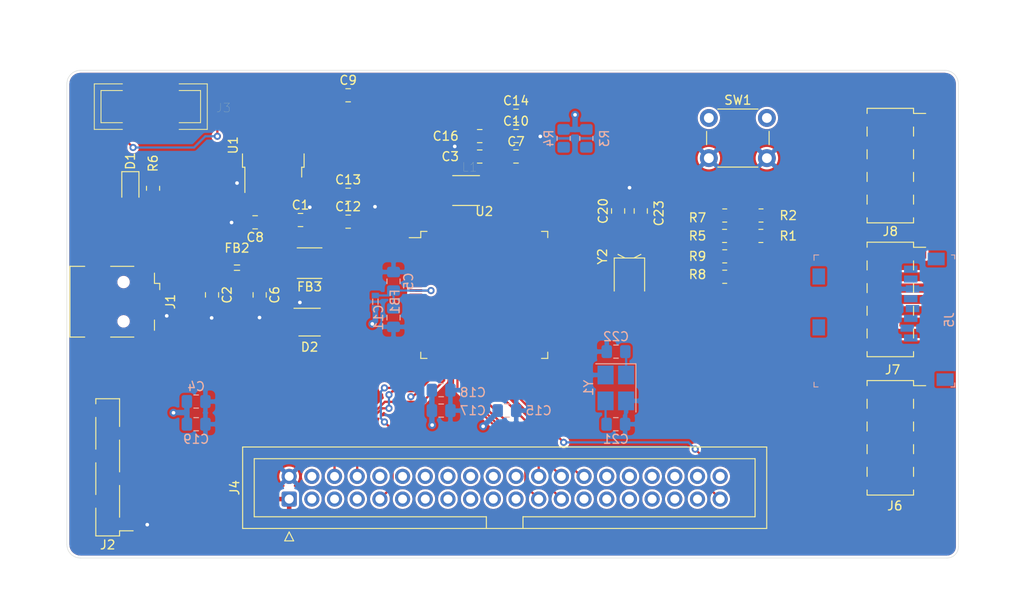
<source format=kicad_pcb>
(kicad_pcb (version 20171130) (host pcbnew 5.1.8)

  (general
    (thickness 1.6)
    (drawings 8)
    (tracks 180)
    (zones 0)
    (modules 51)
    (nets 105)
  )

  (page A4)
  (layers
    (0 F.Cu signal)
    (31 B.Cu signal)
    (32 B.Adhes user)
    (33 F.Adhes user)
    (34 B.Paste user)
    (35 F.Paste user)
    (36 B.SilkS user)
    (37 F.SilkS user)
    (38 B.Mask user)
    (39 F.Mask user)
    (40 Dwgs.User user)
    (41 Cmts.User user)
    (42 Eco1.User user)
    (43 Eco2.User user)
    (44 Edge.Cuts user)
    (45 Margin user)
    (46 B.CrtYd user)
    (47 F.CrtYd user)
    (48 B.Fab user)
    (49 F.Fab user)
  )

  (setup
    (last_trace_width 0.25)
    (trace_clearance 0.0508)
    (zone_clearance 0.254)
    (zone_45_only no)
    (trace_min 0.2)
    (via_size 0.8)
    (via_drill 0.4)
    (via_min_size 0.4)
    (via_min_drill 0.3)
    (uvia_size 0.3)
    (uvia_drill 0.1)
    (uvias_allowed no)
    (uvia_min_size 0.2)
    (uvia_min_drill 0.1)
    (edge_width 0.05)
    (segment_width 0.2)
    (pcb_text_width 0.3)
    (pcb_text_size 1.5 1.5)
    (mod_edge_width 0.12)
    (mod_text_size 1 1)
    (mod_text_width 0.15)
    (pad_size 1.524 1.524)
    (pad_drill 0.762)
    (pad_to_mask_clearance 0)
    (aux_axis_origin 0 0)
    (visible_elements FFFFFF7F)
    (pcbplotparams
      (layerselection 0x010fc_ffffffff)
      (usegerberextensions false)
      (usegerberattributes true)
      (usegerberadvancedattributes true)
      (creategerberjobfile true)
      (excludeedgelayer true)
      (linewidth 0.100000)
      (plotframeref false)
      (viasonmask false)
      (mode 1)
      (useauxorigin false)
      (hpglpennumber 1)
      (hpglpenspeed 20)
      (hpglpendiameter 15.000000)
      (psnegative false)
      (psa4output false)
      (plotreference true)
      (plotvalue true)
      (plotinvisibletext false)
      (padsonsilk false)
      (subtractmaskfromsilk false)
      (outputformat 1)
      (mirror false)
      (drillshape 1)
      (scaleselection 1)
      (outputdirectory ""))
  )

  (net 0 "")
  (net 1 GND)
  (net 2 +5V)
  (net 3 /VBUS_USB_RAW)
  (net 4 /VCC_MCU_VDDCORE)
  (net 5 +3V3)
  (net 6 /VCC_MCU_VDDANA)
  (net 7 "Net-(C6-Pad1)")
  (net 8 /~RESET)
  (net 9 /XOUT32)
  (net 10 /XOUT0)
  (net 11 /XIN0)
  (net 12 /XIN32)
  (net 13 "Net-(D1-Pad2)")
  (net 14 /USB_DM)
  (net 15 /USB_DP)
  (net 16 "Net-(J1-Pad4)")
  (net 17 "Net-(J1-Pad6)")
  (net 18 "Net-(J2-Pad6)")
  (net 19 /DBG_TX)
  (net 20 /DBG_RX)
  (net 21 "Net-(J2-Pad3)")
  (net 22 "Net-(J2-Pad2)")
  (net 23 /SWDIO)
  (net 24 /SWCLK)
  (net 25 /SWO)
  (net 26 "Net-(J3-Pad7)")
  (net 27 "Net-(J3-Pad8)")
  (net 28 "Net-(J4-Pad40)")
  (net 29 /~TFT_cRST)
  (net 30 /TFT_D23)
  (net 31 /TFT_D21)
  (net 32 /TFT_D19)
  (net 33 /TFT_D17)
  (net 34 /TFT_D15)
  (net 35 /TFT_D13)
  (net 36 /TFT_D11)
  (net 37 /TFT_D9)
  (net 38 /TFT_D7)
  (net 39 /TFT_D5)
  (net 40 /TFT_D3)
  (net 41 /TFT_D1)
  (net 42 /TFT_TE)
  (net 43 /TFT_WR)
  (net 44 /TFT_DC)
  (net 45 /TFT_GPIO)
  (net 46 /I2C_SDA)
  (net 47 /TFT_WAKE)
  (net 48 /TFT_STANDBY)
  (net 49 /TFT_D22)
  (net 50 /TFT_D20)
  (net 51 /TFT_D18)
  (net 52 /TFT_D16)
  (net 53 /TFT_D14)
  (net 54 /TFT_D12)
  (net 55 /TFT_D10)
  (net 56 /TFT_D8)
  (net 57 /TFT_D6)
  (net 58 /TFT_D4)
  (net 59 /TFT_D2)
  (net 60 /TFT_D0)
  (net 61 /TFT_RD)
  (net 62 /~TFT_CS)
  (net 63 /~TFT_RST)
  (net 64 /TOUCH_INT)
  (net 65 /I2C_SCL)
  (net 66 /SD_CD)
  (net 67 "Net-(J5-Pad8)")
  (net 68 /SD_MISO)
  (net 69 /SD_SCK)
  (net 70 /SD_MOSI)
  (net 71 /~SD_CS)
  (net 72 "Net-(J5-Pad1)")
  (net 73 /DEV_GPIO_10)
  (net 74 /DEV_GPIO_9)
  (net 75 /DEV_GPIO_8)
  (net 76 /DEV_GPIO_7)
  (net 77 /DEV_GPIO_6)
  (net 78 /DEV_GPIO_5)
  (net 79 /DEV_GPIO_4)
  (net 80 /DEV_GPIO_3)
  (net 81 /DEV_GPIO_2)
  (net 82 /DEV_GPIO_1)
  (net 83 /DEV_GPIO_20)
  (net 84 /DEV_GPIO_19)
  (net 85 /DEV_GPIO_18)
  (net 86 /DEV_GPIO_17)
  (net 87 /DEV_GPIO_16)
  (net 88 /DEV_GPIO_15)
  (net 89 /DEV_GPIO_14)
  (net 90 /DEV_GPIO_13)
  (net 91 /DEV_GPIO_12)
  (net 92 /DEV_GPIO_11)
  (net 93 /DEV_GPIO_27)
  (net 94 /DEV_GPIO_26)
  (net 95 /DEV_GPIO_25)
  (net 96 /DEV_GPIO_24)
  (net 97 /DEV_GPIO_23)
  (net 98 /DEV_GPIO_22)
  (net 99 /DEV_GPIO_21)
  (net 100 /VCC_MCU_VSW)
  (net 101 "Net-(R2-Pad2)")
  (net 102 "Net-(U2-Pad87)")
  (net 103 "Net-(U2-Pad47)")
  (net 104 "Net-(U2-Pad20)")

  (net_class Default "This is the default net class."
    (clearance 0.0508)
    (trace_width 0.25)
    (via_dia 0.8)
    (via_drill 0.4)
    (uvia_dia 0.3)
    (uvia_drill 0.1)
    (add_net /DBG_RX)
    (add_net /DBG_TX)
    (add_net /DEV_GPIO_1)
    (add_net /DEV_GPIO_10)
    (add_net /DEV_GPIO_11)
    (add_net /DEV_GPIO_12)
    (add_net /DEV_GPIO_13)
    (add_net /DEV_GPIO_14)
    (add_net /DEV_GPIO_15)
    (add_net /DEV_GPIO_16)
    (add_net /DEV_GPIO_17)
    (add_net /DEV_GPIO_18)
    (add_net /DEV_GPIO_19)
    (add_net /DEV_GPIO_2)
    (add_net /DEV_GPIO_20)
    (add_net /DEV_GPIO_21)
    (add_net /DEV_GPIO_22)
    (add_net /DEV_GPIO_23)
    (add_net /DEV_GPIO_24)
    (add_net /DEV_GPIO_25)
    (add_net /DEV_GPIO_26)
    (add_net /DEV_GPIO_27)
    (add_net /DEV_GPIO_3)
    (add_net /DEV_GPIO_4)
    (add_net /DEV_GPIO_5)
    (add_net /DEV_GPIO_6)
    (add_net /DEV_GPIO_7)
    (add_net /DEV_GPIO_8)
    (add_net /DEV_GPIO_9)
    (add_net /I2C_SCL)
    (add_net /I2C_SDA)
    (add_net /SD_CD)
    (add_net /SD_MISO)
    (add_net /SD_MOSI)
    (add_net /SD_SCK)
    (add_net /SWCLK)
    (add_net /SWDIO)
    (add_net /SWO)
    (add_net /TFT_D0)
    (add_net /TFT_D1)
    (add_net /TFT_D10)
    (add_net /TFT_D11)
    (add_net /TFT_D12)
    (add_net /TFT_D13)
    (add_net /TFT_D14)
    (add_net /TFT_D15)
    (add_net /TFT_D16)
    (add_net /TFT_D17)
    (add_net /TFT_D18)
    (add_net /TFT_D19)
    (add_net /TFT_D2)
    (add_net /TFT_D20)
    (add_net /TFT_D21)
    (add_net /TFT_D22)
    (add_net /TFT_D23)
    (add_net /TFT_D3)
    (add_net /TFT_D4)
    (add_net /TFT_D5)
    (add_net /TFT_D6)
    (add_net /TFT_D7)
    (add_net /TFT_D8)
    (add_net /TFT_D9)
    (add_net /TFT_DC)
    (add_net /TFT_GPIO)
    (add_net /TFT_RD)
    (add_net /TFT_STANDBY)
    (add_net /TFT_TE)
    (add_net /TFT_WAKE)
    (add_net /TFT_WR)
    (add_net /TOUCH_INT)
    (add_net /USB_DM)
    (add_net /USB_DP)
    (add_net /VCC_MCU_VDDANA)
    (add_net /VCC_MCU_VDDCORE)
    (add_net /VCC_MCU_VSW)
    (add_net /XIN0)
    (add_net /XIN32)
    (add_net /XOUT0)
    (add_net /XOUT32)
    (add_net /~RESET)
    (add_net /~SD_CS)
    (add_net /~TFT_CS)
    (add_net /~TFT_RST)
    (add_net /~TFT_cRST)
    (add_net "Net-(D1-Pad2)")
    (add_net "Net-(J1-Pad4)")
    (add_net "Net-(J1-Pad6)")
    (add_net "Net-(J2-Pad2)")
    (add_net "Net-(J2-Pad3)")
    (add_net "Net-(J2-Pad6)")
    (add_net "Net-(J3-Pad7)")
    (add_net "Net-(J3-Pad8)")
    (add_net "Net-(J4-Pad40)")
    (add_net "Net-(J5-Pad1)")
    (add_net "Net-(J5-Pad8)")
    (add_net "Net-(R2-Pad2)")
    (add_net "Net-(U2-Pad20)")
    (add_net "Net-(U2-Pad47)")
    (add_net "Net-(U2-Pad87)")
  )

  (net_class Power ""
    (clearance 0.1524)
    (trace_width 0.6096)
    (via_dia 0.889)
    (via_drill 0.4064)
    (uvia_dia 0.3)
    (uvia_drill 0.1)
    (add_net +3V3)
    (add_net +5V)
    (add_net /VBUS_USB_RAW)
    (add_net GND)
    (add_net "Net-(C6-Pad1)")
  )

  (module Connector_PinHeader_2.54mm:PinHeader_1x06_P2.54mm_Vertical_SMD_Pin1Left (layer F.Cu) (tedit 59FED5CC) (tstamp 5FBC9952)
    (at 99.06 114.808 180)
    (descr "surface-mounted straight pin header, 1x06, 2.54mm pitch, single row, style 1 (pin 1 left)")
    (tags "Surface mounted pin header SMD 1x06 2.54mm single row style1 pin1 left")
    (path /603F710A)
    (attr smd)
    (fp_text reference J2 (at 0 -8.68) (layer F.SilkS)
      (effects (font (size 1 1) (thickness 0.15)))
    )
    (fp_text value FTDI_Header (at 0 8.68) (layer F.Fab)
      (effects (font (size 1 1) (thickness 0.15)))
    )
    (fp_text user %R (at 0 0 90) (layer F.Fab)
      (effects (font (size 1 1) (thickness 0.15)))
    )
    (fp_line (start 1.27 7.62) (end -1.27 7.62) (layer F.Fab) (width 0.1))
    (fp_line (start -0.32 -7.62) (end 1.27 -7.62) (layer F.Fab) (width 0.1))
    (fp_line (start -1.27 7.62) (end -1.27 -6.67) (layer F.Fab) (width 0.1))
    (fp_line (start -1.27 -6.67) (end -0.32 -7.62) (layer F.Fab) (width 0.1))
    (fp_line (start 1.27 -7.62) (end 1.27 7.62) (layer F.Fab) (width 0.1))
    (fp_line (start -1.27 -6.67) (end -2.54 -6.67) (layer F.Fab) (width 0.1))
    (fp_line (start -2.54 -6.67) (end -2.54 -6.03) (layer F.Fab) (width 0.1))
    (fp_line (start -2.54 -6.03) (end -1.27 -6.03) (layer F.Fab) (width 0.1))
    (fp_line (start -1.27 -1.59) (end -2.54 -1.59) (layer F.Fab) (width 0.1))
    (fp_line (start -2.54 -1.59) (end -2.54 -0.95) (layer F.Fab) (width 0.1))
    (fp_line (start -2.54 -0.95) (end -1.27 -0.95) (layer F.Fab) (width 0.1))
    (fp_line (start -1.27 3.49) (end -2.54 3.49) (layer F.Fab) (width 0.1))
    (fp_line (start -2.54 3.49) (end -2.54 4.13) (layer F.Fab) (width 0.1))
    (fp_line (start -2.54 4.13) (end -1.27 4.13) (layer F.Fab) (width 0.1))
    (fp_line (start 1.27 -4.13) (end 2.54 -4.13) (layer F.Fab) (width 0.1))
    (fp_line (start 2.54 -4.13) (end 2.54 -3.49) (layer F.Fab) (width 0.1))
    (fp_line (start 2.54 -3.49) (end 1.27 -3.49) (layer F.Fab) (width 0.1))
    (fp_line (start 1.27 0.95) (end 2.54 0.95) (layer F.Fab) (width 0.1))
    (fp_line (start 2.54 0.95) (end 2.54 1.59) (layer F.Fab) (width 0.1))
    (fp_line (start 2.54 1.59) (end 1.27 1.59) (layer F.Fab) (width 0.1))
    (fp_line (start 1.27 6.03) (end 2.54 6.03) (layer F.Fab) (width 0.1))
    (fp_line (start 2.54 6.03) (end 2.54 6.67) (layer F.Fab) (width 0.1))
    (fp_line (start 2.54 6.67) (end 1.27 6.67) (layer F.Fab) (width 0.1))
    (fp_line (start -1.33 -7.68) (end 1.33 -7.68) (layer F.SilkS) (width 0.12))
    (fp_line (start -1.33 7.68) (end 1.33 7.68) (layer F.SilkS) (width 0.12))
    (fp_line (start 1.33 -7.68) (end 1.33 -4.57) (layer F.SilkS) (width 0.12))
    (fp_line (start -1.33 -7.11) (end -2.85 -7.11) (layer F.SilkS) (width 0.12))
    (fp_line (start -1.33 -7.68) (end -1.33 -7.11) (layer F.SilkS) (width 0.12))
    (fp_line (start 1.33 7.11) (end 1.33 7.68) (layer F.SilkS) (width 0.12))
    (fp_line (start 1.33 -3.05) (end 1.33 0.51) (layer F.SilkS) (width 0.12))
    (fp_line (start 1.33 2.03) (end 1.33 5.59) (layer F.SilkS) (width 0.12))
    (fp_line (start -1.33 -5.59) (end -1.33 -2.03) (layer F.SilkS) (width 0.12))
    (fp_line (start -1.33 -0.51) (end -1.33 3.05) (layer F.SilkS) (width 0.12))
    (fp_line (start -1.33 4.57) (end -1.33 7.68) (layer F.SilkS) (width 0.12))
    (fp_line (start -3.45 -8.15) (end -3.45 8.15) (layer F.CrtYd) (width 0.05))
    (fp_line (start -3.45 8.15) (end 3.45 8.15) (layer F.CrtYd) (width 0.05))
    (fp_line (start 3.45 8.15) (end 3.45 -8.15) (layer F.CrtYd) (width 0.05))
    (fp_line (start 3.45 -8.15) (end -3.45 -8.15) (layer F.CrtYd) (width 0.05))
    (pad 6 smd rect (at 1.655 6.35 180) (size 2.51 1) (layers F.Cu F.Paste F.Mask)
      (net 18 "Net-(J2-Pad6)"))
    (pad 4 smd rect (at 1.655 1.27 180) (size 2.51 1) (layers F.Cu F.Paste F.Mask)
      (net 20 /DBG_RX))
    (pad 2 smd rect (at 1.655 -3.81 180) (size 2.51 1) (layers F.Cu F.Paste F.Mask)
      (net 22 "Net-(J2-Pad2)"))
    (pad 5 smd rect (at -1.655 3.81 180) (size 2.51 1) (layers F.Cu F.Paste F.Mask)
      (net 19 /DBG_TX))
    (pad 3 smd rect (at -1.655 -1.27 180) (size 2.51 1) (layers F.Cu F.Paste F.Mask)
      (net 21 "Net-(J2-Pad3)"))
    (pad 1 smd rect (at -1.655 -6.35 180) (size 2.51 1) (layers F.Cu F.Paste F.Mask)
      (net 1 GND))
    (model ${KISYS3DMOD}/Connector_PinHeader_2.54mm.3dshapes/PinHeader_1x06_P2.54mm_Vertical_SMD_Pin1Left.wrl
      (at (xyz 0 0 0))
      (scale (xyz 1 1 1))
      (rotate (xyz 0 0 0))
    )
  )

  (module Connector_PinSocket_2.54mm:PinSocket_2x05_P2.54mm_Vertical_SMD (layer F.Cu) (tedit 5A19A425) (tstamp 5FBD2C50)
    (at 186.69 81.026)
    (descr "surface-mounted straight socket strip, 2x05, 2.54mm pitch, double cols (from Kicad 4.0.7), script generated")
    (tags "Surface mounted socket strip SMD 2x05 2.54mm double row")
    (path /60C2016A)
    (attr smd)
    (fp_text reference J8 (at 0 7.366) (layer F.SilkS)
      (effects (font (size 1 1) (thickness 0.15)))
    )
    (fp_text value DEV_IO_1 (at 0 7.85) (layer F.Fab)
      (effects (font (size 1 1) (thickness 0.15)))
    )
    (fp_text user %R (at 0 0 90) (layer F.Fab)
      (effects (font (size 1 1) (thickness 0.15)))
    )
    (fp_line (start -2.6 -6.41) (end 2.6 -6.41) (layer F.SilkS) (width 0.12))
    (fp_line (start 2.6 -6.41) (end 2.6 -5.84) (layer F.SilkS) (width 0.12))
    (fp_line (start 2.6 -4.32) (end 2.6 -3.3) (layer F.SilkS) (width 0.12))
    (fp_line (start 2.6 -1.78) (end 2.6 -0.76) (layer F.SilkS) (width 0.12))
    (fp_line (start 2.6 0.76) (end 2.6 1.78) (layer F.SilkS) (width 0.12))
    (fp_line (start 2.6 3.3) (end 2.6 4.32) (layer F.SilkS) (width 0.12))
    (fp_line (start 2.6 5.84) (end 2.6 6.41) (layer F.SilkS) (width 0.12))
    (fp_line (start -2.6 6.41) (end 2.6 6.41) (layer F.SilkS) (width 0.12))
    (fp_line (start -2.6 -6.41) (end -2.6 -5.84) (layer F.SilkS) (width 0.12))
    (fp_line (start -2.6 -4.32) (end -2.6 -3.3) (layer F.SilkS) (width 0.12))
    (fp_line (start -2.6 -1.78) (end -2.6 -0.76) (layer F.SilkS) (width 0.12))
    (fp_line (start -2.6 0.76) (end -2.6 1.78) (layer F.SilkS) (width 0.12))
    (fp_line (start -2.6 3.3) (end -2.6 4.32) (layer F.SilkS) (width 0.12))
    (fp_line (start -2.6 5.84) (end -2.6 6.41) (layer F.SilkS) (width 0.12))
    (fp_line (start 2.6 -5.84) (end 3.96 -5.84) (layer F.SilkS) (width 0.12))
    (fp_line (start -2.54 -6.35) (end 1.54 -6.35) (layer F.Fab) (width 0.1))
    (fp_line (start 1.54 -6.35) (end 2.54 -5.35) (layer F.Fab) (width 0.1))
    (fp_line (start 2.54 -5.35) (end 2.54 6.35) (layer F.Fab) (width 0.1))
    (fp_line (start 2.54 6.35) (end -2.54 6.35) (layer F.Fab) (width 0.1))
    (fp_line (start -2.54 6.35) (end -2.54 -6.35) (layer F.Fab) (width 0.1))
    (fp_line (start -3.92 -5.4) (end -2.54 -5.4) (layer F.Fab) (width 0.1))
    (fp_line (start -2.54 -4.76) (end -3.92 -4.76) (layer F.Fab) (width 0.1))
    (fp_line (start -3.92 -4.76) (end -3.92 -5.4) (layer F.Fab) (width 0.1))
    (fp_line (start 2.54 -5.4) (end 3.92 -5.4) (layer F.Fab) (width 0.1))
    (fp_line (start 3.92 -5.4) (end 3.92 -4.76) (layer F.Fab) (width 0.1))
    (fp_line (start 3.92 -4.76) (end 2.54 -4.76) (layer F.Fab) (width 0.1))
    (fp_line (start -3.92 -2.86) (end -2.54 -2.86) (layer F.Fab) (width 0.1))
    (fp_line (start -2.54 -2.22) (end -3.92 -2.22) (layer F.Fab) (width 0.1))
    (fp_line (start -3.92 -2.22) (end -3.92 -2.86) (layer F.Fab) (width 0.1))
    (fp_line (start 2.54 -2.86) (end 3.92 -2.86) (layer F.Fab) (width 0.1))
    (fp_line (start 3.92 -2.86) (end 3.92 -2.22) (layer F.Fab) (width 0.1))
    (fp_line (start 3.92 -2.22) (end 2.54 -2.22) (layer F.Fab) (width 0.1))
    (fp_line (start -3.92 -0.32) (end -2.54 -0.32) (layer F.Fab) (width 0.1))
    (fp_line (start -2.54 0.32) (end -3.92 0.32) (layer F.Fab) (width 0.1))
    (fp_line (start -3.92 0.32) (end -3.92 -0.32) (layer F.Fab) (width 0.1))
    (fp_line (start 2.54 -0.32) (end 3.92 -0.32) (layer F.Fab) (width 0.1))
    (fp_line (start 3.92 -0.32) (end 3.92 0.32) (layer F.Fab) (width 0.1))
    (fp_line (start 3.92 0.32) (end 2.54 0.32) (layer F.Fab) (width 0.1))
    (fp_line (start -3.92 2.22) (end -2.54 2.22) (layer F.Fab) (width 0.1))
    (fp_line (start -2.54 2.86) (end -3.92 2.86) (layer F.Fab) (width 0.1))
    (fp_line (start -3.92 2.86) (end -3.92 2.22) (layer F.Fab) (width 0.1))
    (fp_line (start 2.54 2.22) (end 3.92 2.22) (layer F.Fab) (width 0.1))
    (fp_line (start 3.92 2.22) (end 3.92 2.86) (layer F.Fab) (width 0.1))
    (fp_line (start 3.92 2.86) (end 2.54 2.86) (layer F.Fab) (width 0.1))
    (fp_line (start -3.92 4.76) (end -2.54 4.76) (layer F.Fab) (width 0.1))
    (fp_line (start -2.54 5.4) (end -3.92 5.4) (layer F.Fab) (width 0.1))
    (fp_line (start -3.92 5.4) (end -3.92 4.76) (layer F.Fab) (width 0.1))
    (fp_line (start 2.54 4.76) (end 3.92 4.76) (layer F.Fab) (width 0.1))
    (fp_line (start 3.92 4.76) (end 3.92 5.4) (layer F.Fab) (width 0.1))
    (fp_line (start 3.92 5.4) (end 2.54 5.4) (layer F.Fab) (width 0.1))
    (fp_line (start -4.55 -6.85) (end 4.5 -6.85) (layer F.CrtYd) (width 0.05))
    (fp_line (start 4.5 -6.85) (end 4.5 6.85) (layer F.CrtYd) (width 0.05))
    (fp_line (start 4.5 6.85) (end -4.55 6.85) (layer F.CrtYd) (width 0.05))
    (fp_line (start -4.55 6.85) (end -4.55 -6.85) (layer F.CrtYd) (width 0.05))
    (pad 10 smd rect (at -2.52 5.08) (size 3 1) (layers F.Cu F.Paste F.Mask)
      (net 2 +5V))
    (pad 9 smd rect (at 2.52 5.08) (size 3 1) (layers F.Cu F.Paste F.Mask)
      (net 5 +3V3))
    (pad 8 smd rect (at -2.52 2.54) (size 3 1) (layers F.Cu F.Paste F.Mask)
      (net 1 GND))
    (pad 7 smd rect (at 2.52 2.54) (size 3 1) (layers F.Cu F.Paste F.Mask)
      (net 93 /DEV_GPIO_27))
    (pad 6 smd rect (at -2.52 0) (size 3 1) (layers F.Cu F.Paste F.Mask)
      (net 94 /DEV_GPIO_26))
    (pad 5 smd rect (at 2.52 0) (size 3 1) (layers F.Cu F.Paste F.Mask)
      (net 95 /DEV_GPIO_25))
    (pad 4 smd rect (at -2.52 -2.54) (size 3 1) (layers F.Cu F.Paste F.Mask)
      (net 96 /DEV_GPIO_24))
    (pad 3 smd rect (at 2.52 -2.54) (size 3 1) (layers F.Cu F.Paste F.Mask)
      (net 97 /DEV_GPIO_23))
    (pad 2 smd rect (at -2.52 -5.08) (size 3 1) (layers F.Cu F.Paste F.Mask)
      (net 98 /DEV_GPIO_22))
    (pad 1 smd rect (at 2.52 -5.08) (size 3 1) (layers F.Cu F.Paste F.Mask)
      (net 99 /DEV_GPIO_21))
    (model ${KISYS3DMOD}/Connector_PinSocket_2.54mm.3dshapes/PinSocket_2x05_P2.54mm_Vertical_SMD.wrl
      (at (xyz 0 0 0))
      (scale (xyz 1 1 1))
      (rotate (xyz 0 0 0))
    )
  )

  (module Connector_PinSocket_2.54mm:PinSocket_2x05_P2.54mm_Vertical_SMD (layer F.Cu) (tedit 5A19A425) (tstamp 5FBD2C30)
    (at 186.69 96.012)
    (descr "surface-mounted straight socket strip, 2x05, 2.54mm pitch, double cols (from Kicad 4.0.7), script generated")
    (tags "Surface mounted socket strip SMD 2x05 2.54mm double row")
    (path /60BF1379)
    (attr smd)
    (fp_text reference J7 (at 0.254 7.874) (layer F.SilkS)
      (effects (font (size 1 1) (thickness 0.15)))
    )
    (fp_text value DEV_IO_1 (at 0 7.85) (layer F.Fab)
      (effects (font (size 1 1) (thickness 0.15)))
    )
    (fp_text user %R (at 0 0 90) (layer F.Fab)
      (effects (font (size 1 1) (thickness 0.15)))
    )
    (fp_line (start -2.6 -6.41) (end 2.6 -6.41) (layer F.SilkS) (width 0.12))
    (fp_line (start 2.6 -6.41) (end 2.6 -5.84) (layer F.SilkS) (width 0.12))
    (fp_line (start 2.6 -4.32) (end 2.6 -3.3) (layer F.SilkS) (width 0.12))
    (fp_line (start 2.6 -1.78) (end 2.6 -0.76) (layer F.SilkS) (width 0.12))
    (fp_line (start 2.6 0.76) (end 2.6 1.78) (layer F.SilkS) (width 0.12))
    (fp_line (start 2.6 3.3) (end 2.6 4.32) (layer F.SilkS) (width 0.12))
    (fp_line (start 2.6 5.84) (end 2.6 6.41) (layer F.SilkS) (width 0.12))
    (fp_line (start -2.6 6.41) (end 2.6 6.41) (layer F.SilkS) (width 0.12))
    (fp_line (start -2.6 -6.41) (end -2.6 -5.84) (layer F.SilkS) (width 0.12))
    (fp_line (start -2.6 -4.32) (end -2.6 -3.3) (layer F.SilkS) (width 0.12))
    (fp_line (start -2.6 -1.78) (end -2.6 -0.76) (layer F.SilkS) (width 0.12))
    (fp_line (start -2.6 0.76) (end -2.6 1.78) (layer F.SilkS) (width 0.12))
    (fp_line (start -2.6 3.3) (end -2.6 4.32) (layer F.SilkS) (width 0.12))
    (fp_line (start -2.6 5.84) (end -2.6 6.41) (layer F.SilkS) (width 0.12))
    (fp_line (start 2.6 -5.84) (end 3.96 -5.84) (layer F.SilkS) (width 0.12))
    (fp_line (start -2.54 -6.35) (end 1.54 -6.35) (layer F.Fab) (width 0.1))
    (fp_line (start 1.54 -6.35) (end 2.54 -5.35) (layer F.Fab) (width 0.1))
    (fp_line (start 2.54 -5.35) (end 2.54 6.35) (layer F.Fab) (width 0.1))
    (fp_line (start 2.54 6.35) (end -2.54 6.35) (layer F.Fab) (width 0.1))
    (fp_line (start -2.54 6.35) (end -2.54 -6.35) (layer F.Fab) (width 0.1))
    (fp_line (start -3.92 -5.4) (end -2.54 -5.4) (layer F.Fab) (width 0.1))
    (fp_line (start -2.54 -4.76) (end -3.92 -4.76) (layer F.Fab) (width 0.1))
    (fp_line (start -3.92 -4.76) (end -3.92 -5.4) (layer F.Fab) (width 0.1))
    (fp_line (start 2.54 -5.4) (end 3.92 -5.4) (layer F.Fab) (width 0.1))
    (fp_line (start 3.92 -5.4) (end 3.92 -4.76) (layer F.Fab) (width 0.1))
    (fp_line (start 3.92 -4.76) (end 2.54 -4.76) (layer F.Fab) (width 0.1))
    (fp_line (start -3.92 -2.86) (end -2.54 -2.86) (layer F.Fab) (width 0.1))
    (fp_line (start -2.54 -2.22) (end -3.92 -2.22) (layer F.Fab) (width 0.1))
    (fp_line (start -3.92 -2.22) (end -3.92 -2.86) (layer F.Fab) (width 0.1))
    (fp_line (start 2.54 -2.86) (end 3.92 -2.86) (layer F.Fab) (width 0.1))
    (fp_line (start 3.92 -2.86) (end 3.92 -2.22) (layer F.Fab) (width 0.1))
    (fp_line (start 3.92 -2.22) (end 2.54 -2.22) (layer F.Fab) (width 0.1))
    (fp_line (start -3.92 -0.32) (end -2.54 -0.32) (layer F.Fab) (width 0.1))
    (fp_line (start -2.54 0.32) (end -3.92 0.32) (layer F.Fab) (width 0.1))
    (fp_line (start -3.92 0.32) (end -3.92 -0.32) (layer F.Fab) (width 0.1))
    (fp_line (start 2.54 -0.32) (end 3.92 -0.32) (layer F.Fab) (width 0.1))
    (fp_line (start 3.92 -0.32) (end 3.92 0.32) (layer F.Fab) (width 0.1))
    (fp_line (start 3.92 0.32) (end 2.54 0.32) (layer F.Fab) (width 0.1))
    (fp_line (start -3.92 2.22) (end -2.54 2.22) (layer F.Fab) (width 0.1))
    (fp_line (start -2.54 2.86) (end -3.92 2.86) (layer F.Fab) (width 0.1))
    (fp_line (start -3.92 2.86) (end -3.92 2.22) (layer F.Fab) (width 0.1))
    (fp_line (start 2.54 2.22) (end 3.92 2.22) (layer F.Fab) (width 0.1))
    (fp_line (start 3.92 2.22) (end 3.92 2.86) (layer F.Fab) (width 0.1))
    (fp_line (start 3.92 2.86) (end 2.54 2.86) (layer F.Fab) (width 0.1))
    (fp_line (start -3.92 4.76) (end -2.54 4.76) (layer F.Fab) (width 0.1))
    (fp_line (start -2.54 5.4) (end -3.92 5.4) (layer F.Fab) (width 0.1))
    (fp_line (start -3.92 5.4) (end -3.92 4.76) (layer F.Fab) (width 0.1))
    (fp_line (start 2.54 4.76) (end 3.92 4.76) (layer F.Fab) (width 0.1))
    (fp_line (start 3.92 4.76) (end 3.92 5.4) (layer F.Fab) (width 0.1))
    (fp_line (start 3.92 5.4) (end 2.54 5.4) (layer F.Fab) (width 0.1))
    (fp_line (start -4.55 -6.85) (end 4.5 -6.85) (layer F.CrtYd) (width 0.05))
    (fp_line (start 4.5 -6.85) (end 4.5 6.85) (layer F.CrtYd) (width 0.05))
    (fp_line (start 4.5 6.85) (end -4.55 6.85) (layer F.CrtYd) (width 0.05))
    (fp_line (start -4.55 6.85) (end -4.55 -6.85) (layer F.CrtYd) (width 0.05))
    (pad 10 smd rect (at -2.52 5.08) (size 3 1) (layers F.Cu F.Paste F.Mask)
      (net 83 /DEV_GPIO_20))
    (pad 9 smd rect (at 2.52 5.08) (size 3 1) (layers F.Cu F.Paste F.Mask)
      (net 84 /DEV_GPIO_19))
    (pad 8 smd rect (at -2.52 2.54) (size 3 1) (layers F.Cu F.Paste F.Mask)
      (net 85 /DEV_GPIO_18))
    (pad 7 smd rect (at 2.52 2.54) (size 3 1) (layers F.Cu F.Paste F.Mask)
      (net 86 /DEV_GPIO_17))
    (pad 6 smd rect (at -2.52 0) (size 3 1) (layers F.Cu F.Paste F.Mask)
      (net 87 /DEV_GPIO_16))
    (pad 5 smd rect (at 2.52 0) (size 3 1) (layers F.Cu F.Paste F.Mask)
      (net 88 /DEV_GPIO_15))
    (pad 4 smd rect (at -2.52 -2.54) (size 3 1) (layers F.Cu F.Paste F.Mask)
      (net 89 /DEV_GPIO_14))
    (pad 3 smd rect (at 2.52 -2.54) (size 3 1) (layers F.Cu F.Paste F.Mask)
      (net 90 /DEV_GPIO_13))
    (pad 2 smd rect (at -2.52 -5.08) (size 3 1) (layers F.Cu F.Paste F.Mask)
      (net 91 /DEV_GPIO_12))
    (pad 1 smd rect (at 2.52 -5.08) (size 3 1) (layers F.Cu F.Paste F.Mask)
      (net 92 /DEV_GPIO_11))
    (model ${KISYS3DMOD}/Connector_PinSocket_2.54mm.3dshapes/PinSocket_2x05_P2.54mm_Vertical_SMD.wrl
      (at (xyz 0 0 0))
      (scale (xyz 1 1 1))
      (rotate (xyz 0 0 0))
    )
  )

  (module Connector_PinSocket_2.54mm:PinSocket_2x05_P2.54mm_Vertical_SMD (layer F.Cu) (tedit 5A19A425) (tstamp 5FBD2C10)
    (at 186.69 111.506)
    (descr "surface-mounted straight socket strip, 2x05, 2.54mm pitch, double cols (from Kicad 4.0.7), script generated")
    (tags "Surface mounted socket strip SMD 2x05 2.54mm double row")
    (path /60BA0FC2)
    (attr smd)
    (fp_text reference J6 (at 0.508 7.62) (layer F.SilkS)
      (effects (font (size 1 1) (thickness 0.15)))
    )
    (fp_text value DEV_IO_0 (at 0 7.85) (layer F.Fab)
      (effects (font (size 1 1) (thickness 0.15)))
    )
    (fp_text user %R (at 0 0 90) (layer F.Fab)
      (effects (font (size 1 1) (thickness 0.15)))
    )
    (fp_line (start -2.6 -6.41) (end 2.6 -6.41) (layer F.SilkS) (width 0.12))
    (fp_line (start 2.6 -6.41) (end 2.6 -5.84) (layer F.SilkS) (width 0.12))
    (fp_line (start 2.6 -4.32) (end 2.6 -3.3) (layer F.SilkS) (width 0.12))
    (fp_line (start 2.6 -1.78) (end 2.6 -0.76) (layer F.SilkS) (width 0.12))
    (fp_line (start 2.6 0.76) (end 2.6 1.78) (layer F.SilkS) (width 0.12))
    (fp_line (start 2.6 3.3) (end 2.6 4.32) (layer F.SilkS) (width 0.12))
    (fp_line (start 2.6 5.84) (end 2.6 6.41) (layer F.SilkS) (width 0.12))
    (fp_line (start -2.6 6.41) (end 2.6 6.41) (layer F.SilkS) (width 0.12))
    (fp_line (start -2.6 -6.41) (end -2.6 -5.84) (layer F.SilkS) (width 0.12))
    (fp_line (start -2.6 -4.32) (end -2.6 -3.3) (layer F.SilkS) (width 0.12))
    (fp_line (start -2.6 -1.78) (end -2.6 -0.76) (layer F.SilkS) (width 0.12))
    (fp_line (start -2.6 0.76) (end -2.6 1.78) (layer F.SilkS) (width 0.12))
    (fp_line (start -2.6 3.3) (end -2.6 4.32) (layer F.SilkS) (width 0.12))
    (fp_line (start -2.6 5.84) (end -2.6 6.41) (layer F.SilkS) (width 0.12))
    (fp_line (start 2.6 -5.84) (end 3.96 -5.84) (layer F.SilkS) (width 0.12))
    (fp_line (start -2.54 -6.35) (end 1.54 -6.35) (layer F.Fab) (width 0.1))
    (fp_line (start 1.54 -6.35) (end 2.54 -5.35) (layer F.Fab) (width 0.1))
    (fp_line (start 2.54 -5.35) (end 2.54 6.35) (layer F.Fab) (width 0.1))
    (fp_line (start 2.54 6.35) (end -2.54 6.35) (layer F.Fab) (width 0.1))
    (fp_line (start -2.54 6.35) (end -2.54 -6.35) (layer F.Fab) (width 0.1))
    (fp_line (start -3.92 -5.4) (end -2.54 -5.4) (layer F.Fab) (width 0.1))
    (fp_line (start -2.54 -4.76) (end -3.92 -4.76) (layer F.Fab) (width 0.1))
    (fp_line (start -3.92 -4.76) (end -3.92 -5.4) (layer F.Fab) (width 0.1))
    (fp_line (start 2.54 -5.4) (end 3.92 -5.4) (layer F.Fab) (width 0.1))
    (fp_line (start 3.92 -5.4) (end 3.92 -4.76) (layer F.Fab) (width 0.1))
    (fp_line (start 3.92 -4.76) (end 2.54 -4.76) (layer F.Fab) (width 0.1))
    (fp_line (start -3.92 -2.86) (end -2.54 -2.86) (layer F.Fab) (width 0.1))
    (fp_line (start -2.54 -2.22) (end -3.92 -2.22) (layer F.Fab) (width 0.1))
    (fp_line (start -3.92 -2.22) (end -3.92 -2.86) (layer F.Fab) (width 0.1))
    (fp_line (start 2.54 -2.86) (end 3.92 -2.86) (layer F.Fab) (width 0.1))
    (fp_line (start 3.92 -2.86) (end 3.92 -2.22) (layer F.Fab) (width 0.1))
    (fp_line (start 3.92 -2.22) (end 2.54 -2.22) (layer F.Fab) (width 0.1))
    (fp_line (start -3.92 -0.32) (end -2.54 -0.32) (layer F.Fab) (width 0.1))
    (fp_line (start -2.54 0.32) (end -3.92 0.32) (layer F.Fab) (width 0.1))
    (fp_line (start -3.92 0.32) (end -3.92 -0.32) (layer F.Fab) (width 0.1))
    (fp_line (start 2.54 -0.32) (end 3.92 -0.32) (layer F.Fab) (width 0.1))
    (fp_line (start 3.92 -0.32) (end 3.92 0.32) (layer F.Fab) (width 0.1))
    (fp_line (start 3.92 0.32) (end 2.54 0.32) (layer F.Fab) (width 0.1))
    (fp_line (start -3.92 2.22) (end -2.54 2.22) (layer F.Fab) (width 0.1))
    (fp_line (start -2.54 2.86) (end -3.92 2.86) (layer F.Fab) (width 0.1))
    (fp_line (start -3.92 2.86) (end -3.92 2.22) (layer F.Fab) (width 0.1))
    (fp_line (start 2.54 2.22) (end 3.92 2.22) (layer F.Fab) (width 0.1))
    (fp_line (start 3.92 2.22) (end 3.92 2.86) (layer F.Fab) (width 0.1))
    (fp_line (start 3.92 2.86) (end 2.54 2.86) (layer F.Fab) (width 0.1))
    (fp_line (start -3.92 4.76) (end -2.54 4.76) (layer F.Fab) (width 0.1))
    (fp_line (start -2.54 5.4) (end -3.92 5.4) (layer F.Fab) (width 0.1))
    (fp_line (start -3.92 5.4) (end -3.92 4.76) (layer F.Fab) (width 0.1))
    (fp_line (start 2.54 4.76) (end 3.92 4.76) (layer F.Fab) (width 0.1))
    (fp_line (start 3.92 4.76) (end 3.92 5.4) (layer F.Fab) (width 0.1))
    (fp_line (start 3.92 5.4) (end 2.54 5.4) (layer F.Fab) (width 0.1))
    (fp_line (start -4.55 -6.85) (end 4.5 -6.85) (layer F.CrtYd) (width 0.05))
    (fp_line (start 4.5 -6.85) (end 4.5 6.85) (layer F.CrtYd) (width 0.05))
    (fp_line (start 4.5 6.85) (end -4.55 6.85) (layer F.CrtYd) (width 0.05))
    (fp_line (start -4.55 6.85) (end -4.55 -6.85) (layer F.CrtYd) (width 0.05))
    (pad 10 smd rect (at -2.52 5.08) (size 3 1) (layers F.Cu F.Paste F.Mask)
      (net 73 /DEV_GPIO_10))
    (pad 9 smd rect (at 2.52 5.08) (size 3 1) (layers F.Cu F.Paste F.Mask)
      (net 74 /DEV_GPIO_9))
    (pad 8 smd rect (at -2.52 2.54) (size 3 1) (layers F.Cu F.Paste F.Mask)
      (net 75 /DEV_GPIO_8))
    (pad 7 smd rect (at 2.52 2.54) (size 3 1) (layers F.Cu F.Paste F.Mask)
      (net 76 /DEV_GPIO_7))
    (pad 6 smd rect (at -2.52 0) (size 3 1) (layers F.Cu F.Paste F.Mask)
      (net 77 /DEV_GPIO_6))
    (pad 5 smd rect (at 2.52 0) (size 3 1) (layers F.Cu F.Paste F.Mask)
      (net 78 /DEV_GPIO_5))
    (pad 4 smd rect (at -2.52 -2.54) (size 3 1) (layers F.Cu F.Paste F.Mask)
      (net 79 /DEV_GPIO_4))
    (pad 3 smd rect (at 2.52 -2.54) (size 3 1) (layers F.Cu F.Paste F.Mask)
      (net 80 /DEV_GPIO_3))
    (pad 2 smd rect (at -2.52 -5.08) (size 3 1) (layers F.Cu F.Paste F.Mask)
      (net 81 /DEV_GPIO_2))
    (pad 1 smd rect (at 2.52 -5.08) (size 3 1) (layers F.Cu F.Paste F.Mask)
      (net 82 /DEV_GPIO_1))
    (model ${KISYS3DMOD}/Connector_PinSocket_2.54mm.3dshapes/PinSocket_2x05_P2.54mm_Vertical_SMD.wrl
      (at (xyz 0 0 0))
      (scale (xyz 1 1 1))
      (rotate (xyz 0 0 0))
    )
  )

  (module Crystal:Crystal_SMD_MicroCrystal_MS1V-T1K (layer F.Cu) (tedit 5A1AD604) (tstamp 5FBD2DFE)
    (at 157.48 93.472)
    (descr "SMD Watch Crystal MicroCrystal MS1V-T1K 6.1mm length 2.0mm diameter http://www.microcrystal.com/images/_Product-Documentation/03_TF_metal_Packages/01_Datasheet/MS1V-T1K.pdf")
    (tags ['MS1V-T1K'])
    (path /60E2AE1C)
    (attr smd)
    (fp_text reference Y2 (at -3.02 -2.275 90) (layer F.SilkS)
      (effects (font (size 1 1) (thickness 0.15)))
    )
    (fp_text value Crystal_GND3 (at 3.02 -2.275 90) (layer F.Fab)
      (effects (font (size 1 1) (thickness 0.15)))
    )
    (fp_line (start 2.1 -4.63) (end -2.1 -4.63) (layer F.CrtYd) (width 0.05))
    (fp_line (start 2.1 4.57) (end 2.1 -4.63) (layer F.CrtYd) (width 0.05))
    (fp_line (start -2.1 4.57) (end 2.1 4.57) (layer F.CrtYd) (width 0.05))
    (fp_line (start -2.1 -4.63) (end -2.1 4.57) (layer F.CrtYd) (width 0.05))
    (fp_line (start 1.27 -2.5) (end 1.27 -2.5) (layer F.SilkS) (width 0.12))
    (fp_line (start 0.5 -2.1) (end 1.27 -2.5) (layer F.SilkS) (width 0.12))
    (fp_line (start -1.27 -2.5) (end -1.27 -2.5) (layer F.SilkS) (width 0.12))
    (fp_line (start -0.5 -2.1) (end -1.27 -2.5) (layer F.SilkS) (width 0.12))
    (fp_line (start 1.7 -2.1) (end 1.7 1.6) (layer F.SilkS) (width 0.12))
    (fp_line (start -1.7 -2.1) (end 1.7 -2.1) (layer F.SilkS) (width 0.12))
    (fp_line (start -1.7 1.6) (end -1.7 -2.1) (layer F.SilkS) (width 0.12))
    (fp_line (start 1.27 -2.7) (end 1.27 -3.5) (layer F.Fab) (width 0.1))
    (fp_line (start 0.5 -1.9) (end 1.27 -2.7) (layer F.Fab) (width 0.1))
    (fp_line (start -1.27 -2.7) (end -1.27 -3.5) (layer F.Fab) (width 0.1))
    (fp_line (start -0.5 -1.9) (end -1.27 -2.7) (layer F.Fab) (width 0.1))
    (fp_line (start 1 -1.9) (end -1 -1.9) (layer F.Fab) (width 0.1))
    (fp_line (start 1 4.2) (end 1 -1.9) (layer F.Fab) (width 0.1))
    (fp_line (start -1 4.2) (end 1 4.2) (layer F.Fab) (width 0.1))
    (fp_line (start -1 -1.9) (end -1 4.2) (layer F.Fab) (width 0.1))
    (fp_text user %R (at 0 0.35) (layer F.Fab)
      (effects (font (size 0.6 0.6) (thickness 0.09)))
    )
    (pad 3 smd rect (at 0 3.05) (size 3 2.5) (layers F.Cu F.Paste F.Mask)
      (net 1 GND))
    (pad 2 smd rect (at 1.27 -3.5) (size 1 1.6) (layers F.Cu F.Paste F.Mask)
      (net 12 /XIN32))
    (pad 1 smd rect (at -1.27 -3.5) (size 1 1.6) (layers F.Cu F.Paste F.Mask)
      (net 9 /XOUT32))
    (model ${KISYS3DMOD}/Crystal.3dshapes/Crystal_SMD_MicroCrystal_MS1V-T1K.wrl
      (offset (xyz 0 0.224999996200839 0))
      (scale (xyz 1 1 1))
      (rotate (xyz 0 0 0))
    )
  )

  (module Crystal:Crystal_SMD_3225-4Pin_3.2x2.5mm_HandSoldering (layer B.Cu) (tedit 5A0FD1B2) (tstamp 5FBD2DE3)
    (at 155.956 105.918 270)
    (descr "SMD Crystal SERIES SMD3225/4 http://www.txccrystal.com/images/pdf/7m-accuracy.pdf, hand-soldering, 3.2x2.5mm^2 package")
    (tags "SMD SMT crystal hand-soldering")
    (path /5FE380D8)
    (attr smd)
    (fp_text reference Y1 (at 0 3.05 270) (layer B.SilkS)
      (effects (font (size 1 1) (thickness 0.15)) (justify mirror))
    )
    (fp_text value CX3225CA12000D0KPSC1 (at 0 -3.05 270) (layer B.Fab)
      (effects (font (size 1 1) (thickness 0.15)) (justify mirror))
    )
    (fp_line (start 2.8 2.3) (end -2.8 2.3) (layer B.CrtYd) (width 0.05))
    (fp_line (start 2.8 -2.3) (end 2.8 2.3) (layer B.CrtYd) (width 0.05))
    (fp_line (start -2.8 -2.3) (end 2.8 -2.3) (layer B.CrtYd) (width 0.05))
    (fp_line (start -2.8 2.3) (end -2.8 -2.3) (layer B.CrtYd) (width 0.05))
    (fp_line (start -2.7 -2.25) (end 2.7 -2.25) (layer B.SilkS) (width 0.12))
    (fp_line (start -2.7 2.25) (end -2.7 -2.25) (layer B.SilkS) (width 0.12))
    (fp_line (start -1.6 -0.25) (end -0.6 -1.25) (layer B.Fab) (width 0.1))
    (fp_line (start 1.6 1.25) (end -1.6 1.25) (layer B.Fab) (width 0.1))
    (fp_line (start 1.6 -1.25) (end 1.6 1.25) (layer B.Fab) (width 0.1))
    (fp_line (start -1.6 -1.25) (end 1.6 -1.25) (layer B.Fab) (width 0.1))
    (fp_line (start -1.6 1.25) (end -1.6 -1.25) (layer B.Fab) (width 0.1))
    (fp_text user %R (at 0 0 270) (layer B.Fab)
      (effects (font (size 0.7 0.7) (thickness 0.105)) (justify mirror))
    )
    (pad 4 smd rect (at -1.45 1.15 270) (size 2.1 1.8) (layers B.Cu B.Paste B.Mask)
      (net 1 GND))
    (pad 3 smd rect (at 1.45 1.15 270) (size 2.1 1.8) (layers B.Cu B.Paste B.Mask)
      (net 10 /XOUT0))
    (pad 2 smd rect (at 1.45 -1.15 270) (size 2.1 1.8) (layers B.Cu B.Paste B.Mask)
      (net 1 GND))
    (pad 1 smd rect (at -1.45 -1.15 270) (size 2.1 1.8) (layers B.Cu B.Paste B.Mask)
      (net 11 /XIN0))
    (model ${KISYS3DMOD}/Crystal.3dshapes/Crystal_SMD_3225-4Pin_3.2x2.5mm_HandSoldering.wrl
      (at (xyz 0 0 0))
      (scale (xyz 1 1 1))
      (rotate (xyz 0 0 0))
    )
  )

  (module Package_QFP:TQFP-100_14x14mm_P0.5mm (layer F.Cu) (tedit 5D9F72B1) (tstamp 5FBD2DCF)
    (at 141.224 95.504)
    (descr "TQFP, 100 Pin (http://www.microsemi.com/index.php?option=com_docman&task=doc_download&gid=131095), generated with kicad-footprint-generator ipc_gullwing_generator.py")
    (tags "TQFP QFP")
    (path /5FC80879)
    (attr smd)
    (fp_text reference U2 (at 0 -9.35) (layer F.SilkS)
      (effects (font (size 1 1) (thickness 0.15)))
    )
    (fp_text value ATSAME54N19A-A (at 0 9.35) (layer F.Fab)
      (effects (font (size 1 1) (thickness 0.15)))
    )
    (fp_line (start 8.65 6.4) (end 8.65 0) (layer F.CrtYd) (width 0.05))
    (fp_line (start 7.25 6.4) (end 8.65 6.4) (layer F.CrtYd) (width 0.05))
    (fp_line (start 7.25 7.25) (end 7.25 6.4) (layer F.CrtYd) (width 0.05))
    (fp_line (start 6.4 7.25) (end 7.25 7.25) (layer F.CrtYd) (width 0.05))
    (fp_line (start 6.4 8.65) (end 6.4 7.25) (layer F.CrtYd) (width 0.05))
    (fp_line (start 0 8.65) (end 6.4 8.65) (layer F.CrtYd) (width 0.05))
    (fp_line (start -8.65 6.4) (end -8.65 0) (layer F.CrtYd) (width 0.05))
    (fp_line (start -7.25 6.4) (end -8.65 6.4) (layer F.CrtYd) (width 0.05))
    (fp_line (start -7.25 7.25) (end -7.25 6.4) (layer F.CrtYd) (width 0.05))
    (fp_line (start -6.4 7.25) (end -7.25 7.25) (layer F.CrtYd) (width 0.05))
    (fp_line (start -6.4 8.65) (end -6.4 7.25) (layer F.CrtYd) (width 0.05))
    (fp_line (start 0 8.65) (end -6.4 8.65) (layer F.CrtYd) (width 0.05))
    (fp_line (start 8.65 -6.4) (end 8.65 0) (layer F.CrtYd) (width 0.05))
    (fp_line (start 7.25 -6.4) (end 8.65 -6.4) (layer F.CrtYd) (width 0.05))
    (fp_line (start 7.25 -7.25) (end 7.25 -6.4) (layer F.CrtYd) (width 0.05))
    (fp_line (start 6.4 -7.25) (end 7.25 -7.25) (layer F.CrtYd) (width 0.05))
    (fp_line (start 6.4 -8.65) (end 6.4 -7.25) (layer F.CrtYd) (width 0.05))
    (fp_line (start 0 -8.65) (end 6.4 -8.65) (layer F.CrtYd) (width 0.05))
    (fp_line (start -8.65 -6.4) (end -8.65 0) (layer F.CrtYd) (width 0.05))
    (fp_line (start -7.25 -6.4) (end -8.65 -6.4) (layer F.CrtYd) (width 0.05))
    (fp_line (start -7.25 -7.25) (end -7.25 -6.4) (layer F.CrtYd) (width 0.05))
    (fp_line (start -6.4 -7.25) (end -7.25 -7.25) (layer F.CrtYd) (width 0.05))
    (fp_line (start -6.4 -8.65) (end -6.4 -7.25) (layer F.CrtYd) (width 0.05))
    (fp_line (start 0 -8.65) (end -6.4 -8.65) (layer F.CrtYd) (width 0.05))
    (fp_line (start -7 -6) (end -6 -7) (layer F.Fab) (width 0.1))
    (fp_line (start -7 7) (end -7 -6) (layer F.Fab) (width 0.1))
    (fp_line (start 7 7) (end -7 7) (layer F.Fab) (width 0.1))
    (fp_line (start 7 -7) (end 7 7) (layer F.Fab) (width 0.1))
    (fp_line (start -6 -7) (end 7 -7) (layer F.Fab) (width 0.1))
    (fp_line (start -7.11 -6.41) (end -8.4 -6.41) (layer F.SilkS) (width 0.12))
    (fp_line (start -7.11 -7.11) (end -7.11 -6.41) (layer F.SilkS) (width 0.12))
    (fp_line (start -6.41 -7.11) (end -7.11 -7.11) (layer F.SilkS) (width 0.12))
    (fp_line (start 7.11 -7.11) (end 7.11 -6.41) (layer F.SilkS) (width 0.12))
    (fp_line (start 6.41 -7.11) (end 7.11 -7.11) (layer F.SilkS) (width 0.12))
    (fp_line (start -7.11 7.11) (end -7.11 6.41) (layer F.SilkS) (width 0.12))
    (fp_line (start -6.41 7.11) (end -7.11 7.11) (layer F.SilkS) (width 0.12))
    (fp_line (start 7.11 7.11) (end 7.11 6.41) (layer F.SilkS) (width 0.12))
    (fp_line (start 6.41 7.11) (end 7.11 7.11) (layer F.SilkS) (width 0.12))
    (fp_text user %R (at 0 0) (layer F.Fab)
      (effects (font (size 1 1) (thickness 0.15)))
    )
    (pad 100 smd roundrect (at -6 -7.6625) (size 0.3 1.475) (layers F.Cu F.Paste F.Mask) (roundrect_rratio 0.25)
      (net 40 /TFT_D3))
    (pad 99 smd roundrect (at -5.5 -7.6625) (size 0.3 1.475) (layers F.Cu F.Paste F.Mask) (roundrect_rratio 0.25)
      (net 59 /TFT_D2))
    (pad 98 smd roundrect (at -5 -7.6625) (size 0.3 1.475) (layers F.Cu F.Paste F.Mask) (roundrect_rratio 0.25)
      (net 41 /TFT_D1))
    (pad 97 smd roundrect (at -4.5 -7.6625) (size 0.3 1.475) (layers F.Cu F.Paste F.Mask) (roundrect_rratio 0.25)
      (net 60 /TFT_D0))
    (pad 96 smd roundrect (at -4 -7.6625) (size 0.3 1.475) (layers F.Cu F.Paste F.Mask) (roundrect_rratio 0.25)
      (net 93 /DEV_GPIO_27))
    (pad 95 smd roundrect (at -3.5 -7.6625) (size 0.3 1.475) (layers F.Cu F.Paste F.Mask) (roundrect_rratio 0.25)
      (net 25 /SWO))
    (pad 94 smd roundrect (at -3 -7.6625) (size 0.3 1.475) (layers F.Cu F.Paste F.Mask) (roundrect_rratio 0.25)
      (net 23 /SWDIO))
    (pad 93 smd roundrect (at -2.5 -7.6625) (size 0.3 1.475) (layers F.Cu F.Paste F.Mask) (roundrect_rratio 0.25)
      (net 24 /SWCLK))
    (pad 92 smd roundrect (at -2 -7.6625) (size 0.3 1.475) (layers F.Cu F.Paste F.Mask) (roundrect_rratio 0.25)
      (net 5 +3V3))
    (pad 91 smd roundrect (at -1.5 -7.6625) (size 0.3 1.475) (layers F.Cu F.Paste F.Mask) (roundrect_rratio 0.25)
      (net 100 /VCC_MCU_VSW))
    (pad 90 smd roundrect (at -1 -7.6625) (size 0.3 1.475) (layers F.Cu F.Paste F.Mask) (roundrect_rratio 0.25)
      (net 1 GND))
    (pad 89 smd roundrect (at -0.5 -7.6625) (size 0.3 1.475) (layers F.Cu F.Paste F.Mask) (roundrect_rratio 0.25)
      (net 4 /VCC_MCU_VDDCORE))
    (pad 88 smd roundrect (at 0 -7.6625) (size 0.3 1.475) (layers F.Cu F.Paste F.Mask) (roundrect_rratio 0.25)
      (net 8 /~RESET))
    (pad 87 smd roundrect (at 0.5 -7.6625) (size 0.3 1.475) (layers F.Cu F.Paste F.Mask) (roundrect_rratio 0.25)
      (net 102 "Net-(U2-Pad87)"))
    (pad 86 smd roundrect (at 1 -7.6625) (size 0.3 1.475) (layers F.Cu F.Paste F.Mask) (roundrect_rratio 0.25)
      (net 94 /DEV_GPIO_26))
    (pad 85 smd roundrect (at 1.5 -7.6625) (size 0.3 1.475) (layers F.Cu F.Paste F.Mask) (roundrect_rratio 0.25)
      (net 95 /DEV_GPIO_25))
    (pad 84 smd roundrect (at 2 -7.6625) (size 0.3 1.475) (layers F.Cu F.Paste F.Mask) (roundrect_rratio 0.25)
      (net 96 /DEV_GPIO_24))
    (pad 83 smd roundrect (at 2.5 -7.6625) (size 0.3 1.475) (layers F.Cu F.Paste F.Mask) (roundrect_rratio 0.25)
      (net 97 /DEV_GPIO_23))
    (pad 82 smd roundrect (at 3 -7.6625) (size 0.3 1.475) (layers F.Cu F.Paste F.Mask) (roundrect_rratio 0.25)
      (net 98 /DEV_GPIO_22))
    (pad 81 smd roundrect (at 3.5 -7.6625) (size 0.3 1.475) (layers F.Cu F.Paste F.Mask) (roundrect_rratio 0.25)
      (net 61 /TFT_RD))
    (pad 80 smd roundrect (at 4 -7.6625) (size 0.3 1.475) (layers F.Cu F.Paste F.Mask) (roundrect_rratio 0.25)
      (net 43 /TFT_WR))
    (pad 79 smd roundrect (at 4.5 -7.6625) (size 0.3 1.475) (layers F.Cu F.Paste F.Mask) (roundrect_rratio 0.25)
      (net 30 /TFT_D23))
    (pad 78 smd roundrect (at 5 -7.6625) (size 0.3 1.475) (layers F.Cu F.Paste F.Mask) (roundrect_rratio 0.25)
      (net 49 /TFT_D22))
    (pad 77 smd roundrect (at 5.5 -7.6625) (size 0.3 1.475) (layers F.Cu F.Paste F.Mask) (roundrect_rratio 0.25)
      (net 5 +3V3))
    (pad 76 smd roundrect (at 6 -7.6625) (size 0.3 1.475) (layers F.Cu F.Paste F.Mask) (roundrect_rratio 0.25)
      (net 1 GND))
    (pad 75 smd roundrect (at 7.6625 -6) (size 1.475 0.3) (layers F.Cu F.Paste F.Mask) (roundrect_rratio 0.25)
      (net 15 /USB_DP))
    (pad 74 smd roundrect (at 7.6625 -5.5) (size 1.475 0.3) (layers F.Cu F.Paste F.Mask) (roundrect_rratio 0.25)
      (net 14 /USB_DM))
    (pad 73 smd roundrect (at 7.6625 -5) (size 1.475 0.3) (layers F.Cu F.Paste F.Mask) (roundrect_rratio 0.25)
      (net 65 /I2C_SCL))
    (pad 72 smd roundrect (at 7.6625 -4.5) (size 1.475 0.3) (layers F.Cu F.Paste F.Mask) (roundrect_rratio 0.25)
      (net 46 /I2C_SDA))
    (pad 71 smd roundrect (at 7.6625 -4) (size 1.475 0.3) (layers F.Cu F.Paste F.Mask) (roundrect_rratio 0.25)
      (net 77 /DEV_GPIO_6))
    (pad 70 smd roundrect (at 7.6625 -3.5) (size 1.475 0.3) (layers F.Cu F.Paste F.Mask) (roundrect_rratio 0.25)
      (net 78 /DEV_GPIO_5))
    (pad 69 smd roundrect (at 7.6625 -3) (size 1.475 0.3) (layers F.Cu F.Paste F.Mask) (roundrect_rratio 0.25)
      (net 31 /TFT_D21))
    (pad 68 smd roundrect (at 7.6625 -2.5) (size 1.475 0.3) (layers F.Cu F.Paste F.Mask) (roundrect_rratio 0.25)
      (net 50 /TFT_D20))
    (pad 67 smd roundrect (at 7.6625 -2) (size 1.475 0.3) (layers F.Cu F.Paste F.Mask) (roundrect_rratio 0.25)
      (net 32 /TFT_D19))
    (pad 66 smd roundrect (at 7.6625 -1.5) (size 1.475 0.3) (layers F.Cu F.Paste F.Mask) (roundrect_rratio 0.25)
      (net 51 /TFT_D18))
    (pad 65 smd roundrect (at 7.6625 -1) (size 1.475 0.3) (layers F.Cu F.Paste F.Mask) (roundrect_rratio 0.25)
      (net 33 /TFT_D17))
    (pad 64 smd roundrect (at 7.6625 -0.5) (size 1.475 0.3) (layers F.Cu F.Paste F.Mask) (roundrect_rratio 0.25)
      (net 52 /TFT_D16))
    (pad 63 smd roundrect (at 7.6625 0) (size 1.475 0.3) (layers F.Cu F.Paste F.Mask) (roundrect_rratio 0.25)
      (net 5 +3V3))
    (pad 62 smd roundrect (at 7.6625 0.5) (size 1.475 0.3) (layers F.Cu F.Paste F.Mask) (roundrect_rratio 0.25)
      (net 1 GND))
    (pad 61 smd roundrect (at 7.6625 1) (size 1.475 0.3) (layers F.Cu F.Paste F.Mask) (roundrect_rratio 0.25)
      (net 99 /DEV_GPIO_21))
    (pad 60 smd roundrect (at 7.6625 1.5) (size 1.475 0.3) (layers F.Cu F.Paste F.Mask) (roundrect_rratio 0.25)
      (net 83 /DEV_GPIO_20))
    (pad 59 smd roundrect (at 7.6625 2) (size 1.475 0.3) (layers F.Cu F.Paste F.Mask) (roundrect_rratio 0.25)
      (net 71 /~SD_CS))
    (pad 58 smd roundrect (at 7.6625 2.5) (size 1.475 0.3) (layers F.Cu F.Paste F.Mask) (roundrect_rratio 0.25)
      (net 68 /SD_MISO))
    (pad 57 smd roundrect (at 7.6625 3) (size 1.475 0.3) (layers F.Cu F.Paste F.Mask) (roundrect_rratio 0.25)
      (net 69 /SD_SCK))
    (pad 56 smd roundrect (at 7.6625 3.5) (size 1.475 0.3) (layers F.Cu F.Paste F.Mask) (roundrect_rratio 0.25)
      (net 70 /SD_MOSI))
    (pad 55 smd roundrect (at 7.6625 4) (size 1.475 0.3) (layers F.Cu F.Paste F.Mask) (roundrect_rratio 0.25)
      (net 79 /DEV_GPIO_4))
    (pad 54 smd roundrect (at 7.6625 4.5) (size 1.475 0.3) (layers F.Cu F.Paste F.Mask) (roundrect_rratio 0.25)
      (net 80 /DEV_GPIO_3))
    (pad 53 smd roundrect (at 7.6625 5) (size 1.475 0.3) (layers F.Cu F.Paste F.Mask) (roundrect_rratio 0.25)
      (net 81 /DEV_GPIO_2))
    (pad 52 smd roundrect (at 7.6625 5.5) (size 1.475 0.3) (layers F.Cu F.Paste F.Mask) (roundrect_rratio 0.25)
      (net 82 /DEV_GPIO_1))
    (pad 51 smd roundrect (at 7.6625 6) (size 1.475 0.3) (layers F.Cu F.Paste F.Mask) (roundrect_rratio 0.25)
      (net 5 +3V3))
    (pad 50 smd roundrect (at 6 7.6625) (size 0.3 1.475) (layers F.Cu F.Paste F.Mask) (roundrect_rratio 0.25)
      (net 1 GND))
    (pad 49 smd roundrect (at 5.5 7.6625) (size 0.3 1.475) (layers F.Cu F.Paste F.Mask) (roundrect_rratio 0.25)
      (net 10 /XOUT0))
    (pad 48 smd roundrect (at 5 7.6625) (size 0.3 1.475) (layers F.Cu F.Paste F.Mask) (roundrect_rratio 0.25)
      (net 11 /XIN0))
    (pad 47 smd roundrect (at 4.5 7.6625) (size 0.3 1.475) (layers F.Cu F.Paste F.Mask) (roundrect_rratio 0.25)
      (net 103 "Net-(U2-Pad47)"))
    (pad 46 smd roundrect (at 4 7.6625) (size 0.3 1.475) (layers F.Cu F.Paste F.Mask) (roundrect_rratio 0.25)
      (net 47 /TFT_WAKE))
    (pad 45 smd roundrect (at 3.5 7.6625) (size 0.3 1.475) (layers F.Cu F.Paste F.Mask) (roundrect_rratio 0.25)
      (net 84 /DEV_GPIO_19))
    (pad 44 smd roundrect (at 3 7.6625) (size 0.3 1.475) (layers F.Cu F.Paste F.Mask) (roundrect_rratio 0.25)
      (net 85 /DEV_GPIO_18))
    (pad 43 smd roundrect (at 2.5 7.6625) (size 0.3 1.475) (layers F.Cu F.Paste F.Mask) (roundrect_rratio 0.25)
      (net 86 /DEV_GPIO_17))
    (pad 42 smd roundrect (at 2 7.6625) (size 0.3 1.475) (layers F.Cu F.Paste F.Mask) (roundrect_rratio 0.25)
      (net 87 /DEV_GPIO_16))
    (pad 41 smd roundrect (at 1.5 7.6625) (size 0.3 1.475) (layers F.Cu F.Paste F.Mask) (roundrect_rratio 0.25)
      (net 88 /DEV_GPIO_15))
    (pad 40 smd roundrect (at 1 7.6625) (size 0.3 1.475) (layers F.Cu F.Paste F.Mask) (roundrect_rratio 0.25)
      (net 89 /DEV_GPIO_14))
    (pad 39 smd roundrect (at 0.5 7.6625) (size 0.3 1.475) (layers F.Cu F.Paste F.Mask) (roundrect_rratio 0.25)
      (net 5 +3V3))
    (pad 38 smd roundrect (at 0 7.6625) (size 0.3 1.475) (layers F.Cu F.Paste F.Mask) (roundrect_rratio 0.25)
      (net 1 GND))
    (pad 37 smd roundrect (at -0.5 7.6625) (size 0.3 1.475) (layers F.Cu F.Paste F.Mask) (roundrect_rratio 0.25)
      (net 34 /TFT_D15))
    (pad 36 smd roundrect (at -1 7.6625) (size 0.3 1.475) (layers F.Cu F.Paste F.Mask) (roundrect_rratio 0.25)
      (net 53 /TFT_D14))
    (pad 35 smd roundrect (at -1.5 7.6625) (size 0.3 1.475) (layers F.Cu F.Paste F.Mask) (roundrect_rratio 0.25)
      (net 35 /TFT_D13))
    (pad 34 smd roundrect (at -2 7.6625) (size 0.3 1.475) (layers F.Cu F.Paste F.Mask) (roundrect_rratio 0.25)
      (net 54 /TFT_D12))
    (pad 33 smd roundrect (at -2.5 7.6625) (size 0.3 1.475) (layers F.Cu F.Paste F.Mask) (roundrect_rratio 0.25)
      (net 36 /TFT_D11))
    (pad 32 smd roundrect (at -3 7.6625) (size 0.3 1.475) (layers F.Cu F.Paste F.Mask) (roundrect_rratio 0.25)
      (net 55 /TFT_D10))
    (pad 31 smd roundrect (at -3.5 7.6625) (size 0.3 1.475) (layers F.Cu F.Paste F.Mask) (roundrect_rratio 0.25)
      (net 1 GND))
    (pad 30 smd roundrect (at -4 7.6625) (size 0.3 1.475) (layers F.Cu F.Paste F.Mask) (roundrect_rratio 0.25)
      (net 5 +3V3))
    (pad 29 smd roundrect (at -4.5 7.6625) (size 0.3 1.475) (layers F.Cu F.Paste F.Mask) (roundrect_rratio 0.25)
      (net 45 /TFT_GPIO))
    (pad 28 smd roundrect (at -5 7.6625) (size 0.3 1.475) (layers F.Cu F.Paste F.Mask) (roundrect_rratio 0.25)
      (net 48 /TFT_STANDBY))
    (pad 27 smd roundrect (at -5.5 7.6625) (size 0.3 1.475) (layers F.Cu F.Paste F.Mask) (roundrect_rratio 0.25)
      (net 44 /TFT_DC))
    (pad 26 smd roundrect (at -6 7.6625) (size 0.3 1.475) (layers F.Cu F.Paste F.Mask) (roundrect_rratio 0.25)
      (net 62 /~TFT_CS))
    (pad 25 smd roundrect (at -7.6625 6) (size 1.475 0.3) (layers F.Cu F.Paste F.Mask) (roundrect_rratio 0.25)
      (net 5 +3V3))
    (pad 24 smd roundrect (at -7.6625 5.5) (size 1.475 0.3) (layers F.Cu F.Paste F.Mask) (roundrect_rratio 0.25)
      (net 1 GND))
    (pad 23 smd roundrect (at -7.6625 5) (size 1.475 0.3) (layers F.Cu F.Paste F.Mask) (roundrect_rratio 0.25)
      (net 90 /DEV_GPIO_13))
    (pad 22 smd roundrect (at -7.6625 4.5) (size 1.475 0.3) (layers F.Cu F.Paste F.Mask) (roundrect_rratio 0.25)
      (net 91 /DEV_GPIO_12))
    (pad 21 smd roundrect (at -7.6625 4) (size 1.475 0.3) (layers F.Cu F.Paste F.Mask) (roundrect_rratio 0.25)
      (net 92 /DEV_GPIO_11))
    (pad 20 smd roundrect (at -7.6625 3.5) (size 1.475 0.3) (layers F.Cu F.Paste F.Mask) (roundrect_rratio 0.25)
      (net 104 "Net-(U2-Pad20)"))
    (pad 19 smd roundrect (at -7.6625 3) (size 1.475 0.3) (layers F.Cu F.Paste F.Mask) (roundrect_rratio 0.25)
      (net 66 /SD_CD))
    (pad 18 smd roundrect (at -7.6625 2.5) (size 1.475 0.3) (layers F.Cu F.Paste F.Mask) (roundrect_rratio 0.25)
      (net 20 /DBG_RX))
    (pad 17 smd roundrect (at -7.6625 2) (size 1.475 0.3) (layers F.Cu F.Paste F.Mask) (roundrect_rratio 0.25)
      (net 19 /DBG_TX))
    (pad 16 smd roundrect (at -7.6625 1.5) (size 1.475 0.3) (layers F.Cu F.Paste F.Mask) (roundrect_rratio 0.25)
      (net 37 /TFT_D9))
    (pad 15 smd roundrect (at -7.6625 1) (size 1.475 0.3) (layers F.Cu F.Paste F.Mask) (roundrect_rratio 0.25)
      (net 56 /TFT_D8))
    (pad 14 smd roundrect (at -7.6625 0.5) (size 1.475 0.3) (layers F.Cu F.Paste F.Mask) (roundrect_rratio 0.25)
      (net 38 /TFT_D7))
    (pad 13 smd roundrect (at -7.6625 0) (size 1.475 0.3) (layers F.Cu F.Paste F.Mask) (roundrect_rratio 0.25)
      (net 57 /TFT_D6))
    (pad 12 smd roundrect (at -7.6625 -0.5) (size 1.475 0.3) (layers F.Cu F.Paste F.Mask) (roundrect_rratio 0.25)
      (net 6 /VCC_MCU_VDDANA))
    (pad 11 smd roundrect (at -7.6625 -1) (size 1.475 0.3) (layers F.Cu F.Paste F.Mask) (roundrect_rratio 0.25)
      (net 1 GND))
    (pad 10 smd roundrect (at -7.6625 -1.5) (size 1.475 0.3) (layers F.Cu F.Paste F.Mask) (roundrect_rratio 0.25)
      (net 39 /TFT_D5))
    (pad 9 smd roundrect (at -7.6625 -2) (size 1.475 0.3) (layers F.Cu F.Paste F.Mask) (roundrect_rratio 0.25)
      (net 58 /TFT_D4))
    (pad 8 smd roundrect (at -7.6625 -2.5) (size 1.475 0.3) (layers F.Cu F.Paste F.Mask) (roundrect_rratio 0.25)
      (net 42 /TFT_TE))
    (pad 7 smd roundrect (at -7.6625 -3) (size 1.475 0.3) (layers F.Cu F.Paste F.Mask) (roundrect_rratio 0.25)
      (net 64 /TOUCH_INT))
    (pad 6 smd roundrect (at -7.6625 -3.5) (size 1.475 0.3) (layers F.Cu F.Paste F.Mask) (roundrect_rratio 0.25)
      (net 73 /DEV_GPIO_10))
    (pad 5 smd roundrect (at -7.6625 -4) (size 1.475 0.3) (layers F.Cu F.Paste F.Mask) (roundrect_rratio 0.25)
      (net 74 /DEV_GPIO_9))
    (pad 4 smd roundrect (at -7.6625 -4.5) (size 1.475 0.3) (layers F.Cu F.Paste F.Mask) (roundrect_rratio 0.25)
      (net 75 /DEV_GPIO_8))
    (pad 3 smd roundrect (at -7.6625 -5) (size 1.475 0.3) (layers F.Cu F.Paste F.Mask) (roundrect_rratio 0.25)
      (net 76 /DEV_GPIO_7))
    (pad 2 smd roundrect (at -7.6625 -5.5) (size 1.475 0.3) (layers F.Cu F.Paste F.Mask) (roundrect_rratio 0.25)
      (net 9 /XOUT32))
    (pad 1 smd roundrect (at -7.6625 -6) (size 1.475 0.3) (layers F.Cu F.Paste F.Mask) (roundrect_rratio 0.25)
      (net 12 /XIN32))
    (model ${KISYS3DMOD}/Package_QFP.3dshapes/TQFP-100_14x14mm_P0.5mm.wrl
      (at (xyz 0 0 0))
      (scale (xyz 1 1 1))
      (rotate (xyz 0 0 0))
    )
  )

  (module Package_TO_SOT_SMD:TO-252-3_TabPin2 (layer F.Cu) (tedit 5A70F30B) (tstamp 5FBD2D40)
    (at 117.602 78.74 90)
    (descr "TO-252 / DPAK SMD package, http://www.infineon.com/cms/en/product/packages/PG-TO252/PG-TO252-3-1/")
    (tags "DPAK TO-252 DPAK-3 TO-252-3 SOT-428")
    (path /5F88D7AD)
    (attr smd)
    (fp_text reference U1 (at 0 -4.5 90) (layer F.SilkS)
      (effects (font (size 1 1) (thickness 0.15)))
    )
    (fp_text value IFX27001TFV33 (at 0 4.5 90) (layer F.Fab)
      (effects (font (size 1 1) (thickness 0.15)))
    )
    (fp_line (start 5.55 -3.5) (end -5.55 -3.5) (layer F.CrtYd) (width 0.05))
    (fp_line (start 5.55 3.5) (end 5.55 -3.5) (layer F.CrtYd) (width 0.05))
    (fp_line (start -5.55 3.5) (end 5.55 3.5) (layer F.CrtYd) (width 0.05))
    (fp_line (start -5.55 -3.5) (end -5.55 3.5) (layer F.CrtYd) (width 0.05))
    (fp_line (start -2.47 3.18) (end -3.57 3.18) (layer F.SilkS) (width 0.12))
    (fp_line (start -2.47 3.45) (end -2.47 3.18) (layer F.SilkS) (width 0.12))
    (fp_line (start -0.97 3.45) (end -2.47 3.45) (layer F.SilkS) (width 0.12))
    (fp_line (start -2.47 -3.18) (end -5.3 -3.18) (layer F.SilkS) (width 0.12))
    (fp_line (start -2.47 -3.45) (end -2.47 -3.18) (layer F.SilkS) (width 0.12))
    (fp_line (start -0.97 -3.45) (end -2.47 -3.45) (layer F.SilkS) (width 0.12))
    (fp_line (start -4.97 2.655) (end -2.27 2.655) (layer F.Fab) (width 0.1))
    (fp_line (start -4.97 1.905) (end -4.97 2.655) (layer F.Fab) (width 0.1))
    (fp_line (start -2.27 1.905) (end -4.97 1.905) (layer F.Fab) (width 0.1))
    (fp_line (start -4.97 0.375) (end -2.27 0.375) (layer F.Fab) (width 0.1))
    (fp_line (start -4.97 -0.375) (end -4.97 0.375) (layer F.Fab) (width 0.1))
    (fp_line (start -2.27 -0.375) (end -4.97 -0.375) (layer F.Fab) (width 0.1))
    (fp_line (start -4.97 -1.905) (end -2.27 -1.905) (layer F.Fab) (width 0.1))
    (fp_line (start -4.97 -2.655) (end -4.97 -1.905) (layer F.Fab) (width 0.1))
    (fp_line (start -1.865 -2.655) (end -4.97 -2.655) (layer F.Fab) (width 0.1))
    (fp_line (start -1.27 -3.25) (end 3.95 -3.25) (layer F.Fab) (width 0.1))
    (fp_line (start -2.27 -2.25) (end -1.27 -3.25) (layer F.Fab) (width 0.1))
    (fp_line (start -2.27 3.25) (end -2.27 -2.25) (layer F.Fab) (width 0.1))
    (fp_line (start 3.95 3.25) (end -2.27 3.25) (layer F.Fab) (width 0.1))
    (fp_line (start 3.95 -3.25) (end 3.95 3.25) (layer F.Fab) (width 0.1))
    (fp_line (start 4.95 2.7) (end 3.95 2.7) (layer F.Fab) (width 0.1))
    (fp_line (start 4.95 -2.7) (end 4.95 2.7) (layer F.Fab) (width 0.1))
    (fp_line (start 3.95 -2.7) (end 4.95 -2.7) (layer F.Fab) (width 0.1))
    (fp_text user %R (at 0 0 90) (layer F.Fab)
      (effects (font (size 1 1) (thickness 0.15)))
    )
    (pad "" smd rect (at 0.425 1.525 90) (size 3.05 2.75) (layers F.Paste))
    (pad "" smd rect (at 3.775 -1.525 90) (size 3.05 2.75) (layers F.Paste))
    (pad "" smd rect (at 0.425 -1.525 90) (size 3.05 2.75) (layers F.Paste))
    (pad "" smd rect (at 3.775 1.525 90) (size 3.05 2.75) (layers F.Paste))
    (pad 2 smd rect (at 2.1 0 90) (size 6.4 5.8) (layers F.Cu F.Mask)
      (net 5 +3V3))
    (pad 3 smd rect (at -4.2 2.28 90) (size 2.2 1.2) (layers F.Cu F.Paste F.Mask)
      (net 2 +5V))
    (pad 2 smd rect (at -4.2 0 90) (size 2.2 1.2) (layers F.Cu F.Paste F.Mask)
      (net 5 +3V3))
    (pad 1 smd rect (at -4.2 -2.28 90) (size 2.2 1.2) (layers F.Cu F.Paste F.Mask)
      (net 1 GND))
    (model ${KISYS3DMOD}/Package_TO_SOT_SMD.3dshapes/TO-252-3_TabPin2.wrl
      (at (xyz 0 0 0))
      (scale (xyz 1 1 1))
      (rotate (xyz 0 0 0))
    )
  )

  (module Button_Switch_THT:SW_PUSH_6mm_H5mm (layer F.Cu) (tedit 5A02FE31) (tstamp 5FBD2D18)
    (at 166.37 75.692)
    (descr "tactile push button, 6x6mm e.g. PHAP33xx series, height=5mm")
    (tags "tact sw push 6mm")
    (path /5FCB65E5)
    (fp_text reference SW1 (at 3.25 -2) (layer F.SilkS)
      (effects (font (size 1 1) (thickness 0.15)))
    )
    (fp_text value ~RST_BTN (at 3.75 6.7) (layer F.Fab)
      (effects (font (size 1 1) (thickness 0.15)))
    )
    (fp_circle (center 3.25 2.25) (end 1.25 2.5) (layer F.Fab) (width 0.1))
    (fp_line (start 6.75 3) (end 6.75 1.5) (layer F.SilkS) (width 0.12))
    (fp_line (start 5.5 -1) (end 1 -1) (layer F.SilkS) (width 0.12))
    (fp_line (start -0.25 1.5) (end -0.25 3) (layer F.SilkS) (width 0.12))
    (fp_line (start 1 5.5) (end 5.5 5.5) (layer F.SilkS) (width 0.12))
    (fp_line (start 8 -1.25) (end 8 5.75) (layer F.CrtYd) (width 0.05))
    (fp_line (start 7.75 6) (end -1.25 6) (layer F.CrtYd) (width 0.05))
    (fp_line (start -1.5 5.75) (end -1.5 -1.25) (layer F.CrtYd) (width 0.05))
    (fp_line (start -1.25 -1.5) (end 7.75 -1.5) (layer F.CrtYd) (width 0.05))
    (fp_line (start -1.5 6) (end -1.25 6) (layer F.CrtYd) (width 0.05))
    (fp_line (start -1.5 5.75) (end -1.5 6) (layer F.CrtYd) (width 0.05))
    (fp_line (start -1.5 -1.5) (end -1.25 -1.5) (layer F.CrtYd) (width 0.05))
    (fp_line (start -1.5 -1.25) (end -1.5 -1.5) (layer F.CrtYd) (width 0.05))
    (fp_line (start 8 -1.5) (end 8 -1.25) (layer F.CrtYd) (width 0.05))
    (fp_line (start 7.75 -1.5) (end 8 -1.5) (layer F.CrtYd) (width 0.05))
    (fp_line (start 8 6) (end 8 5.75) (layer F.CrtYd) (width 0.05))
    (fp_line (start 7.75 6) (end 8 6) (layer F.CrtYd) (width 0.05))
    (fp_line (start 0.25 -0.75) (end 3.25 -0.75) (layer F.Fab) (width 0.1))
    (fp_line (start 0.25 5.25) (end 0.25 -0.75) (layer F.Fab) (width 0.1))
    (fp_line (start 6.25 5.25) (end 0.25 5.25) (layer F.Fab) (width 0.1))
    (fp_line (start 6.25 -0.75) (end 6.25 5.25) (layer F.Fab) (width 0.1))
    (fp_line (start 3.25 -0.75) (end 6.25 -0.75) (layer F.Fab) (width 0.1))
    (fp_text user %R (at 3.25 2.25) (layer F.Fab)
      (effects (font (size 1 1) (thickness 0.15)))
    )
    (pad 1 thru_hole circle (at 6.5 0 90) (size 2 2) (drill 1.1) (layers *.Cu *.Mask)
      (net 101 "Net-(R2-Pad2)"))
    (pad 2 thru_hole circle (at 6.5 4.5 90) (size 2 2) (drill 1.1) (layers *.Cu *.Mask)
      (net 1 GND))
    (pad 1 thru_hole circle (at 0 0 90) (size 2 2) (drill 1.1) (layers *.Cu *.Mask)
      (net 101 "Net-(R2-Pad2)"))
    (pad 2 thru_hole circle (at 0 4.5 90) (size 2 2) (drill 1.1) (layers *.Cu *.Mask)
      (net 1 GND))
    (model ${KISYS3DMOD}/Button_Switch_THT.3dshapes/SW_PUSH_6mm_H5mm.wrl
      (at (xyz 0 0 0))
      (scale (xyz 1 1 1))
      (rotate (xyz 0 0 0))
    )
  )

  (module Resistor_SMD:R_0805_2012Metric_Pad1.20x1.40mm_HandSolder (layer F.Cu) (tedit 5F68FEEE) (tstamp 5FBD2CF9)
    (at 168.148 91.186)
    (descr "Resistor SMD 0805 (2012 Metric), square (rectangular) end terminal, IPC_7351 nominal with elongated pad for handsoldering. (Body size source: IPC-SM-782 page 72, https://www.pcb-3d.com/wordpress/wp-content/uploads/ipc-sm-782a_amendment_1_and_2.pdf), generated with kicad-footprint-generator")
    (tags "resistor handsolder")
    (path /6060067F)
    (attr smd)
    (fp_text reference R9 (at -3.048 0) (layer F.SilkS)
      (effects (font (size 1 1) (thickness 0.15)))
    )
    (fp_text value 100k (at 0 1.65) (layer F.Fab)
      (effects (font (size 1 1) (thickness 0.15)))
    )
    (fp_line (start 1.85 0.95) (end -1.85 0.95) (layer F.CrtYd) (width 0.05))
    (fp_line (start 1.85 -0.95) (end 1.85 0.95) (layer F.CrtYd) (width 0.05))
    (fp_line (start -1.85 -0.95) (end 1.85 -0.95) (layer F.CrtYd) (width 0.05))
    (fp_line (start -1.85 0.95) (end -1.85 -0.95) (layer F.CrtYd) (width 0.05))
    (fp_line (start -0.227064 0.735) (end 0.227064 0.735) (layer F.SilkS) (width 0.12))
    (fp_line (start -0.227064 -0.735) (end 0.227064 -0.735) (layer F.SilkS) (width 0.12))
    (fp_line (start 1 0.625) (end -1 0.625) (layer F.Fab) (width 0.1))
    (fp_line (start 1 -0.625) (end 1 0.625) (layer F.Fab) (width 0.1))
    (fp_line (start -1 -0.625) (end 1 -0.625) (layer F.Fab) (width 0.1))
    (fp_line (start -1 0.625) (end -1 -0.625) (layer F.Fab) (width 0.1))
    (fp_text user %R (at 0 0) (layer F.Fab)
      (effects (font (size 0.5 0.5) (thickness 0.08)))
    )
    (pad 2 smd roundrect (at 1 0) (size 1.2 1.4) (layers F.Cu F.Paste F.Mask) (roundrect_rratio 0.208333)
      (net 66 /SD_CD))
    (pad 1 smd roundrect (at -1 0) (size 1.2 1.4) (layers F.Cu F.Paste F.Mask) (roundrect_rratio 0.208333)
      (net 5 +3V3))
    (model ${KISYS3DMOD}/Resistor_SMD.3dshapes/R_0805_2012Metric.wrl
      (at (xyz 0 0 0))
      (scale (xyz 1 1 1))
      (rotate (xyz 0 0 0))
    )
  )

  (module Resistor_SMD:R_0805_2012Metric_Pad1.20x1.40mm_HandSolder (layer F.Cu) (tedit 5F68FEEE) (tstamp 5FBD2CE8)
    (at 168.148 93.472 180)
    (descr "Resistor SMD 0805 (2012 Metric), square (rectangular) end terminal, IPC_7351 nominal with elongated pad for handsoldering. (Body size source: IPC-SM-782 page 72, https://www.pcb-3d.com/wordpress/wp-content/uploads/ipc-sm-782a_amendment_1_and_2.pdf), generated with kicad-footprint-generator")
    (tags "resistor handsolder")
    (path /6067E297)
    (attr smd)
    (fp_text reference R8 (at 3.048 0.254) (layer F.SilkS)
      (effects (font (size 1 1) (thickness 0.15)))
    )
    (fp_text value 4.7k (at 0 1.65) (layer F.Fab)
      (effects (font (size 1 1) (thickness 0.15)))
    )
    (fp_line (start 1.85 0.95) (end -1.85 0.95) (layer F.CrtYd) (width 0.05))
    (fp_line (start 1.85 -0.95) (end 1.85 0.95) (layer F.CrtYd) (width 0.05))
    (fp_line (start -1.85 -0.95) (end 1.85 -0.95) (layer F.CrtYd) (width 0.05))
    (fp_line (start -1.85 0.95) (end -1.85 -0.95) (layer F.CrtYd) (width 0.05))
    (fp_line (start -0.227064 0.735) (end 0.227064 0.735) (layer F.SilkS) (width 0.12))
    (fp_line (start -0.227064 -0.735) (end 0.227064 -0.735) (layer F.SilkS) (width 0.12))
    (fp_line (start 1 0.625) (end -1 0.625) (layer F.Fab) (width 0.1))
    (fp_line (start 1 -0.625) (end 1 0.625) (layer F.Fab) (width 0.1))
    (fp_line (start -1 -0.625) (end 1 -0.625) (layer F.Fab) (width 0.1))
    (fp_line (start -1 0.625) (end -1 -0.625) (layer F.Fab) (width 0.1))
    (fp_text user %R (at 0 0) (layer F.Fab)
      (effects (font (size 0.5 0.5) (thickness 0.08)))
    )
    (pad 2 smd roundrect (at 1 0 180) (size 1.2 1.4) (layers F.Cu F.Paste F.Mask) (roundrect_rratio 0.208333)
      (net 5 +3V3))
    (pad 1 smd roundrect (at -1 0 180) (size 1.2 1.4) (layers F.Cu F.Paste F.Mask) (roundrect_rratio 0.208333)
      (net 71 /~SD_CS))
    (model ${KISYS3DMOD}/Resistor_SMD.3dshapes/R_0805_2012Metric.wrl
      (at (xyz 0 0 0))
      (scale (xyz 1 1 1))
      (rotate (xyz 0 0 0))
    )
  )

  (module Resistor_SMD:R_0805_2012Metric_Pad1.20x1.40mm_HandSolder (layer F.Cu) (tedit 5F68FEEE) (tstamp 5FBD2CD7)
    (at 168.148 86.614 180)
    (descr "Resistor SMD 0805 (2012 Metric), square (rectangular) end terminal, IPC_7351 nominal with elongated pad for handsoldering. (Body size source: IPC-SM-782 page 72, https://www.pcb-3d.com/wordpress/wp-content/uploads/ipc-sm-782a_amendment_1_and_2.pdf), generated with kicad-footprint-generator")
    (tags "resistor handsolder")
    (path /60244C50)
    (attr smd)
    (fp_text reference R7 (at 3.048 -0.254) (layer F.SilkS)
      (effects (font (size 1 1) (thickness 0.15)))
    )
    (fp_text value 330 (at 0 1.65) (layer F.Fab)
      (effects (font (size 1 1) (thickness 0.15)))
    )
    (fp_line (start 1.85 0.95) (end -1.85 0.95) (layer F.CrtYd) (width 0.05))
    (fp_line (start 1.85 -0.95) (end 1.85 0.95) (layer F.CrtYd) (width 0.05))
    (fp_line (start -1.85 -0.95) (end 1.85 -0.95) (layer F.CrtYd) (width 0.05))
    (fp_line (start -1.85 0.95) (end -1.85 -0.95) (layer F.CrtYd) (width 0.05))
    (fp_line (start -0.227064 0.735) (end 0.227064 0.735) (layer F.SilkS) (width 0.12))
    (fp_line (start -0.227064 -0.735) (end 0.227064 -0.735) (layer F.SilkS) (width 0.12))
    (fp_line (start 1 0.625) (end -1 0.625) (layer F.Fab) (width 0.1))
    (fp_line (start 1 -0.625) (end 1 0.625) (layer F.Fab) (width 0.1))
    (fp_line (start -1 -0.625) (end 1 -0.625) (layer F.Fab) (width 0.1))
    (fp_line (start -1 0.625) (end -1 -0.625) (layer F.Fab) (width 0.1))
    (fp_text user %R (at 0 0) (layer F.Fab)
      (effects (font (size 0.5 0.5) (thickness 0.08)))
    )
    (pad 2 smd roundrect (at 1 0 180) (size 1.2 1.4) (layers F.Cu F.Paste F.Mask) (roundrect_rratio 0.208333)
      (net 63 /~TFT_RST))
    (pad 1 smd roundrect (at -1 0 180) (size 1.2 1.4) (layers F.Cu F.Paste F.Mask) (roundrect_rratio 0.208333)
      (net 8 /~RESET))
    (model ${KISYS3DMOD}/Resistor_SMD.3dshapes/R_0805_2012Metric.wrl
      (at (xyz 0 0 0))
      (scale (xyz 1 1 1))
      (rotate (xyz 0 0 0))
    )
  )

  (module Resistor_SMD:R_0805_2012Metric_Pad1.20x1.40mm_HandSolder (layer F.Cu) (tedit 5F68FEEE) (tstamp 5FBD2CC6)
    (at 104.14 83.566 270)
    (descr "Resistor SMD 0805 (2012 Metric), square (rectangular) end terminal, IPC_7351 nominal with elongated pad for handsoldering. (Body size source: IPC-SM-782 page 72, https://www.pcb-3d.com/wordpress/wp-content/uploads/ipc-sm-782a_amendment_1_and_2.pdf), generated with kicad-footprint-generator")
    (tags "resistor handsolder")
    (path /5FB93814)
    (attr smd)
    (fp_text reference R6 (at -2.794 0 270) (layer F.SilkS)
      (effects (font (size 1 1) (thickness 0.15)))
    )
    (fp_text value 1k (at 0 1.65 270) (layer F.Fab)
      (effects (font (size 1 1) (thickness 0.15)))
    )
    (fp_line (start 1.85 0.95) (end -1.85 0.95) (layer F.CrtYd) (width 0.05))
    (fp_line (start 1.85 -0.95) (end 1.85 0.95) (layer F.CrtYd) (width 0.05))
    (fp_line (start -1.85 -0.95) (end 1.85 -0.95) (layer F.CrtYd) (width 0.05))
    (fp_line (start -1.85 0.95) (end -1.85 -0.95) (layer F.CrtYd) (width 0.05))
    (fp_line (start -0.227064 0.735) (end 0.227064 0.735) (layer F.SilkS) (width 0.12))
    (fp_line (start -0.227064 -0.735) (end 0.227064 -0.735) (layer F.SilkS) (width 0.12))
    (fp_line (start 1 0.625) (end -1 0.625) (layer F.Fab) (width 0.1))
    (fp_line (start 1 -0.625) (end 1 0.625) (layer F.Fab) (width 0.1))
    (fp_line (start -1 -0.625) (end 1 -0.625) (layer F.Fab) (width 0.1))
    (fp_line (start -1 0.625) (end -1 -0.625) (layer F.Fab) (width 0.1))
    (fp_text user %R (at 0 0 270) (layer F.Fab)
      (effects (font (size 0.5 0.5) (thickness 0.08)))
    )
    (pad 2 smd roundrect (at 1 0 270) (size 1.2 1.4) (layers F.Cu F.Paste F.Mask) (roundrect_rratio 0.208333)
      (net 13 "Net-(D1-Pad2)"))
    (pad 1 smd roundrect (at -1 0 270) (size 1.2 1.4) (layers F.Cu F.Paste F.Mask) (roundrect_rratio 0.208333)
      (net 5 +3V3))
    (model ${KISYS3DMOD}/Resistor_SMD.3dshapes/R_0805_2012Metric.wrl
      (at (xyz 0 0 0))
      (scale (xyz 1 1 1))
      (rotate (xyz 0 0 0))
    )
  )

  (module Resistor_SMD:R_0805_2012Metric_Pad1.20x1.40mm_HandSolder (layer F.Cu) (tedit 5F68FEEE) (tstamp 5FBD2CB5)
    (at 168.132 88.9 180)
    (descr "Resistor SMD 0805 (2012 Metric), square (rectangular) end terminal, IPC_7351 nominal with elongated pad for handsoldering. (Body size source: IPC-SM-782 page 72, https://www.pcb-3d.com/wordpress/wp-content/uploads/ipc-sm-782a_amendment_1_and_2.pdf), generated with kicad-footprint-generator")
    (tags "resistor handsolder")
    (path /60223E50)
    (attr smd)
    (fp_text reference R5 (at 3.032 0) (layer F.SilkS)
      (effects (font (size 1 1) (thickness 0.15)))
    )
    (fp_text value 330 (at 0 1.65) (layer F.Fab)
      (effects (font (size 1 1) (thickness 0.15)))
    )
    (fp_line (start 1.85 0.95) (end -1.85 0.95) (layer F.CrtYd) (width 0.05))
    (fp_line (start 1.85 -0.95) (end 1.85 0.95) (layer F.CrtYd) (width 0.05))
    (fp_line (start -1.85 -0.95) (end 1.85 -0.95) (layer F.CrtYd) (width 0.05))
    (fp_line (start -1.85 0.95) (end -1.85 -0.95) (layer F.CrtYd) (width 0.05))
    (fp_line (start -0.227064 0.735) (end 0.227064 0.735) (layer F.SilkS) (width 0.12))
    (fp_line (start -0.227064 -0.735) (end 0.227064 -0.735) (layer F.SilkS) (width 0.12))
    (fp_line (start 1 0.625) (end -1 0.625) (layer F.Fab) (width 0.1))
    (fp_line (start 1 -0.625) (end 1 0.625) (layer F.Fab) (width 0.1))
    (fp_line (start -1 -0.625) (end 1 -0.625) (layer F.Fab) (width 0.1))
    (fp_line (start -1 0.625) (end -1 -0.625) (layer F.Fab) (width 0.1))
    (fp_text user %R (at 0 0) (layer F.Fab)
      (effects (font (size 0.5 0.5) (thickness 0.08)))
    )
    (pad 2 smd roundrect (at 1 0 180) (size 1.2 1.4) (layers F.Cu F.Paste F.Mask) (roundrect_rratio 0.208333)
      (net 29 /~TFT_cRST))
    (pad 1 smd roundrect (at -1 0 180) (size 1.2 1.4) (layers F.Cu F.Paste F.Mask) (roundrect_rratio 0.208333)
      (net 8 /~RESET))
    (model ${KISYS3DMOD}/Resistor_SMD.3dshapes/R_0805_2012Metric.wrl
      (at (xyz 0 0 0))
      (scale (xyz 1 1 1))
      (rotate (xyz 0 0 0))
    )
  )

  (module Resistor_SMD:R_0805_2012Metric_Pad1.20x1.40mm_HandSolder (layer B.Cu) (tedit 5F68FEEE) (tstamp 5FBD2CA4)
    (at 150.114 77.978 270)
    (descr "Resistor SMD 0805 (2012 Metric), square (rectangular) end terminal, IPC_7351 nominal with elongated pad for handsoldering. (Body size source: IPC-SM-782 page 72, https://www.pcb-3d.com/wordpress/wp-content/uploads/ipc-sm-782a_amendment_1_and_2.pdf), generated with kicad-footprint-generator")
    (tags "resistor handsolder")
    (path /5FEF5CF6)
    (attr smd)
    (fp_text reference R4 (at 0 1.65 90) (layer B.SilkS)
      (effects (font (size 1 1) (thickness 0.15)) (justify mirror))
    )
    (fp_text value 4.7k (at 0 -1.65 90) (layer B.Fab)
      (effects (font (size 1 1) (thickness 0.15)) (justify mirror))
    )
    (fp_line (start 1.85 -0.95) (end -1.85 -0.95) (layer B.CrtYd) (width 0.05))
    (fp_line (start 1.85 0.95) (end 1.85 -0.95) (layer B.CrtYd) (width 0.05))
    (fp_line (start -1.85 0.95) (end 1.85 0.95) (layer B.CrtYd) (width 0.05))
    (fp_line (start -1.85 -0.95) (end -1.85 0.95) (layer B.CrtYd) (width 0.05))
    (fp_line (start -0.227064 -0.735) (end 0.227064 -0.735) (layer B.SilkS) (width 0.12))
    (fp_line (start -0.227064 0.735) (end 0.227064 0.735) (layer B.SilkS) (width 0.12))
    (fp_line (start 1 -0.625) (end -1 -0.625) (layer B.Fab) (width 0.1))
    (fp_line (start 1 0.625) (end 1 -0.625) (layer B.Fab) (width 0.1))
    (fp_line (start -1 0.625) (end 1 0.625) (layer B.Fab) (width 0.1))
    (fp_line (start -1 -0.625) (end -1 0.625) (layer B.Fab) (width 0.1))
    (fp_text user %R (at 0 0 90) (layer B.Fab)
      (effects (font (size 0.5 0.5) (thickness 0.08)) (justify mirror))
    )
    (pad 2 smd roundrect (at 1 0 270) (size 1.2 1.4) (layers B.Cu B.Paste B.Mask) (roundrect_rratio 0.208333)
      (net 46 /I2C_SDA))
    (pad 1 smd roundrect (at -1 0 270) (size 1.2 1.4) (layers B.Cu B.Paste B.Mask) (roundrect_rratio 0.208333)
      (net 5 +3V3))
    (model ${KISYS3DMOD}/Resistor_SMD.3dshapes/R_0805_2012Metric.wrl
      (at (xyz 0 0 0))
      (scale (xyz 1 1 1))
      (rotate (xyz 0 0 0))
    )
  )

  (module Resistor_SMD:R_0805_2012Metric_Pad1.20x1.40mm_HandSolder (layer B.Cu) (tedit 5F68FEEE) (tstamp 5FBD2C93)
    (at 152.654 77.978 270)
    (descr "Resistor SMD 0805 (2012 Metric), square (rectangular) end terminal, IPC_7351 nominal with elongated pad for handsoldering. (Body size source: IPC-SM-782 page 72, https://www.pcb-3d.com/wordpress/wp-content/uploads/ipc-sm-782a_amendment_1_and_2.pdf), generated with kicad-footprint-generator")
    (tags "resistor handsolder")
    (path /5FED9272)
    (attr smd)
    (fp_text reference R3 (at 0 -2.032 90) (layer B.SilkS)
      (effects (font (size 1 1) (thickness 0.15)) (justify mirror))
    )
    (fp_text value 4.7k (at 0 -1.65 90) (layer B.Fab)
      (effects (font (size 1 1) (thickness 0.15)) (justify mirror))
    )
    (fp_line (start 1.85 -0.95) (end -1.85 -0.95) (layer B.CrtYd) (width 0.05))
    (fp_line (start 1.85 0.95) (end 1.85 -0.95) (layer B.CrtYd) (width 0.05))
    (fp_line (start -1.85 0.95) (end 1.85 0.95) (layer B.CrtYd) (width 0.05))
    (fp_line (start -1.85 -0.95) (end -1.85 0.95) (layer B.CrtYd) (width 0.05))
    (fp_line (start -0.227064 -0.735) (end 0.227064 -0.735) (layer B.SilkS) (width 0.12))
    (fp_line (start -0.227064 0.735) (end 0.227064 0.735) (layer B.SilkS) (width 0.12))
    (fp_line (start 1 -0.625) (end -1 -0.625) (layer B.Fab) (width 0.1))
    (fp_line (start 1 0.625) (end 1 -0.625) (layer B.Fab) (width 0.1))
    (fp_line (start -1 0.625) (end 1 0.625) (layer B.Fab) (width 0.1))
    (fp_line (start -1 -0.625) (end -1 0.625) (layer B.Fab) (width 0.1))
    (fp_text user %R (at 0 0 90) (layer B.Fab)
      (effects (font (size 0.5 0.5) (thickness 0.08)) (justify mirror))
    )
    (pad 2 smd roundrect (at 1 0 270) (size 1.2 1.4) (layers B.Cu B.Paste B.Mask) (roundrect_rratio 0.208333)
      (net 65 /I2C_SCL))
    (pad 1 smd roundrect (at -1 0 270) (size 1.2 1.4) (layers B.Cu B.Paste B.Mask) (roundrect_rratio 0.208333)
      (net 5 +3V3))
    (model ${KISYS3DMOD}/Resistor_SMD.3dshapes/R_0805_2012Metric.wrl
      (at (xyz 0 0 0))
      (scale (xyz 1 1 1))
      (rotate (xyz 0 0 0))
    )
  )

  (module Resistor_SMD:R_0805_2012Metric_Pad1.20x1.40mm_HandSolder (layer F.Cu) (tedit 5F68FEEE) (tstamp 5FBD2C82)
    (at 172.212 86.614)
    (descr "Resistor SMD 0805 (2012 Metric), square (rectangular) end terminal, IPC_7351 nominal with elongated pad for handsoldering. (Body size source: IPC-SM-782 page 72, https://www.pcb-3d.com/wordpress/wp-content/uploads/ipc-sm-782a_amendment_1_and_2.pdf), generated with kicad-footprint-generator")
    (tags "resistor handsolder")
    (path /5FCB3DE3)
    (attr smd)
    (fp_text reference R2 (at 3.048 0) (layer F.SilkS)
      (effects (font (size 1 1) (thickness 0.15)))
    )
    (fp_text value 39R (at 0 1.65) (layer F.Fab)
      (effects (font (size 1 1) (thickness 0.15)))
    )
    (fp_line (start 1.85 0.95) (end -1.85 0.95) (layer F.CrtYd) (width 0.05))
    (fp_line (start 1.85 -0.95) (end 1.85 0.95) (layer F.CrtYd) (width 0.05))
    (fp_line (start -1.85 -0.95) (end 1.85 -0.95) (layer F.CrtYd) (width 0.05))
    (fp_line (start -1.85 0.95) (end -1.85 -0.95) (layer F.CrtYd) (width 0.05))
    (fp_line (start -0.227064 0.735) (end 0.227064 0.735) (layer F.SilkS) (width 0.12))
    (fp_line (start -0.227064 -0.735) (end 0.227064 -0.735) (layer F.SilkS) (width 0.12))
    (fp_line (start 1 0.625) (end -1 0.625) (layer F.Fab) (width 0.1))
    (fp_line (start 1 -0.625) (end 1 0.625) (layer F.Fab) (width 0.1))
    (fp_line (start -1 -0.625) (end 1 -0.625) (layer F.Fab) (width 0.1))
    (fp_line (start -1 0.625) (end -1 -0.625) (layer F.Fab) (width 0.1))
    (fp_text user %R (at 0 0) (layer F.Fab)
      (effects (font (size 0.5 0.5) (thickness 0.08)))
    )
    (pad 2 smd roundrect (at 1 0) (size 1.2 1.4) (layers F.Cu F.Paste F.Mask) (roundrect_rratio 0.208333)
      (net 101 "Net-(R2-Pad2)"))
    (pad 1 smd roundrect (at -1 0) (size 1.2 1.4) (layers F.Cu F.Paste F.Mask) (roundrect_rratio 0.208333)
      (net 8 /~RESET))
    (model ${KISYS3DMOD}/Resistor_SMD.3dshapes/R_0805_2012Metric.wrl
      (at (xyz 0 0 0))
      (scale (xyz 1 1 1))
      (rotate (xyz 0 0 0))
    )
  )

  (module Resistor_SMD:R_0805_2012Metric_Pad1.20x1.40mm_HandSolder (layer F.Cu) (tedit 5F68FEEE) (tstamp 5FBD2C71)
    (at 172.196 88.9 180)
    (descr "Resistor SMD 0805 (2012 Metric), square (rectangular) end terminal, IPC_7351 nominal with elongated pad for handsoldering. (Body size source: IPC-SM-782 page 72, https://www.pcb-3d.com/wordpress/wp-content/uploads/ipc-sm-782a_amendment_1_and_2.pdf), generated with kicad-footprint-generator")
    (tags "resistor handsolder")
    (path /5FCB2618)
    (attr smd)
    (fp_text reference R1 (at -3.064 0) (layer F.SilkS)
      (effects (font (size 1 1) (thickness 0.15)))
    )
    (fp_text value 100k (at 0 1.65) (layer F.Fab)
      (effects (font (size 1 1) (thickness 0.15)))
    )
    (fp_line (start 1.85 0.95) (end -1.85 0.95) (layer F.CrtYd) (width 0.05))
    (fp_line (start 1.85 -0.95) (end 1.85 0.95) (layer F.CrtYd) (width 0.05))
    (fp_line (start -1.85 -0.95) (end 1.85 -0.95) (layer F.CrtYd) (width 0.05))
    (fp_line (start -1.85 0.95) (end -1.85 -0.95) (layer F.CrtYd) (width 0.05))
    (fp_line (start -0.227064 0.735) (end 0.227064 0.735) (layer F.SilkS) (width 0.12))
    (fp_line (start -0.227064 -0.735) (end 0.227064 -0.735) (layer F.SilkS) (width 0.12))
    (fp_line (start 1 0.625) (end -1 0.625) (layer F.Fab) (width 0.1))
    (fp_line (start 1 -0.625) (end 1 0.625) (layer F.Fab) (width 0.1))
    (fp_line (start -1 -0.625) (end 1 -0.625) (layer F.Fab) (width 0.1))
    (fp_line (start -1 0.625) (end -1 -0.625) (layer F.Fab) (width 0.1))
    (fp_text user %R (at 0 0) (layer F.Fab)
      (effects (font (size 0.5 0.5) (thickness 0.08)))
    )
    (pad 2 smd roundrect (at 1 0 180) (size 1.2 1.4) (layers F.Cu F.Paste F.Mask) (roundrect_rratio 0.208333)
      (net 8 /~RESET))
    (pad 1 smd roundrect (at -1 0 180) (size 1.2 1.4) (layers F.Cu F.Paste F.Mask) (roundrect_rratio 0.208333)
      (net 5 +3V3))
    (model ${KISYS3DMOD}/Resistor_SMD.3dshapes/R_0805_2012Metric.wrl
      (at (xyz 0 0 0))
      (scale (xyz 1 1 1))
      (rotate (xyz 0 0 0))
    )
  )

  (module plib:IND_LQH3NPZ100MMEL (layer F.Cu) (tedit 5FBC5A67) (tstamp 5FBD2C60)
    (at 139.192 83.82)
    (path /5FCD2890)
    (fp_text reference L1 (at 0.395 -2.635) (layer F.SilkS)
      (effects (font (size 1 1) (thickness 0.015)))
    )
    (fp_text value LQH3NPN100MJ0 (at 8.65 2.635) (layer F.Fab)
      (effects (font (size 1 1) (thickness 0.015)))
    )
    (fp_line (start -1.75 1.75) (end -1.75 -1.75) (layer F.CrtYd) (width 0.05))
    (fp_line (start 1.75 1.75) (end -1.75 1.75) (layer F.CrtYd) (width 0.05))
    (fp_line (start 1.75 -1.75) (end 1.75 1.75) (layer F.CrtYd) (width 0.05))
    (fp_line (start -1.75 -1.75) (end 1.75 -1.75) (layer F.CrtYd) (width 0.05))
    (fp_line (start -1.5 1.67) (end 1.5 1.67) (layer F.SilkS) (width 0.127))
    (fp_line (start -1.5 -1.67) (end 1.5 -1.67) (layer F.SilkS) (width 0.127))
    (fp_line (start -1.5 1.5) (end -1.5 -1.5) (layer F.Fab) (width 0.127))
    (fp_line (start 1.5 1.5) (end -1.5 1.5) (layer F.Fab) (width 0.127))
    (fp_line (start 1.5 -1.5) (end 1.5 1.5) (layer F.Fab) (width 0.127))
    (fp_line (start -1.5 -1.5) (end 1.5 -1.5) (layer F.Fab) (width 0.127))
    (pad 2 smd rect (at 1.1 0) (size 0.8 2.7) (layers F.Cu F.Paste F.Mask)
      (net 4 /VCC_MCU_VDDCORE))
    (pad 1 smd rect (at -1.1 0) (size 0.8 2.7) (layers F.Cu F.Paste F.Mask)
      (net 100 /VCC_MCU_VSW))
  )

  (module digikey-footprints:MicroSD_2908-05WB-MG (layer B.Cu) (tedit 5D28929F) (tstamp 5FBD2BF0)
    (at 188.976 100.33 90)
    (path /6059594F)
    (attr smd)
    (fp_text reference J5 (at 2.032 4.318 90) (layer B.SilkS)
      (effects (font (size 1 1) (thickness 0.15)) (justify mirror))
    )
    (fp_text value Micro_SD_Card_Det (at 1.925 -11.925 90) (layer B.Fab)
      (effects (font (size 1 1) (thickness 0.15)) (justify mirror))
    )
    (fp_line (start -5.36 4.8) (end 9.19 4.8) (layer B.Fab) (width 0.1))
    (fp_line (start 9.19 4.8) (end 9.19 -10.7) (layer B.Fab) (width 0.1))
    (fp_line (start 9.19 -10.7) (end -5.36 -10.7) (layer B.Fab) (width 0.1))
    (fp_line (start -5.36 4.8) (end -5.36 -10.7) (layer B.Fab) (width 0.1))
    (fp_line (start -5.675 5.1) (end 9.8 5.1) (layer B.CrtYd) (width 0.05))
    (fp_line (start 9.8 5.1) (end 9.8 -11.25) (layer B.CrtYd) (width 0.05))
    (fp_line (start 9.8 -11.25) (end -5.675 -11.25) (layer B.CrtYd) (width 0.05))
    (fp_line (start -5.675 5.1) (end -5.675 -11.25) (layer B.CrtYd) (width 0.05))
    (fp_line (start 9.3 4.925) (end 9.3 4.55) (layer B.SilkS) (width 0.1))
    (fp_line (start 8.85 4.925) (end 9.3 4.925) (layer B.SilkS) (width 0.1))
    (fp_line (start -5.475 4.925) (end -5.475 4.5) (layer B.SilkS) (width 0.1))
    (fp_line (start -5.025 4.925) (end -5.475 4.925) (layer B.SilkS) (width 0.1))
    (fp_line (start 9.3 -10.825) (end 9.3 -10.3) (layer B.SilkS) (width 0.1))
    (fp_line (start 8.7 -10.825) (end 9.3 -10.825) (layer B.SilkS) (width 0.1))
    (fp_line (start -5.475 -10.825) (end -5.475 -10.375) (layer B.SilkS) (width 0.1))
    (fp_line (start -4.95 -10.825) (end -5.475 -10.825) (layer B.SilkS) (width 0.1))
    (fp_text user %R (at 1.95 -5.575 90) (layer B.Fab)
      (effects (font (size 1 1) (thickness 0.15)) (justify mirror))
    )
    (pad 9 smd rect (at -4.66 3.85 90) (size 1.4 1.9) (layers B.Cu B.Paste B.Mask)
      (net 66 /SD_CD))
    (pad 9 smd rect (at 8.85 2.85 90) (size 1.4 1.9) (layers B.Cu B.Paste B.Mask)
      (net 66 /SD_CD))
    (pad 9 smd rect (at 6.89 -10.3 90) (size 1.8 1.4) (layers B.Cu B.Paste B.Mask)
      (net 66 /SD_CD))
    (pad 9 smd rect (at 1.19 -10.3 90) (size 1.8 1.4) (layers B.Cu B.Paste B.Mask)
      (net 66 /SD_CD))
    (pad 8 smd rect (at 7.7 0 90) (size 0.8 1.5) (layers B.Cu B.Paste B.Mask)
      (net 67 "Net-(J5-Pad8)"))
    (pad 7 smd rect (at 6.6 0 90) (size 0.8 1.5) (layers B.Cu B.Paste B.Mask)
      (net 68 /SD_MISO))
    (pad 6 smd rect (at 5.5 0.2 90) (size 0.8 1.5) (layers B.Cu B.Paste B.Mask)
      (net 1 GND))
    (pad 5 smd rect (at 4.4 0 90) (size 0.8 1.5) (layers B.Cu B.Paste B.Mask)
      (net 69 /SD_SCK))
    (pad 4 smd rect (at 3.3 0.2 90) (size 0.8 1.5) (layers B.Cu B.Paste B.Mask)
      (net 5 +3V3))
    (pad 3 smd rect (at 2.2 0 90) (size 0.8 1.5) (layers B.Cu B.Paste B.Mask)
      (net 70 /SD_MOSI))
    (pad 2 smd rect (at 1.1 -0.4 90) (size 0.8 1.5) (layers B.Cu B.Paste B.Mask)
      (net 71 /~SD_CS))
    (pad 1 smd rect (at 0 0 90) (size 0.8 1.5) (layers B.Cu B.Paste B.Mask)
      (net 72 "Net-(J5-Pad1)"))
  )

  (module Connector_IDC:IDC-Header_2x20_P2.54mm_Vertical (layer F.Cu) (tedit 5EAC9A07) (tstamp 5FBD2BCF)
    (at 119.38 118.364 90)
    (descr "Through hole IDC box header, 2x20, 2.54mm pitch, DIN 41651 / IEC 60603-13, double rows, https://docs.google.com/spreadsheets/d/16SsEcesNF15N3Lb4niX7dcUr-NY5_MFPQhobNuNppn4/edit#gid=0")
    (tags "Through hole vertical IDC box header THT 2x20 2.54mm double row")
    (path /5FDDD66F)
    (fp_text reference J4 (at 1.27 -6.1 90) (layer F.SilkS)
      (effects (font (size 1 1) (thickness 0.15)))
    )
    (fp_text value TFT_INTF_Connector (at 1.27 54.36 90) (layer F.Fab)
      (effects (font (size 1 1) (thickness 0.15)))
    )
    (fp_line (start 6.22 -5.6) (end -3.68 -5.6) (layer F.CrtYd) (width 0.05))
    (fp_line (start 6.22 53.86) (end 6.22 -5.6) (layer F.CrtYd) (width 0.05))
    (fp_line (start -3.68 53.86) (end 6.22 53.86) (layer F.CrtYd) (width 0.05))
    (fp_line (start -3.68 -5.6) (end -3.68 53.86) (layer F.CrtYd) (width 0.05))
    (fp_line (start -4.68 0.5) (end -3.68 0) (layer F.SilkS) (width 0.12))
    (fp_line (start -4.68 -0.5) (end -4.68 0.5) (layer F.SilkS) (width 0.12))
    (fp_line (start -3.68 0) (end -4.68 -0.5) (layer F.SilkS) (width 0.12))
    (fp_line (start -1.98 26.18) (end -3.29 26.18) (layer F.SilkS) (width 0.12))
    (fp_line (start -1.98 26.18) (end -1.98 26.18) (layer F.SilkS) (width 0.12))
    (fp_line (start -1.98 52.17) (end -1.98 26.18) (layer F.SilkS) (width 0.12))
    (fp_line (start 4.52 52.17) (end -1.98 52.17) (layer F.SilkS) (width 0.12))
    (fp_line (start 4.52 -3.91) (end 4.52 52.17) (layer F.SilkS) (width 0.12))
    (fp_line (start -1.98 -3.91) (end 4.52 -3.91) (layer F.SilkS) (width 0.12))
    (fp_line (start -1.98 22.08) (end -1.98 -3.91) (layer F.SilkS) (width 0.12))
    (fp_line (start -3.29 22.08) (end -1.98 22.08) (layer F.SilkS) (width 0.12))
    (fp_line (start -3.29 53.47) (end -3.29 -5.21) (layer F.SilkS) (width 0.12))
    (fp_line (start 5.83 53.47) (end -3.29 53.47) (layer F.SilkS) (width 0.12))
    (fp_line (start 5.83 -5.21) (end 5.83 53.47) (layer F.SilkS) (width 0.12))
    (fp_line (start -3.29 -5.21) (end 5.83 -5.21) (layer F.SilkS) (width 0.12))
    (fp_line (start -1.98 26.18) (end -3.18 26.18) (layer F.Fab) (width 0.1))
    (fp_line (start -1.98 26.18) (end -1.98 26.18) (layer F.Fab) (width 0.1))
    (fp_line (start -1.98 52.17) (end -1.98 26.18) (layer F.Fab) (width 0.1))
    (fp_line (start 4.52 52.17) (end -1.98 52.17) (layer F.Fab) (width 0.1))
    (fp_line (start 4.52 -3.91) (end 4.52 52.17) (layer F.Fab) (width 0.1))
    (fp_line (start -1.98 -3.91) (end 4.52 -3.91) (layer F.Fab) (width 0.1))
    (fp_line (start -1.98 22.08) (end -1.98 -3.91) (layer F.Fab) (width 0.1))
    (fp_line (start -3.18 22.08) (end -1.98 22.08) (layer F.Fab) (width 0.1))
    (fp_line (start -3.18 53.36) (end -3.18 -4.1) (layer F.Fab) (width 0.1))
    (fp_line (start 5.72 53.36) (end -3.18 53.36) (layer F.Fab) (width 0.1))
    (fp_line (start 5.72 -5.1) (end 5.72 53.36) (layer F.Fab) (width 0.1))
    (fp_line (start -2.18 -5.1) (end 5.72 -5.1) (layer F.Fab) (width 0.1))
    (fp_line (start -3.18 -4.1) (end -2.18 -5.1) (layer F.Fab) (width 0.1))
    (fp_text user %R (at 1.27 24.13) (layer F.Fab)
      (effects (font (size 1 1) (thickness 0.15)))
    )
    (pad 40 thru_hole circle (at 2.54 48.26 90) (size 1.7 1.7) (drill 1) (layers *.Cu *.Mask)
      (net 28 "Net-(J4-Pad40)"))
    (pad 38 thru_hole circle (at 2.54 45.72 90) (size 1.7 1.7) (drill 1) (layers *.Cu *.Mask)
      (net 29 /~TFT_cRST))
    (pad 36 thru_hole circle (at 2.54 43.18 90) (size 1.7 1.7) (drill 1) (layers *.Cu *.Mask)
      (net 30 /TFT_D23))
    (pad 34 thru_hole circle (at 2.54 40.64 90) (size 1.7 1.7) (drill 1) (layers *.Cu *.Mask)
      (net 31 /TFT_D21))
    (pad 32 thru_hole circle (at 2.54 38.1 90) (size 1.7 1.7) (drill 1) (layers *.Cu *.Mask)
      (net 32 /TFT_D19))
    (pad 30 thru_hole circle (at 2.54 35.56 90) (size 1.7 1.7) (drill 1) (layers *.Cu *.Mask)
      (net 33 /TFT_D17))
    (pad 28 thru_hole circle (at 2.54 33.02 90) (size 1.7 1.7) (drill 1) (layers *.Cu *.Mask)
      (net 34 /TFT_D15))
    (pad 26 thru_hole circle (at 2.54 30.48 90) (size 1.7 1.7) (drill 1) (layers *.Cu *.Mask)
      (net 35 /TFT_D13))
    (pad 24 thru_hole circle (at 2.54 27.94 90) (size 1.7 1.7) (drill 1) (layers *.Cu *.Mask)
      (net 36 /TFT_D11))
    (pad 22 thru_hole circle (at 2.54 25.4 90) (size 1.7 1.7) (drill 1) (layers *.Cu *.Mask)
      (net 37 /TFT_D9))
    (pad 20 thru_hole circle (at 2.54 22.86 90) (size 1.7 1.7) (drill 1) (layers *.Cu *.Mask)
      (net 38 /TFT_D7))
    (pad 18 thru_hole circle (at 2.54 20.32 90) (size 1.7 1.7) (drill 1) (layers *.Cu *.Mask)
      (net 39 /TFT_D5))
    (pad 16 thru_hole circle (at 2.54 17.78 90) (size 1.7 1.7) (drill 1) (layers *.Cu *.Mask)
      (net 40 /TFT_D3))
    (pad 14 thru_hole circle (at 2.54 15.24 90) (size 1.7 1.7) (drill 1) (layers *.Cu *.Mask)
      (net 41 /TFT_D1))
    (pad 12 thru_hole circle (at 2.54 12.7 90) (size 1.7 1.7) (drill 1) (layers *.Cu *.Mask)
      (net 42 /TFT_TE))
    (pad 10 thru_hole circle (at 2.54 10.16 90) (size 1.7 1.7) (drill 1) (layers *.Cu *.Mask)
      (net 43 /TFT_WR))
    (pad 8 thru_hole circle (at 2.54 7.62 90) (size 1.7 1.7) (drill 1) (layers *.Cu *.Mask)
      (net 44 /TFT_DC))
    (pad 6 thru_hole circle (at 2.54 5.08 90) (size 1.7 1.7) (drill 1) (layers *.Cu *.Mask)
      (net 45 /TFT_GPIO))
    (pad 4 thru_hole circle (at 2.54 2.54 90) (size 1.7 1.7) (drill 1) (layers *.Cu *.Mask)
      (net 46 /I2C_SDA))
    (pad 2 thru_hole circle (at 2.54 0 90) (size 1.7 1.7) (drill 1) (layers *.Cu *.Mask)
      (net 1 GND))
    (pad 39 thru_hole circle (at 0 48.26 90) (size 1.7 1.7) (drill 1) (layers *.Cu *.Mask)
      (net 47 /TFT_WAKE))
    (pad 37 thru_hole circle (at 0 45.72 90) (size 1.7 1.7) (drill 1) (layers *.Cu *.Mask)
      (net 48 /TFT_STANDBY))
    (pad 35 thru_hole circle (at 0 43.18 90) (size 1.7 1.7) (drill 1) (layers *.Cu *.Mask)
      (net 49 /TFT_D22))
    (pad 33 thru_hole circle (at 0 40.64 90) (size 1.7 1.7) (drill 1) (layers *.Cu *.Mask)
      (net 50 /TFT_D20))
    (pad 31 thru_hole circle (at 0 38.1 90) (size 1.7 1.7) (drill 1) (layers *.Cu *.Mask)
      (net 51 /TFT_D18))
    (pad 29 thru_hole circle (at 0 35.56 90) (size 1.7 1.7) (drill 1) (layers *.Cu *.Mask)
      (net 52 /TFT_D16))
    (pad 27 thru_hole circle (at 0 33.02 90) (size 1.7 1.7) (drill 1) (layers *.Cu *.Mask)
      (net 53 /TFT_D14))
    (pad 25 thru_hole circle (at 0 30.48 90) (size 1.7 1.7) (drill 1) (layers *.Cu *.Mask)
      (net 54 /TFT_D12))
    (pad 23 thru_hole circle (at 0 27.94 90) (size 1.7 1.7) (drill 1) (layers *.Cu *.Mask)
      (net 55 /TFT_D10))
    (pad 21 thru_hole circle (at 0 25.4 90) (size 1.7 1.7) (drill 1) (layers *.Cu *.Mask)
      (net 56 /TFT_D8))
    (pad 19 thru_hole circle (at 0 22.86 90) (size 1.7 1.7) (drill 1) (layers *.Cu *.Mask)
      (net 57 /TFT_D6))
    (pad 17 thru_hole circle (at 0 20.32 90) (size 1.7 1.7) (drill 1) (layers *.Cu *.Mask)
      (net 58 /TFT_D4))
    (pad 15 thru_hole circle (at 0 17.78 90) (size 1.7 1.7) (drill 1) (layers *.Cu *.Mask)
      (net 59 /TFT_D2))
    (pad 13 thru_hole circle (at 0 15.24 90) (size 1.7 1.7) (drill 1) (layers *.Cu *.Mask)
      (net 60 /TFT_D0))
    (pad 11 thru_hole circle (at 0 12.7 90) (size 1.7 1.7) (drill 1) (layers *.Cu *.Mask)
      (net 61 /TFT_RD))
    (pad 9 thru_hole circle (at 0 10.16 90) (size 1.7 1.7) (drill 1) (layers *.Cu *.Mask)
      (net 62 /~TFT_CS))
    (pad 7 thru_hole circle (at 0 7.62 90) (size 1.7 1.7) (drill 1) (layers *.Cu *.Mask)
      (net 63 /~TFT_RST))
    (pad 5 thru_hole circle (at 0 5.08 90) (size 1.7 1.7) (drill 1) (layers *.Cu *.Mask)
      (net 64 /TOUCH_INT))
    (pad 3 thru_hole circle (at 0 2.54 90) (size 1.7 1.7) (drill 1) (layers *.Cu *.Mask)
      (net 65 /I2C_SCL))
    (pad 1 thru_hole roundrect (at 0 0 90) (size 1.7 1.7) (drill 1) (layers *.Cu *.Mask) (roundrect_rratio 0.147059)
      (net 5 +3V3))
    (model ${KISYS3DMOD}/Connector_IDC.3dshapes/IDC-Header_2x20_P2.54mm_Vertical.wrl
      (at (xyz 0 0 0))
      (scale (xyz 1 1 1))
      (rotate (xyz 0 0 0))
    )
  )

  (module plib:20021521-00010T1LF (layer F.Cu) (tedit 5F9B60AB) (tstamp 5FBD2B82)
    (at 103.886 74.422 180)
    (path /5FCBAA10)
    (fp_text reference J3 (at -8.139315 -0.135065 180) (layer F.SilkS)
      (effects (font (size 1.000528 1.000528) (thickness 0.015)))
    )
    (fp_text value Conn_ARM_JTAG_SWD_10 (at 7.876435 -8.44229 180) (layer F.Fab)
      (effects (font (size 1.001457 1.001457) (thickness 0.015)))
    )
    (fp_line (start -3.175 2.55) (end -6.325 2.55) (layer F.SilkS) (width 0.1))
    (fp_line (start 3.175 1.8) (end 5.575 1.8) (layer F.SilkS) (width 0.1))
    (fp_line (start -5.575 1.8) (end -3.175 1.8) (layer F.SilkS) (width 0.1))
    (fp_line (start 5.575 -1.8) (end 3.175 -1.8) (layer F.SilkS) (width 0.1))
    (fp_line (start -3.175 -1.8) (end -5.575 -1.8) (layer F.SilkS) (width 0.1))
    (fp_line (start 3.175 2.55) (end 6.325 2.55) (layer F.SilkS) (width 0.1))
    (fp_line (start 6.325 -2.55) (end 3.175 -2.55) (layer F.SilkS) (width 0.1))
    (fp_line (start -3.175 -2.55) (end -6.325 -2.55) (layer F.SilkS) (width 0.1))
    (fp_line (start 2.794 0.381) (end 2.286 0.381) (layer F.Fab) (width 0.1))
    (fp_line (start 1.524 0.381) (end 1.016 0.381) (layer F.Fab) (width 0.1))
    (fp_line (start 0.254 0.381) (end -0.254 0.381) (layer F.Fab) (width 0.1))
    (fp_line (start -1.016 0.381) (end -1.524 0.381) (layer F.Fab) (width 0.1))
    (fp_line (start -2.286 0.381) (end -2.794 0.381) (layer F.Fab) (width 0.1))
    (fp_line (start 2.286 -0.381) (end 2.794 -0.381) (layer F.Fab) (width 0.1))
    (fp_line (start 1.016 -0.381) (end 1.524 -0.381) (layer F.Fab) (width 0.1))
    (fp_line (start -0.254 -0.381) (end 0.254 -0.381) (layer F.Fab) (width 0.1))
    (fp_line (start -1.524 -0.381) (end -1.016 -0.381) (layer F.Fab) (width 0.1))
    (fp_line (start -2.794 -0.381) (end -2.286 -0.381) (layer F.Fab) (width 0.1))
    (fp_line (start 5.575 1.8) (end 5.575 -1.8) (layer F.SilkS) (width 0.1))
    (fp_line (start -5.575 -1.8) (end -5.575 1.8) (layer F.SilkS) (width 0.1))
    (fp_line (start -6.325 -2.55) (end -6.325 2.55) (layer F.SilkS) (width 0.1))
    (fp_line (start 1 2.55) (end 6.325 2.55) (layer F.Fab) (width 0.1))
    (fp_line (start -1 2.55) (end 1 2.55) (layer F.Fab) (width 0.1))
    (fp_line (start -6.325 2.55) (end -1 2.55) (layer F.Fab) (width 0.1))
    (fp_line (start 6.325 2.55) (end 6.325 -2.55) (layer F.SilkS) (width 0.1))
    (fp_line (start 6.325 -2.55) (end -6.325 -2.55) (layer F.Fab) (width 0.1))
    (fp_line (start 2.286 0.381) (end 2.286 0.889) (layer F.Fab) (width 0.1))
    (fp_line (start 2.794 0.889) (end 2.794 0.381) (layer F.Fab) (width 0.1))
    (fp_line (start 2.286 0.889) (end 2.794 0.889) (layer F.Fab) (width 0.1))
    (fp_line (start 2.286 -0.889) (end 2.286 -0.381) (layer F.Fab) (width 0.1))
    (fp_line (start 2.794 -0.889) (end 2.286 -0.889) (layer F.Fab) (width 0.1))
    (fp_line (start 2.794 -0.381) (end 2.794 -0.889) (layer F.Fab) (width 0.1))
    (fp_line (start 5.575 -1.8) (end -5.575 -1.8) (layer F.Fab) (width 0.1))
    (fp_line (start 1 1.8) (end 5.575 1.8) (layer F.Fab) (width 0.1))
    (fp_line (start 1 2.55) (end 1 1.8) (layer F.Fab) (width 0.1))
    (fp_line (start -1 1.8) (end -1 2.55) (layer F.Fab) (width 0.1))
    (fp_line (start -5.575 1.8) (end -1 1.8) (layer F.Fab) (width 0.1))
    (fp_line (start 1.016 0.381) (end 1.016 0.889) (layer F.Fab) (width 0.1))
    (fp_line (start 1.524 0.889) (end 1.524 0.381) (layer F.Fab) (width 0.1))
    (fp_line (start 1.016 0.889) (end 1.524 0.889) (layer F.Fab) (width 0.1))
    (fp_line (start 1.016 -0.889) (end 1.016 -0.381) (layer F.Fab) (width 0.1))
    (fp_line (start 1.524 -0.889) (end 1.016 -0.889) (layer F.Fab) (width 0.1))
    (fp_line (start 1.524 -0.381) (end 1.524 -0.889) (layer F.Fab) (width 0.1))
    (fp_line (start -0.254 0.381) (end -0.254 0.889) (layer F.Fab) (width 0.1))
    (fp_line (start 0.254 0.889) (end 0.254 0.381) (layer F.Fab) (width 0.1))
    (fp_line (start -0.254 0.889) (end 0.254 0.889) (layer F.Fab) (width 0.1))
    (fp_line (start -0.254 -0.889) (end -0.254 -0.381) (layer F.Fab) (width 0.1))
    (fp_line (start 0.254 -0.889) (end -0.254 -0.889) (layer F.Fab) (width 0.1))
    (fp_line (start 0.254 -0.381) (end 0.254 -0.889) (layer F.Fab) (width 0.1))
    (fp_line (start -1.524 0.381) (end -1.524 0.889) (layer F.Fab) (width 0.1))
    (fp_line (start -1.016 0.889) (end -1.016 0.381) (layer F.Fab) (width 0.1))
    (fp_line (start -1.524 0.889) (end -1.016 0.889) (layer F.Fab) (width 0.1))
    (fp_line (start -1.524 -0.889) (end -1.524 -0.381) (layer F.Fab) (width 0.1))
    (fp_line (start -1.016 -0.889) (end -1.524 -0.889) (layer F.Fab) (width 0.1))
    (fp_line (start -1.016 -0.381) (end -1.016 -0.889) (layer F.Fab) (width 0.1))
    (fp_line (start -2.794 0.381) (end -2.794 0.889) (layer F.Fab) (width 0.1))
    (fp_line (start -2.286 0.889) (end -2.286 0.381) (layer F.Fab) (width 0.1))
    (fp_line (start -2.794 0.889) (end -2.286 0.889) (layer F.Fab) (width 0.1))
    (fp_line (start -2.794 -0.889) (end -2.794 -0.381) (layer F.Fab) (width 0.1))
    (fp_line (start -2.286 -0.889) (end -2.794 -0.889) (layer F.Fab) (width 0.1))
    (fp_line (start -2.286 -0.381) (end -2.286 -0.889) (layer F.Fab) (width 0.1))
    (pad 1 smd rect (at -2.54 1.78 180) (size 0.76 2.05) (layers F.Cu F.Paste F.Mask)
      (net 5 +3V3))
    (pad 2 smd rect (at -2.54 -1.78 180) (size 0.76 2.05) (layers F.Cu F.Paste F.Mask)
      (net 23 /SWDIO))
    (pad 3 smd rect (at -1.27 1.78 180) (size 0.76 2.05) (layers F.Cu F.Paste F.Mask)
      (net 1 GND))
    (pad 4 smd rect (at -1.27 -1.78 180) (size 0.76 2.05) (layers F.Cu F.Paste F.Mask)
      (net 24 /SWCLK))
    (pad 5 smd rect (at 0 1.78 180) (size 0.76 2.05) (layers F.Cu F.Paste F.Mask)
      (net 1 GND))
    (pad 6 smd rect (at 0 -1.78 180) (size 0.76 2.05) (layers F.Cu F.Paste F.Mask)
      (net 25 /SWO))
    (pad 7 smd rect (at 1.27 1.78 180) (size 0.76 2.05) (layers F.Cu F.Paste F.Mask)
      (net 26 "Net-(J3-Pad7)"))
    (pad 8 smd rect (at 1.27 -1.78 180) (size 0.76 2.05) (layers F.Cu F.Paste F.Mask)
      (net 27 "Net-(J3-Pad8)"))
    (pad 9 smd rect (at 2.54 1.78 180) (size 0.76 2.05) (layers F.Cu F.Paste F.Mask)
      (net 1 GND))
    (pad 10 smd rect (at 2.54 -1.78 180) (size 0.76 2.05) (layers F.Cu F.Paste F.Mask)
      (net 8 /~RESET))
  )

  (module Connector_USB:USB_Mini-B_Wuerth_65100516121_Horizontal (layer F.Cu) (tedit 5D90ED94) (tstamp 5FBD2B1D)
    (at 100.838 96.266 270)
    (descr "Mini USB 2.0 Type B SMT Horizontal 5 Contacts (https://katalog.we-online.de/em/datasheet/65100516121.pdf)")
    (tags "Mini USB 2.0 Type B")
    (path /5FC6DC43)
    (attr smd)
    (fp_text reference J1 (at 0 -5.25 90) (layer F.SilkS)
      (effects (font (size 1 1) (thickness 0.15)))
    )
    (fp_text value USB_B_Mini (at 0 7.35 90) (layer F.Fab)
      (effects (font (size 1 1) (thickness 0.15)))
    )
    (fp_line (start -5.89 4.65) (end -5.9 1.15) (layer F.CrtYd) (width 0.05))
    (fp_line (start -4.35 -0.85) (end -5.9 -0.85) (layer F.CrtYd) (width 0.05))
    (fp_line (start -5.9 1.15) (end -4.35 1.15) (layer F.CrtYd) (width 0.05))
    (fp_line (start -4.35 4.65) (end -5.89 4.65) (layer F.CrtYd) (width 0.05))
    (fp_line (start 5.9 1.15) (end 5.9 4.65) (layer F.CrtYd) (width 0.05))
    (fp_line (start 5.9 -0.85) (end 4.35 -0.85) (layer F.CrtYd) (width 0.05))
    (fp_line (start 4.35 1.15) (end 5.9 1.15) (layer F.CrtYd) (width 0.05))
    (fp_line (start 5.9 4.65) (end 4.35 4.65) (layer F.CrtYd) (width 0.05))
    (fp_line (start 4.35 -0.85) (end 4.35 1.15) (layer F.CrtYd) (width 0.05))
    (fp_line (start -4.35 1.15) (end -4.35 -0.85) (layer F.CrtYd) (width 0.05))
    (fp_line (start 4.35 4.65) (end 4.35 6.4) (layer F.CrtYd) (width 0.05))
    (fp_line (start -4.35 6.4) (end -4.35 4.65) (layer F.CrtYd) (width 0.05))
    (fp_line (start -1.3 -3.35) (end 3.85 -3.35) (layer F.Fab) (width 0.1))
    (fp_line (start -1.6 -2.85) (end -1.3 -3.35) (layer F.Fab) (width 0.1))
    (fp_line (start -1.9 -3.35) (end -1.6 -2.85) (layer F.Fab) (width 0.1))
    (fp_line (start 4.35 6.4) (end -4.35 6.4) (layer F.CrtYd) (width 0.05))
    (fp_line (start 5.9 -4.35) (end 5.9 -0.85) (layer F.CrtYd) (width 0.05))
    (fp_line (start -5.9 -4.35) (end 5.9 -4.35) (layer F.CrtYd) (width 0.05))
    (fp_line (start -5.9 -0.85) (end -5.9 -4.35) (layer F.CrtYd) (width 0.05))
    (fp_line (start 3.96 6.01) (end 3.96 4.35) (layer F.SilkS) (width 0.12))
    (fp_line (start -3.96 6.01) (end 3.96 6.01) (layer F.SilkS) (width 0.12))
    (fp_line (start -3.96 4.35) (end -3.96 6.01) (layer F.SilkS) (width 0.12))
    (fp_line (start 2.05 -3.46) (end 3.2 -3.46) (layer F.SilkS) (width 0.12))
    (fp_line (start -2.05 -4.05) (end -1.35 -4.05) (layer F.SilkS) (width 0.12))
    (fp_line (start -2.05 -3.46) (end -2.05 -4.05) (layer F.SilkS) (width 0.12))
    (fp_line (start -3.2 -3.46) (end -2.05 -3.46) (layer F.SilkS) (width 0.12))
    (fp_line (start 3.96 -1.15) (end 3.96 1.45) (layer F.SilkS) (width 0.12))
    (fp_line (start -3.96 1.45) (end -3.96 -1.15) (layer F.SilkS) (width 0.12))
    (fp_line (start -3.85 5.9) (end -3.85 -3.35) (layer F.Fab) (width 0.1))
    (fp_line (start 3.85 5.9) (end -3.85 5.9) (layer F.Fab) (width 0.1))
    (fp_line (start 3.85 -3.35) (end 3.85 5.9) (layer F.Fab) (width 0.1))
    (fp_line (start -3.85 -3.35) (end -1.9 -3.35) (layer F.Fab) (width 0.1))
    (fp_text user %R (at 0 0 90) (layer F.Fab)
      (effects (font (size 1 1) (thickness 0.15)))
    )
    (pad "" np_thru_hole circle (at 2.2 0 270) (size 0.9 0.9) (drill 0.9) (layers *.Cu *.Mask))
    (pad "" np_thru_hole circle (at -2.2 0 270) (size 0.9 0.9) (drill 0.9) (layers *.Cu *.Mask))
    (pad 5 smd rect (at 1.6 -2.6 270) (size 0.5 2.5) (layers F.Cu F.Paste F.Mask)
      (net 1 GND))
    (pad 4 smd rect (at 0.8 -2.6 270) (size 0.5 2.5) (layers F.Cu F.Paste F.Mask)
      (net 16 "Net-(J1-Pad4)"))
    (pad 3 smd rect (at 0 -2.6 270) (size 0.5 2.5) (layers F.Cu F.Paste F.Mask)
      (net 15 /USB_DP))
    (pad 2 smd rect (at -0.8 -2.6 270) (size 0.5 2.5) (layers F.Cu F.Paste F.Mask)
      (net 14 /USB_DM))
    (pad 1 smd rect (at -1.6 -2.6 270) (size 0.5 2.5) (layers F.Cu F.Paste F.Mask)
      (net 3 /VBUS_USB_RAW))
    (pad 6 smd rect (at 4.4 -2.6 270) (size 2 2.5) (layers F.Cu F.Paste F.Mask)
      (net 17 "Net-(J1-Pad6)"))
    (pad 6 smd rect (at -4.4 -2.6 270) (size 2 2.5) (layers F.Cu F.Paste F.Mask)
      (net 17 "Net-(J1-Pad6)"))
    (pad 6 smd rect (at 4.4 2.9 270) (size 2 2.5) (layers F.Cu F.Paste F.Mask)
      (net 17 "Net-(J1-Pad6)"))
    (pad 6 smd rect (at -4.4 2.9 270) (size 2 2.5) (layers F.Cu F.Paste F.Mask)
      (net 17 "Net-(J1-Pad6)"))
    (model ${KISYS3DMOD}/Connector_USB.3dshapes/USB_Mini-B_Wuerth_65100516121_Horizontal.wrl
      (at (xyz 0 0 0))
      (scale (xyz 1 1 1))
      (rotate (xyz 0 0 0))
    )
  )

  (module Fuse:Fuse_1812_4532Metric (layer F.Cu) (tedit 5F68FEF1) (tstamp 5FBD2AED)
    (at 121.666 91.948 180)
    (descr "Fuse SMD 1812 (4532 Metric), square (rectangular) end terminal, IPC_7351 nominal, (Body size source: https://www.nikhef.nl/pub/departments/mt/projects/detectorR_D/dtddice/ERJ2G.pdf), generated with kicad-footprint-generator")
    (tags fuse)
    (path /5F8FCEB5)
    (attr smd)
    (fp_text reference FB3 (at 0 -2.65) (layer F.SilkS)
      (effects (font (size 1 1) (thickness 0.15)))
    )
    (fp_text value MF-MSMF050-2 (at 0 2.65) (layer F.Fab)
      (effects (font (size 1 1) (thickness 0.15)))
    )
    (fp_line (start 2.95 1.95) (end -2.95 1.95) (layer F.CrtYd) (width 0.05))
    (fp_line (start 2.95 -1.95) (end 2.95 1.95) (layer F.CrtYd) (width 0.05))
    (fp_line (start -2.95 -1.95) (end 2.95 -1.95) (layer F.CrtYd) (width 0.05))
    (fp_line (start -2.95 1.95) (end -2.95 -1.95) (layer F.CrtYd) (width 0.05))
    (fp_line (start -1.386252 1.71) (end 1.386252 1.71) (layer F.SilkS) (width 0.12))
    (fp_line (start -1.386252 -1.71) (end 1.386252 -1.71) (layer F.SilkS) (width 0.12))
    (fp_line (start 2.25 1.6) (end -2.25 1.6) (layer F.Fab) (width 0.1))
    (fp_line (start 2.25 -1.6) (end 2.25 1.6) (layer F.Fab) (width 0.1))
    (fp_line (start -2.25 -1.6) (end 2.25 -1.6) (layer F.Fab) (width 0.1))
    (fp_line (start -2.25 1.6) (end -2.25 -1.6) (layer F.Fab) (width 0.1))
    (fp_text user %R (at 0 0) (layer F.Fab)
      (effects (font (size 1 1) (thickness 0.15)))
    )
    (pad 2 smd roundrect (at 2.1375 0 180) (size 1.125 3.4) (layers F.Cu F.Paste F.Mask) (roundrect_rratio 0.222222)
      (net 7 "Net-(C6-Pad1)"))
    (pad 1 smd roundrect (at -2.1375 0 180) (size 1.125 3.4) (layers F.Cu F.Paste F.Mask) (roundrect_rratio 0.222222)
      (net 2 +5V))
    (model ${KISYS3DMOD}/Fuse.3dshapes/Fuse_1812_4532Metric.wrl
      (at (xyz 0 0 0))
      (scale (xyz 1 1 1))
      (rotate (xyz 0 0 0))
    )
  )

  (module digikey-footprints:0603 (layer F.Cu) (tedit 5D288D2B) (tstamp 5FBD2ADC)
    (at 113.538 92.456)
    (path /5F8EDEE3)
    (attr smd)
    (fp_text reference FB2 (at 0 -2.2) (layer F.SilkS)
      (effects (font (size 1 1) (thickness 0.15)))
    )
    (fp_text value BLM18PG471SN1D (at 0 1.9) (layer F.Fab)
      (effects (font (size 1 1) (thickness 0.15)))
    )
    (fp_line (start 0.8 -0.4) (end -0.8 -0.4) (layer F.Fab) (width 0.12))
    (fp_line (start 0.8 0.4) (end 0.8 -0.4) (layer F.Fab) (width 0.12))
    (fp_line (start -0.8 0.4) (end 0.8 0.4) (layer F.Fab) (width 0.12))
    (fp_line (start -0.8 -0.4) (end -0.8 0.4) (layer F.Fab) (width 0.12))
    (fp_line (start -0.3 -0.3) (end 0.3 -0.3) (layer F.SilkS) (width 0.12))
    (fp_line (start -0.3 0.3) (end 0.3 0.3) (layer F.SilkS) (width 0.12))
    (fp_line (start -1.25 0.71) (end -1.25 -0.71) (layer F.CrtYd) (width 0.05))
    (fp_line (start 1.11 0.71) (end -1.11 0.71) (layer F.CrtYd) (width 0.05))
    (fp_line (start 1.25 -0.71) (end 1.25 0.71) (layer F.CrtYd) (width 0.05))
    (fp_line (start -1.11 -0.71) (end 1.11 -0.71) (layer F.CrtYd) (width 0.05))
    (fp_line (start -1.11 0.71) (end -1.25 0.71) (layer F.CrtYd) (width 0.05))
    (fp_line (start -1.11 -0.71) (end -1.25 -0.71) (layer F.CrtYd) (width 0.05))
    (fp_line (start 1.11 -0.71) (end 1.25 -0.71) (layer F.CrtYd) (width 0.05))
    (fp_line (start 1.11 0.71) (end 1.25 0.71) (layer F.CrtYd) (width 0.05))
    (pad 1 smd rect (at -0.7 0) (size 0.6 0.8) (layers F.Cu F.Paste F.Mask)
      (net 3 /VBUS_USB_RAW))
    (pad 2 smd rect (at 0.7 0) (size 0.6 0.8) (layers F.Cu F.Paste F.Mask)
      (net 7 "Net-(C6-Pad1)"))
  )

  (module digikey-footprints:0603 (layer B.Cu) (tedit 5D288D2B) (tstamp 5FBD2AC8)
    (at 129.032 96.266 90)
    (path /5FCF85F0)
    (attr smd)
    (fp_text reference FB1 (at 0 2.2 -90) (layer B.SilkS)
      (effects (font (size 1 1) (thickness 0.15)) (justify mirror))
    )
    (fp_text value BLM18PG471SN1D (at 0 -1.9 -90) (layer B.Fab)
      (effects (font (size 1 1) (thickness 0.15)) (justify mirror))
    )
    (fp_line (start 0.8 0.4) (end -0.8 0.4) (layer B.Fab) (width 0.12))
    (fp_line (start 0.8 -0.4) (end 0.8 0.4) (layer B.Fab) (width 0.12))
    (fp_line (start -0.8 -0.4) (end 0.8 -0.4) (layer B.Fab) (width 0.12))
    (fp_line (start -0.8 0.4) (end -0.8 -0.4) (layer B.Fab) (width 0.12))
    (fp_line (start -0.3 0.3) (end 0.3 0.3) (layer B.SilkS) (width 0.12))
    (fp_line (start -0.3 -0.3) (end 0.3 -0.3) (layer B.SilkS) (width 0.12))
    (fp_line (start -1.25 -0.71) (end -1.25 0.71) (layer B.CrtYd) (width 0.05))
    (fp_line (start 1.11 -0.71) (end -1.11 -0.71) (layer B.CrtYd) (width 0.05))
    (fp_line (start 1.25 0.71) (end 1.25 -0.71) (layer B.CrtYd) (width 0.05))
    (fp_line (start -1.11 0.71) (end 1.11 0.71) (layer B.CrtYd) (width 0.05))
    (fp_line (start -1.11 -0.71) (end -1.25 -0.71) (layer B.CrtYd) (width 0.05))
    (fp_line (start -1.11 0.71) (end -1.25 0.71) (layer B.CrtYd) (width 0.05))
    (fp_line (start 1.11 0.71) (end 1.25 0.71) (layer B.CrtYd) (width 0.05))
    (fp_line (start 1.11 -0.71) (end 1.25 -0.71) (layer B.CrtYd) (width 0.05))
    (pad 1 smd rect (at -0.7 0 90) (size 0.6 0.8) (layers B.Cu B.Paste B.Mask)
      (net 5 +3V3))
    (pad 2 smd rect (at 0.7 0 90) (size 0.6 0.8) (layers B.Cu B.Paste B.Mask)
      (net 6 /VCC_MCU_VDDANA))
  )

  (module Package_TO_SOT_SMD:SOT-143 (layer F.Cu) (tedit 5A02FF57) (tstamp 5FBD2AB4)
    (at 121.666 98.552)
    (descr SOT-143)
    (tags SOT-143)
    (path /5FC6B252)
    (attr smd)
    (fp_text reference D2 (at 0 2.794) (layer F.SilkS)
      (effects (font (size 1 1) (thickness 0.15)))
    )
    (fp_text value PRTR5V0U2X (at -0.28 2.48) (layer F.Fab)
      (effects (font (size 1 1) (thickness 0.15)))
    )
    (fp_line (start -2.05 1.75) (end -2.05 -1.75) (layer F.CrtYd) (width 0.05))
    (fp_line (start -2.05 1.75) (end 2.05 1.75) (layer F.CrtYd) (width 0.05))
    (fp_line (start 2.05 -1.75) (end -2.05 -1.75) (layer F.CrtYd) (width 0.05))
    (fp_line (start 2.05 -1.75) (end 2.05 1.75) (layer F.CrtYd) (width 0.05))
    (fp_line (start 1.2 -1.5) (end 1.2 1.5) (layer F.Fab) (width 0.1))
    (fp_line (start 1.2 1.5) (end -1.2 1.5) (layer F.Fab) (width 0.1))
    (fp_line (start -1.2 1.5) (end -1.2 -1) (layer F.Fab) (width 0.1))
    (fp_line (start -0.7 -1.5) (end 1.2 -1.5) (layer F.Fab) (width 0.1))
    (fp_line (start -1.2 -1) (end -0.7 -1.5) (layer F.Fab) (width 0.1))
    (fp_line (start 1.2 -1.55) (end -1.75 -1.55) (layer F.SilkS) (width 0.12))
    (fp_line (start -1.2 1.55) (end 1.2 1.55) (layer F.SilkS) (width 0.12))
    (fp_text user %R (at 0 0 90) (layer F.Fab)
      (effects (font (size 0.5 0.5) (thickness 0.075)))
    )
    (pad 4 smd rect (at 1.1 -0.95 270) (size 1 1.4) (layers F.Cu F.Paste F.Mask)
      (net 2 +5V))
    (pad 3 smd rect (at 1.1 0.95 270) (size 1 1.4) (layers F.Cu F.Paste F.Mask)
      (net 14 /USB_DM))
    (pad 2 smd rect (at -1.1 0.95 270) (size 1 1.4) (layers F.Cu F.Paste F.Mask)
      (net 15 /USB_DP))
    (pad 1 smd rect (at -1.1 -0.77 270) (size 1.2 1.4) (layers F.Cu F.Paste F.Mask)
      (net 1 GND))
    (model ${KISYS3DMOD}/Package_TO_SOT_SMD.3dshapes/SOT-143.wrl
      (at (xyz 0 0 0))
      (scale (xyz 1 1 1))
      (rotate (xyz 0 0 0))
    )
  )

  (module LED_SMD:LED_0805_2012Metric_Pad1.15x1.40mm_HandSolder (layer F.Cu) (tedit 5F68FEF1) (tstamp 5FBD2AA0)
    (at 101.6 83.566 270)
    (descr "LED SMD 0805 (2012 Metric), square (rectangular) end terminal, IPC_7351 nominal, (Body size source: https://docs.google.com/spreadsheets/d/1BsfQQcO9C6DZCsRaXUlFlo91Tg2WpOkGARC1WS5S8t0/edit?usp=sharing), generated with kicad-footprint-generator")
    (tags "LED handsolder")
    (path /5F9ABBEC)
    (attr smd)
    (fp_text reference D1 (at -3.048 0 90) (layer F.SilkS)
      (effects (font (size 1 1) (thickness 0.15)))
    )
    (fp_text value LED (at 0 1.65 90) (layer F.Fab)
      (effects (font (size 1 1) (thickness 0.15)))
    )
    (fp_line (start 1.85 0.95) (end -1.85 0.95) (layer F.CrtYd) (width 0.05))
    (fp_line (start 1.85 -0.95) (end 1.85 0.95) (layer F.CrtYd) (width 0.05))
    (fp_line (start -1.85 -0.95) (end 1.85 -0.95) (layer F.CrtYd) (width 0.05))
    (fp_line (start -1.85 0.95) (end -1.85 -0.95) (layer F.CrtYd) (width 0.05))
    (fp_line (start -1.86 0.96) (end 1 0.96) (layer F.SilkS) (width 0.12))
    (fp_line (start -1.86 -0.96) (end -1.86 0.96) (layer F.SilkS) (width 0.12))
    (fp_line (start 1 -0.96) (end -1.86 -0.96) (layer F.SilkS) (width 0.12))
    (fp_line (start 1 0.6) (end 1 -0.6) (layer F.Fab) (width 0.1))
    (fp_line (start -1 0.6) (end 1 0.6) (layer F.Fab) (width 0.1))
    (fp_line (start -1 -0.3) (end -1 0.6) (layer F.Fab) (width 0.1))
    (fp_line (start -0.7 -0.6) (end -1 -0.3) (layer F.Fab) (width 0.1))
    (fp_line (start 1 -0.6) (end -0.7 -0.6) (layer F.Fab) (width 0.1))
    (fp_text user %R (at 0 0 90) (layer F.Fab)
      (effects (font (size 0.5 0.5) (thickness 0.08)))
    )
    (pad 2 smd roundrect (at 1.025 0 270) (size 1.15 1.4) (layers F.Cu F.Paste F.Mask) (roundrect_rratio 0.217391)
      (net 13 "Net-(D1-Pad2)"))
    (pad 1 smd roundrect (at -1.025 0 270) (size 1.15 1.4) (layers F.Cu F.Paste F.Mask) (roundrect_rratio 0.217391)
      (net 1 GND))
    (model ${KISYS3DMOD}/LED_SMD.3dshapes/LED_0805_2012Metric.wrl
      (at (xyz 0 0 0))
      (scale (xyz 1 1 1))
      (rotate (xyz 0 0 0))
    )
  )

  (module Capacitor_SMD:C_0805_2012Metric_Pad1.18x1.45mm_HandSolder (layer F.Cu) (tedit 5F68FEEF) (tstamp 5FBD2A8D)
    (at 158.75 86.106 90)
    (descr "Capacitor SMD 0805 (2012 Metric), square (rectangular) end terminal, IPC_7351 nominal with elongated pad for handsoldering. (Body size source: IPC-SM-782 page 76, https://www.pcb-3d.com/wordpress/wp-content/uploads/ipc-sm-782a_amendment_1_and_2.pdf, https://docs.google.com/spreadsheets/d/1BsfQQcO9C6DZCsRaXUlFlo91Tg2WpOkGARC1WS5S8t0/edit?usp=sharing), generated with kicad-footprint-generator")
    (tags "capacitor handsolder")
    (path /5FE138AE)
    (attr smd)
    (fp_text reference C23 (at -0.254 2.032 90) (layer F.SilkS)
      (effects (font (size 1 1) (thickness 0.15)))
    )
    (fp_text value 6.8pF (at 0 1.68 90) (layer F.Fab)
      (effects (font (size 1 1) (thickness 0.15)))
    )
    (fp_line (start 1.88 0.98) (end -1.88 0.98) (layer F.CrtYd) (width 0.05))
    (fp_line (start 1.88 -0.98) (end 1.88 0.98) (layer F.CrtYd) (width 0.05))
    (fp_line (start -1.88 -0.98) (end 1.88 -0.98) (layer F.CrtYd) (width 0.05))
    (fp_line (start -1.88 0.98) (end -1.88 -0.98) (layer F.CrtYd) (width 0.05))
    (fp_line (start -0.261252 0.735) (end 0.261252 0.735) (layer F.SilkS) (width 0.12))
    (fp_line (start -0.261252 -0.735) (end 0.261252 -0.735) (layer F.SilkS) (width 0.12))
    (fp_line (start 1 0.625) (end -1 0.625) (layer F.Fab) (width 0.1))
    (fp_line (start 1 -0.625) (end 1 0.625) (layer F.Fab) (width 0.1))
    (fp_line (start -1 -0.625) (end 1 -0.625) (layer F.Fab) (width 0.1))
    (fp_line (start -1 0.625) (end -1 -0.625) (layer F.Fab) (width 0.1))
    (fp_text user %R (at 0 0 90) (layer F.Fab)
      (effects (font (size 0.5 0.5) (thickness 0.08)))
    )
    (pad 2 smd roundrect (at 1.0375 0 90) (size 1.175 1.45) (layers F.Cu F.Paste F.Mask) (roundrect_rratio 0.212766)
      (net 1 GND))
    (pad 1 smd roundrect (at -1.0375 0 90) (size 1.175 1.45) (layers F.Cu F.Paste F.Mask) (roundrect_rratio 0.212766)
      (net 12 /XIN32))
    (model ${KISYS3DMOD}/Capacitor_SMD.3dshapes/C_0805_2012Metric.wrl
      (at (xyz 0 0 0))
      (scale (xyz 1 1 1))
      (rotate (xyz 0 0 0))
    )
  )

  (module Capacitor_SMD:C_0805_2012Metric_Pad1.18x1.45mm_HandSolder (layer B.Cu) (tedit 5F68FEEF) (tstamp 5FBD2A7C)
    (at 155.9775 101.854 180)
    (descr "Capacitor SMD 0805 (2012 Metric), square (rectangular) end terminal, IPC_7351 nominal with elongated pad for handsoldering. (Body size source: IPC-SM-782 page 76, https://www.pcb-3d.com/wordpress/wp-content/uploads/ipc-sm-782a_amendment_1_and_2.pdf, https://docs.google.com/spreadsheets/d/1BsfQQcO9C6DZCsRaXUlFlo91Tg2WpOkGARC1WS5S8t0/edit?usp=sharing), generated with kicad-footprint-generator")
    (tags "capacitor handsolder")
    (path /5FE485CB)
    (attr smd)
    (fp_text reference C22 (at 0 1.68) (layer B.SilkS)
      (effects (font (size 1 1) (thickness 0.15)) (justify mirror))
    )
    (fp_text value 5pF (at 0 -1.68) (layer B.Fab)
      (effects (font (size 1 1) (thickness 0.15)) (justify mirror))
    )
    (fp_line (start 1.88 -0.98) (end -1.88 -0.98) (layer B.CrtYd) (width 0.05))
    (fp_line (start 1.88 0.98) (end 1.88 -0.98) (layer B.CrtYd) (width 0.05))
    (fp_line (start -1.88 0.98) (end 1.88 0.98) (layer B.CrtYd) (width 0.05))
    (fp_line (start -1.88 -0.98) (end -1.88 0.98) (layer B.CrtYd) (width 0.05))
    (fp_line (start -0.261252 -0.735) (end 0.261252 -0.735) (layer B.SilkS) (width 0.12))
    (fp_line (start -0.261252 0.735) (end 0.261252 0.735) (layer B.SilkS) (width 0.12))
    (fp_line (start 1 -0.625) (end -1 -0.625) (layer B.Fab) (width 0.1))
    (fp_line (start 1 0.625) (end 1 -0.625) (layer B.Fab) (width 0.1))
    (fp_line (start -1 0.625) (end 1 0.625) (layer B.Fab) (width 0.1))
    (fp_line (start -1 -0.625) (end -1 0.625) (layer B.Fab) (width 0.1))
    (fp_text user %R (at 0 0) (layer B.Fab)
      (effects (font (size 0.5 0.5) (thickness 0.08)) (justify mirror))
    )
    (pad 2 smd roundrect (at 1.0375 0 180) (size 1.175 1.45) (layers B.Cu B.Paste B.Mask) (roundrect_rratio 0.212766)
      (net 1 GND))
    (pad 1 smd roundrect (at -1.0375 0 180) (size 1.175 1.45) (layers B.Cu B.Paste B.Mask) (roundrect_rratio 0.212766)
      (net 11 /XIN0))
    (model ${KISYS3DMOD}/Capacitor_SMD.3dshapes/C_0805_2012Metric.wrl
      (at (xyz 0 0 0))
      (scale (xyz 1 1 1))
      (rotate (xyz 0 0 0))
    )
  )

  (module Capacitor_SMD:C_0805_2012Metric_Pad1.18x1.45mm_HandSolder (layer B.Cu) (tedit 5F68FEEF) (tstamp 5FBD2A6B)
    (at 155.956 109.982)
    (descr "Capacitor SMD 0805 (2012 Metric), square (rectangular) end terminal, IPC_7351 nominal with elongated pad for handsoldering. (Body size source: IPC-SM-782 page 76, https://www.pcb-3d.com/wordpress/wp-content/uploads/ipc-sm-782a_amendment_1_and_2.pdf, https://docs.google.com/spreadsheets/d/1BsfQQcO9C6DZCsRaXUlFlo91Tg2WpOkGARC1WS5S8t0/edit?usp=sharing), generated with kicad-footprint-generator")
    (tags "capacitor handsolder")
    (path /5FE6E59A)
    (attr smd)
    (fp_text reference C21 (at 0 1.68) (layer B.SilkS)
      (effects (font (size 1 1) (thickness 0.15)) (justify mirror))
    )
    (fp_text value 5pF (at 0 -1.68) (layer B.Fab)
      (effects (font (size 1 1) (thickness 0.15)) (justify mirror))
    )
    (fp_line (start 1.88 -0.98) (end -1.88 -0.98) (layer B.CrtYd) (width 0.05))
    (fp_line (start 1.88 0.98) (end 1.88 -0.98) (layer B.CrtYd) (width 0.05))
    (fp_line (start -1.88 0.98) (end 1.88 0.98) (layer B.CrtYd) (width 0.05))
    (fp_line (start -1.88 -0.98) (end -1.88 0.98) (layer B.CrtYd) (width 0.05))
    (fp_line (start -0.261252 -0.735) (end 0.261252 -0.735) (layer B.SilkS) (width 0.12))
    (fp_line (start -0.261252 0.735) (end 0.261252 0.735) (layer B.SilkS) (width 0.12))
    (fp_line (start 1 -0.625) (end -1 -0.625) (layer B.Fab) (width 0.1))
    (fp_line (start 1 0.625) (end 1 -0.625) (layer B.Fab) (width 0.1))
    (fp_line (start -1 0.625) (end 1 0.625) (layer B.Fab) (width 0.1))
    (fp_line (start -1 -0.625) (end -1 0.625) (layer B.Fab) (width 0.1))
    (fp_text user %R (at 0 0) (layer B.Fab)
      (effects (font (size 0.5 0.5) (thickness 0.08)) (justify mirror))
    )
    (pad 2 smd roundrect (at 1.0375 0) (size 1.175 1.45) (layers B.Cu B.Paste B.Mask) (roundrect_rratio 0.212766)
      (net 1 GND))
    (pad 1 smd roundrect (at -1.0375 0) (size 1.175 1.45) (layers B.Cu B.Paste B.Mask) (roundrect_rratio 0.212766)
      (net 10 /XOUT0))
    (model ${KISYS3DMOD}/Capacitor_SMD.3dshapes/C_0805_2012Metric.wrl
      (at (xyz 0 0 0))
      (scale (xyz 1 1 1))
      (rotate (xyz 0 0 0))
    )
  )

  (module Capacitor_SMD:C_0805_2012Metric_Pad1.18x1.45mm_HandSolder (layer F.Cu) (tedit 5F68FEEF) (tstamp 5FBD2A5A)
    (at 156.21 86.106 90)
    (descr "Capacitor SMD 0805 (2012 Metric), square (rectangular) end terminal, IPC_7351 nominal with elongated pad for handsoldering. (Body size source: IPC-SM-782 page 76, https://www.pcb-3d.com/wordpress/wp-content/uploads/ipc-sm-782a_amendment_1_and_2.pdf, https://docs.google.com/spreadsheets/d/1BsfQQcO9C6DZCsRaXUlFlo91Tg2WpOkGARC1WS5S8t0/edit?usp=sharing), generated with kicad-footprint-generator")
    (tags "capacitor handsolder")
    (path /5FE0D080)
    (attr smd)
    (fp_text reference C20 (at 0 -1.68 90) (layer F.SilkS)
      (effects (font (size 1 1) (thickness 0.15)))
    )
    (fp_text value 6.8pF (at 0 1.68 90) (layer F.Fab)
      (effects (font (size 1 1) (thickness 0.15)))
    )
    (fp_line (start 1.88 0.98) (end -1.88 0.98) (layer F.CrtYd) (width 0.05))
    (fp_line (start 1.88 -0.98) (end 1.88 0.98) (layer F.CrtYd) (width 0.05))
    (fp_line (start -1.88 -0.98) (end 1.88 -0.98) (layer F.CrtYd) (width 0.05))
    (fp_line (start -1.88 0.98) (end -1.88 -0.98) (layer F.CrtYd) (width 0.05))
    (fp_line (start -0.261252 0.735) (end 0.261252 0.735) (layer F.SilkS) (width 0.12))
    (fp_line (start -0.261252 -0.735) (end 0.261252 -0.735) (layer F.SilkS) (width 0.12))
    (fp_line (start 1 0.625) (end -1 0.625) (layer F.Fab) (width 0.1))
    (fp_line (start 1 -0.625) (end 1 0.625) (layer F.Fab) (width 0.1))
    (fp_line (start -1 -0.625) (end 1 -0.625) (layer F.Fab) (width 0.1))
    (fp_line (start -1 0.625) (end -1 -0.625) (layer F.Fab) (width 0.1))
    (fp_text user %R (at 0 0 90) (layer F.Fab)
      (effects (font (size 0.5 0.5) (thickness 0.08)))
    )
    (pad 2 smd roundrect (at 1.0375 0 90) (size 1.175 1.45) (layers F.Cu F.Paste F.Mask) (roundrect_rratio 0.212766)
      (net 1 GND))
    (pad 1 smd roundrect (at -1.0375 0 90) (size 1.175 1.45) (layers F.Cu F.Paste F.Mask) (roundrect_rratio 0.212766)
      (net 9 /XOUT32))
    (model ${KISYS3DMOD}/Capacitor_SMD.3dshapes/C_0805_2012Metric.wrl
      (at (xyz 0 0 0))
      (scale (xyz 1 1 1))
      (rotate (xyz 0 0 0))
    )
  )

  (module Capacitor_SMD:C_0805_2012Metric_Pad1.18x1.45mm_HandSolder (layer B.Cu) (tedit 5F68FEEF) (tstamp 5FBD2A49)
    (at 108.966 109.982)
    (descr "Capacitor SMD 0805 (2012 Metric), square (rectangular) end terminal, IPC_7351 nominal with elongated pad for handsoldering. (Body size source: IPC-SM-782 page 76, https://www.pcb-3d.com/wordpress/wp-content/uploads/ipc-sm-782a_amendment_1_and_2.pdf, https://docs.google.com/spreadsheets/d/1BsfQQcO9C6DZCsRaXUlFlo91Tg2WpOkGARC1WS5S8t0/edit?usp=sharing), generated with kicad-footprint-generator")
    (tags "capacitor handsolder")
    (path /606E3960)
    (attr smd)
    (fp_text reference C19 (at 0 1.68) (layer B.SilkS)
      (effects (font (size 1 1) (thickness 0.15)) (justify mirror))
    )
    (fp_text value 1uF (at 0 -1.68) (layer B.Fab)
      (effects (font (size 1 1) (thickness 0.15)) (justify mirror))
    )
    (fp_line (start 1.88 -0.98) (end -1.88 -0.98) (layer B.CrtYd) (width 0.05))
    (fp_line (start 1.88 0.98) (end 1.88 -0.98) (layer B.CrtYd) (width 0.05))
    (fp_line (start -1.88 0.98) (end 1.88 0.98) (layer B.CrtYd) (width 0.05))
    (fp_line (start -1.88 -0.98) (end -1.88 0.98) (layer B.CrtYd) (width 0.05))
    (fp_line (start -0.261252 -0.735) (end 0.261252 -0.735) (layer B.SilkS) (width 0.12))
    (fp_line (start -0.261252 0.735) (end 0.261252 0.735) (layer B.SilkS) (width 0.12))
    (fp_line (start 1 -0.625) (end -1 -0.625) (layer B.Fab) (width 0.1))
    (fp_line (start 1 0.625) (end 1 -0.625) (layer B.Fab) (width 0.1))
    (fp_line (start -1 0.625) (end 1 0.625) (layer B.Fab) (width 0.1))
    (fp_line (start -1 -0.625) (end -1 0.625) (layer B.Fab) (width 0.1))
    (fp_text user %R (at 0 0) (layer B.Fab)
      (effects (font (size 0.5 0.5) (thickness 0.08)) (justify mirror))
    )
    (pad 2 smd roundrect (at 1.0375 0) (size 1.175 1.45) (layers B.Cu B.Paste B.Mask) (roundrect_rratio 0.212766)
      (net 1 GND))
    (pad 1 smd roundrect (at -1.0375 0) (size 1.175 1.45) (layers B.Cu B.Paste B.Mask) (roundrect_rratio 0.212766)
      (net 5 +3V3))
    (model ${KISYS3DMOD}/Capacitor_SMD.3dshapes/C_0805_2012Metric.wrl
      (at (xyz 0 0 0))
      (scale (xyz 1 1 1))
      (rotate (xyz 0 0 0))
    )
  )

  (module Capacitor_SMD:C_0805_2012Metric_Pad1.18x1.45mm_HandSolder (layer B.Cu) (tedit 5F68FEEF) (tstamp 5FBD2A38)
    (at 136.398 106.172)
    (descr "Capacitor SMD 0805 (2012 Metric), square (rectangular) end terminal, IPC_7351 nominal with elongated pad for handsoldering. (Body size source: IPC-SM-782 page 76, https://www.pcb-3d.com/wordpress/wp-content/uploads/ipc-sm-782a_amendment_1_and_2.pdf, https://docs.google.com/spreadsheets/d/1BsfQQcO9C6DZCsRaXUlFlo91Tg2WpOkGARC1WS5S8t0/edit?usp=sharing), generated with kicad-footprint-generator")
    (tags "capacitor handsolder")
    (path /5FD6D553)
    (attr smd)
    (fp_text reference C18 (at 3.556 0.254) (layer B.SilkS)
      (effects (font (size 1 1) (thickness 0.15)) (justify mirror))
    )
    (fp_text value 100nF (at 0 -1.68) (layer B.Fab)
      (effects (font (size 1 1) (thickness 0.15)) (justify mirror))
    )
    (fp_line (start 1.88 -0.98) (end -1.88 -0.98) (layer B.CrtYd) (width 0.05))
    (fp_line (start 1.88 0.98) (end 1.88 -0.98) (layer B.CrtYd) (width 0.05))
    (fp_line (start -1.88 0.98) (end 1.88 0.98) (layer B.CrtYd) (width 0.05))
    (fp_line (start -1.88 -0.98) (end -1.88 0.98) (layer B.CrtYd) (width 0.05))
    (fp_line (start -0.261252 -0.735) (end 0.261252 -0.735) (layer B.SilkS) (width 0.12))
    (fp_line (start -0.261252 0.735) (end 0.261252 0.735) (layer B.SilkS) (width 0.12))
    (fp_line (start 1 -0.625) (end -1 -0.625) (layer B.Fab) (width 0.1))
    (fp_line (start 1 0.625) (end 1 -0.625) (layer B.Fab) (width 0.1))
    (fp_line (start -1 0.625) (end 1 0.625) (layer B.Fab) (width 0.1))
    (fp_line (start -1 -0.625) (end -1 0.625) (layer B.Fab) (width 0.1))
    (fp_text user %R (at 0 0) (layer B.Fab)
      (effects (font (size 0.5 0.5) (thickness 0.08)) (justify mirror))
    )
    (pad 2 smd roundrect (at 1.0375 0) (size 1.175 1.45) (layers B.Cu B.Paste B.Mask) (roundrect_rratio 0.212766)
      (net 1 GND))
    (pad 1 smd roundrect (at -1.0375 0) (size 1.175 1.45) (layers B.Cu B.Paste B.Mask) (roundrect_rratio 0.212766)
      (net 5 +3V3))
    (model ${KISYS3DMOD}/Capacitor_SMD.3dshapes/C_0805_2012Metric.wrl
      (at (xyz 0 0 0))
      (scale (xyz 1 1 1))
      (rotate (xyz 0 0 0))
    )
  )

  (module Capacitor_SMD:C_0805_2012Metric_Pad1.18x1.45mm_HandSolder (layer B.Cu) (tedit 5F68FEEF) (tstamp 5FBD2A27)
    (at 136.398 108.458)
    (descr "Capacitor SMD 0805 (2012 Metric), square (rectangular) end terminal, IPC_7351 nominal with elongated pad for handsoldering. (Body size source: IPC-SM-782 page 76, https://www.pcb-3d.com/wordpress/wp-content/uploads/ipc-sm-782a_amendment_1_and_2.pdf, https://docs.google.com/spreadsheets/d/1BsfQQcO9C6DZCsRaXUlFlo91Tg2WpOkGARC1WS5S8t0/edit?usp=sharing), generated with kicad-footprint-generator")
    (tags "capacitor handsolder")
    (path /5FD6D11D)
    (attr smd)
    (fp_text reference C17 (at 3.556 0) (layer B.SilkS)
      (effects (font (size 1 1) (thickness 0.15)) (justify mirror))
    )
    (fp_text value 100nF (at 0 -1.68) (layer B.Fab)
      (effects (font (size 1 1) (thickness 0.15)) (justify mirror))
    )
    (fp_line (start 1.88 -0.98) (end -1.88 -0.98) (layer B.CrtYd) (width 0.05))
    (fp_line (start 1.88 0.98) (end 1.88 -0.98) (layer B.CrtYd) (width 0.05))
    (fp_line (start -1.88 0.98) (end 1.88 0.98) (layer B.CrtYd) (width 0.05))
    (fp_line (start -1.88 -0.98) (end -1.88 0.98) (layer B.CrtYd) (width 0.05))
    (fp_line (start -0.261252 -0.735) (end 0.261252 -0.735) (layer B.SilkS) (width 0.12))
    (fp_line (start -0.261252 0.735) (end 0.261252 0.735) (layer B.SilkS) (width 0.12))
    (fp_line (start 1 -0.625) (end -1 -0.625) (layer B.Fab) (width 0.1))
    (fp_line (start 1 0.625) (end 1 -0.625) (layer B.Fab) (width 0.1))
    (fp_line (start -1 0.625) (end 1 0.625) (layer B.Fab) (width 0.1))
    (fp_line (start -1 -0.625) (end -1 0.625) (layer B.Fab) (width 0.1))
    (fp_text user %R (at 0 0) (layer B.Fab)
      (effects (font (size 0.5 0.5) (thickness 0.08)) (justify mirror))
    )
    (pad 2 smd roundrect (at 1.0375 0) (size 1.175 1.45) (layers B.Cu B.Paste B.Mask) (roundrect_rratio 0.212766)
      (net 1 GND))
    (pad 1 smd roundrect (at -1.0375 0) (size 1.175 1.45) (layers B.Cu B.Paste B.Mask) (roundrect_rratio 0.212766)
      (net 5 +3V3))
    (model ${KISYS3DMOD}/Capacitor_SMD.3dshapes/C_0805_2012Metric.wrl
      (at (xyz 0 0 0))
      (scale (xyz 1 1 1))
      (rotate (xyz 0 0 0))
    )
  )

  (module Capacitor_SMD:C_0805_2012Metric_Pad1.18x1.45mm_HandSolder (layer F.Cu) (tedit 5F68FEEF) (tstamp 5FBD2A16)
    (at 140.716 77.724 180)
    (descr "Capacitor SMD 0805 (2012 Metric), square (rectangular) end terminal, IPC_7351 nominal with elongated pad for handsoldering. (Body size source: IPC-SM-782 page 76, https://www.pcb-3d.com/wordpress/wp-content/uploads/ipc-sm-782a_amendment_1_and_2.pdf, https://docs.google.com/spreadsheets/d/1BsfQQcO9C6DZCsRaXUlFlo91Tg2WpOkGARC1WS5S8t0/edit?usp=sharing), generated with kicad-footprint-generator")
    (tags "capacitor handsolder")
    (path /5FD6CC65)
    (attr smd)
    (fp_text reference C16 (at 3.81 0) (layer F.SilkS)
      (effects (font (size 1 1) (thickness 0.15)))
    )
    (fp_text value 100nF (at 0 1.68) (layer F.Fab)
      (effects (font (size 1 1) (thickness 0.15)))
    )
    (fp_line (start 1.88 0.98) (end -1.88 0.98) (layer F.CrtYd) (width 0.05))
    (fp_line (start 1.88 -0.98) (end 1.88 0.98) (layer F.CrtYd) (width 0.05))
    (fp_line (start -1.88 -0.98) (end 1.88 -0.98) (layer F.CrtYd) (width 0.05))
    (fp_line (start -1.88 0.98) (end -1.88 -0.98) (layer F.CrtYd) (width 0.05))
    (fp_line (start -0.261252 0.735) (end 0.261252 0.735) (layer F.SilkS) (width 0.12))
    (fp_line (start -0.261252 -0.735) (end 0.261252 -0.735) (layer F.SilkS) (width 0.12))
    (fp_line (start 1 0.625) (end -1 0.625) (layer F.Fab) (width 0.1))
    (fp_line (start 1 -0.625) (end 1 0.625) (layer F.Fab) (width 0.1))
    (fp_line (start -1 -0.625) (end 1 -0.625) (layer F.Fab) (width 0.1))
    (fp_line (start -1 0.625) (end -1 -0.625) (layer F.Fab) (width 0.1))
    (fp_text user %R (at 0 0) (layer F.Fab)
      (effects (font (size 0.5 0.5) (thickness 0.08)))
    )
    (pad 2 smd roundrect (at 1.0375 0 180) (size 1.175 1.45) (layers F.Cu F.Paste F.Mask) (roundrect_rratio 0.212766)
      (net 1 GND))
    (pad 1 smd roundrect (at -1.0375 0 180) (size 1.175 1.45) (layers F.Cu F.Paste F.Mask) (roundrect_rratio 0.212766)
      (net 5 +3V3))
    (model ${KISYS3DMOD}/Capacitor_SMD.3dshapes/C_0805_2012Metric.wrl
      (at (xyz 0 0 0))
      (scale (xyz 1 1 1))
      (rotate (xyz 0 0 0))
    )
  )

  (module Capacitor_SMD:C_0805_2012Metric_Pad1.18x1.45mm_HandSolder (layer B.Cu) (tedit 5F68FEEF) (tstamp 5FBD2A05)
    (at 143.764 108.458)
    (descr "Capacitor SMD 0805 (2012 Metric), square (rectangular) end terminal, IPC_7351 nominal with elongated pad for handsoldering. (Body size source: IPC-SM-782 page 76, https://www.pcb-3d.com/wordpress/wp-content/uploads/ipc-sm-782a_amendment_1_and_2.pdf, https://docs.google.com/spreadsheets/d/1BsfQQcO9C6DZCsRaXUlFlo91Tg2WpOkGARC1WS5S8t0/edit?usp=sharing), generated with kicad-footprint-generator")
    (tags "capacitor handsolder")
    (path /5FD68024)
    (attr smd)
    (fp_text reference C15 (at 3.556 0) (layer B.SilkS)
      (effects (font (size 1 1) (thickness 0.15)) (justify mirror))
    )
    (fp_text value 100nF (at 0 0) (layer B.Fab)
      (effects (font (size 1 1) (thickness 0.15)) (justify mirror))
    )
    (fp_line (start 1.88 -0.98) (end -1.88 -0.98) (layer B.CrtYd) (width 0.05))
    (fp_line (start 1.88 0.98) (end 1.88 -0.98) (layer B.CrtYd) (width 0.05))
    (fp_line (start -1.88 0.98) (end 1.88 0.98) (layer B.CrtYd) (width 0.05))
    (fp_line (start -1.88 -0.98) (end -1.88 0.98) (layer B.CrtYd) (width 0.05))
    (fp_line (start -0.261252 -0.735) (end 0.261252 -0.735) (layer B.SilkS) (width 0.12))
    (fp_line (start -0.261252 0.735) (end 0.261252 0.735) (layer B.SilkS) (width 0.12))
    (fp_line (start 1 -0.625) (end -1 -0.625) (layer B.Fab) (width 0.1))
    (fp_line (start 1 0.625) (end 1 -0.625) (layer B.Fab) (width 0.1))
    (fp_line (start -1 0.625) (end 1 0.625) (layer B.Fab) (width 0.1))
    (fp_line (start -1 -0.625) (end -1 0.625) (layer B.Fab) (width 0.1))
    (fp_text user %R (at 0 0) (layer B.Fab)
      (effects (font (size 0.5 0.5) (thickness 0.08)) (justify mirror))
    )
    (pad 2 smd roundrect (at 1.0375 0) (size 1.175 1.45) (layers B.Cu B.Paste B.Mask) (roundrect_rratio 0.212766)
      (net 1 GND))
    (pad 1 smd roundrect (at -1.0375 0) (size 1.175 1.45) (layers B.Cu B.Paste B.Mask) (roundrect_rratio 0.212766)
      (net 5 +3V3))
    (model ${KISYS3DMOD}/Capacitor_SMD.3dshapes/C_0805_2012Metric.wrl
      (at (xyz 0 0 0))
      (scale (xyz 1 1 1))
      (rotate (xyz 0 0 0))
    )
  )

  (module Capacitor_SMD:C_0805_2012Metric_Pad1.18x1.45mm_HandSolder (layer F.Cu) (tedit 5F68FEEF) (tstamp 5FBD29F4)
    (at 144.78 75.438)
    (descr "Capacitor SMD 0805 (2012 Metric), square (rectangular) end terminal, IPC_7351 nominal with elongated pad for handsoldering. (Body size source: IPC-SM-782 page 76, https://www.pcb-3d.com/wordpress/wp-content/uploads/ipc-sm-782a_amendment_1_and_2.pdf, https://docs.google.com/spreadsheets/d/1BsfQQcO9C6DZCsRaXUlFlo91Tg2WpOkGARC1WS5S8t0/edit?usp=sharing), generated with kicad-footprint-generator")
    (tags "capacitor handsolder")
    (path /5FD679AC)
    (attr smd)
    (fp_text reference C14 (at 0 -1.68) (layer F.SilkS)
      (effects (font (size 1 1) (thickness 0.15)))
    )
    (fp_text value 100nF (at 0 1.68) (layer F.Fab)
      (effects (font (size 1 1) (thickness 0.15)))
    )
    (fp_line (start 1.88 0.98) (end -1.88 0.98) (layer F.CrtYd) (width 0.05))
    (fp_line (start 1.88 -0.98) (end 1.88 0.98) (layer F.CrtYd) (width 0.05))
    (fp_line (start -1.88 -0.98) (end 1.88 -0.98) (layer F.CrtYd) (width 0.05))
    (fp_line (start -1.88 0.98) (end -1.88 -0.98) (layer F.CrtYd) (width 0.05))
    (fp_line (start -0.261252 0.735) (end 0.261252 0.735) (layer F.SilkS) (width 0.12))
    (fp_line (start -0.261252 -0.735) (end 0.261252 -0.735) (layer F.SilkS) (width 0.12))
    (fp_line (start 1 0.625) (end -1 0.625) (layer F.Fab) (width 0.1))
    (fp_line (start 1 -0.625) (end 1 0.625) (layer F.Fab) (width 0.1))
    (fp_line (start -1 -0.625) (end 1 -0.625) (layer F.Fab) (width 0.1))
    (fp_line (start -1 0.625) (end -1 -0.625) (layer F.Fab) (width 0.1))
    (fp_text user %R (at 0 0) (layer F.Fab)
      (effects (font (size 0.5 0.5) (thickness 0.08)))
    )
    (pad 2 smd roundrect (at 1.0375 0) (size 1.175 1.45) (layers F.Cu F.Paste F.Mask) (roundrect_rratio 0.212766)
      (net 1 GND))
    (pad 1 smd roundrect (at -1.0375 0) (size 1.175 1.45) (layers F.Cu F.Paste F.Mask) (roundrect_rratio 0.212766)
      (net 5 +3V3))
    (model ${KISYS3DMOD}/Capacitor_SMD.3dshapes/C_0805_2012Metric.wrl
      (at (xyz 0 0 0))
      (scale (xyz 1 1 1))
      (rotate (xyz 0 0 0))
    )
  )

  (module Capacitor_SMD:C_0805_2012Metric_Pad1.18x1.45mm_HandSolder (layer F.Cu) (tedit 5F68FEEF) (tstamp 5FBD29E3)
    (at 125.984 84.29)
    (descr "Capacitor SMD 0805 (2012 Metric), square (rectangular) end terminal, IPC_7351 nominal with elongated pad for handsoldering. (Body size source: IPC-SM-782 page 76, https://www.pcb-3d.com/wordpress/wp-content/uploads/ipc-sm-782a_amendment_1_and_2.pdf, https://docs.google.com/spreadsheets/d/1BsfQQcO9C6DZCsRaXUlFlo91Tg2WpOkGARC1WS5S8t0/edit?usp=sharing), generated with kicad-footprint-generator")
    (tags "capacitor handsolder")
    (path /5FD6752B)
    (attr smd)
    (fp_text reference C13 (at 0 -1.68) (layer F.SilkS)
      (effects (font (size 1 1) (thickness 0.15)))
    )
    (fp_text value 100nF (at 0 1.68) (layer F.Fab)
      (effects (font (size 1 1) (thickness 0.15)))
    )
    (fp_line (start 1.88 0.98) (end -1.88 0.98) (layer F.CrtYd) (width 0.05))
    (fp_line (start 1.88 -0.98) (end 1.88 0.98) (layer F.CrtYd) (width 0.05))
    (fp_line (start -1.88 -0.98) (end 1.88 -0.98) (layer F.CrtYd) (width 0.05))
    (fp_line (start -1.88 0.98) (end -1.88 -0.98) (layer F.CrtYd) (width 0.05))
    (fp_line (start -0.261252 0.735) (end 0.261252 0.735) (layer F.SilkS) (width 0.12))
    (fp_line (start -0.261252 -0.735) (end 0.261252 -0.735) (layer F.SilkS) (width 0.12))
    (fp_line (start 1 0.625) (end -1 0.625) (layer F.Fab) (width 0.1))
    (fp_line (start 1 -0.625) (end 1 0.625) (layer F.Fab) (width 0.1))
    (fp_line (start -1 -0.625) (end 1 -0.625) (layer F.Fab) (width 0.1))
    (fp_line (start -1 0.625) (end -1 -0.625) (layer F.Fab) (width 0.1))
    (fp_text user %R (at 0 0) (layer F.Fab)
      (effects (font (size 0.5 0.5) (thickness 0.08)))
    )
    (pad 2 smd roundrect (at 1.0375 0) (size 1.175 1.45) (layers F.Cu F.Paste F.Mask) (roundrect_rratio 0.212766)
      (net 1 GND))
    (pad 1 smd roundrect (at -1.0375 0) (size 1.175 1.45) (layers F.Cu F.Paste F.Mask) (roundrect_rratio 0.212766)
      (net 5 +3V3))
    (model ${KISYS3DMOD}/Capacitor_SMD.3dshapes/C_0805_2012Metric.wrl
      (at (xyz 0 0 0))
      (scale (xyz 1 1 1))
      (rotate (xyz 0 0 0))
    )
  )

  (module Capacitor_SMD:C_0805_2012Metric_Pad1.18x1.45mm_HandSolder (layer F.Cu) (tedit 5F68FEEF) (tstamp 5FBD29D2)
    (at 125.984 87.3)
    (descr "Capacitor SMD 0805 (2012 Metric), square (rectangular) end terminal, IPC_7351 nominal with elongated pad for handsoldering. (Body size source: IPC-SM-782 page 76, https://www.pcb-3d.com/wordpress/wp-content/uploads/ipc-sm-782a_amendment_1_and_2.pdf, https://docs.google.com/spreadsheets/d/1BsfQQcO9C6DZCsRaXUlFlo91Tg2WpOkGARC1WS5S8t0/edit?usp=sharing), generated with kicad-footprint-generator")
    (tags "capacitor handsolder")
    (path /5FD5F17A)
    (attr smd)
    (fp_text reference C12 (at 0 -1.68) (layer F.SilkS)
      (effects (font (size 1 1) (thickness 0.15)))
    )
    (fp_text value 100nF (at 0 1.68) (layer F.Fab)
      (effects (font (size 1 1) (thickness 0.15)))
    )
    (fp_line (start 1.88 0.98) (end -1.88 0.98) (layer F.CrtYd) (width 0.05))
    (fp_line (start 1.88 -0.98) (end 1.88 0.98) (layer F.CrtYd) (width 0.05))
    (fp_line (start -1.88 -0.98) (end 1.88 -0.98) (layer F.CrtYd) (width 0.05))
    (fp_line (start -1.88 0.98) (end -1.88 -0.98) (layer F.CrtYd) (width 0.05))
    (fp_line (start -0.261252 0.735) (end 0.261252 0.735) (layer F.SilkS) (width 0.12))
    (fp_line (start -0.261252 -0.735) (end 0.261252 -0.735) (layer F.SilkS) (width 0.12))
    (fp_line (start 1 0.625) (end -1 0.625) (layer F.Fab) (width 0.1))
    (fp_line (start 1 -0.625) (end 1 0.625) (layer F.Fab) (width 0.1))
    (fp_line (start -1 -0.625) (end 1 -0.625) (layer F.Fab) (width 0.1))
    (fp_line (start -1 0.625) (end -1 -0.625) (layer F.Fab) (width 0.1))
    (fp_text user %R (at 0 0) (layer F.Fab)
      (effects (font (size 0.5 0.5) (thickness 0.08)))
    )
    (pad 2 smd roundrect (at 1.0375 0) (size 1.175 1.45) (layers F.Cu F.Paste F.Mask) (roundrect_rratio 0.212766)
      (net 1 GND))
    (pad 1 smd roundrect (at -1.0375 0) (size 1.175 1.45) (layers F.Cu F.Paste F.Mask) (roundrect_rratio 0.212766)
      (net 5 +3V3))
    (model ${KISYS3DMOD}/Capacitor_SMD.3dshapes/C_0805_2012Metric.wrl
      (at (xyz 0 0 0))
      (scale (xyz 1 1 1))
      (rotate (xyz 0 0 0))
    )
  )

  (module Capacitor_SMD:C_0805_2012Metric_Pad1.18x1.45mm_HandSolder (layer B.Cu) (tedit 5F68FEEF) (tstamp 5FBD29C1)
    (at 131.064 98.044 270)
    (descr "Capacitor SMD 0805 (2012 Metric), square (rectangular) end terminal, IPC_7351 nominal with elongated pad for handsoldering. (Body size source: IPC-SM-782 page 76, https://www.pcb-3d.com/wordpress/wp-content/uploads/ipc-sm-782a_amendment_1_and_2.pdf, https://docs.google.com/spreadsheets/d/1BsfQQcO9C6DZCsRaXUlFlo91Tg2WpOkGARC1WS5S8t0/edit?usp=sharing), generated with kicad-footprint-generator")
    (tags "capacitor handsolder")
    (path /5FD109C9)
    (attr smd)
    (fp_text reference C11 (at 0 1.68 270) (layer B.SilkS)
      (effects (font (size 1 1) (thickness 0.15)) (justify mirror))
    )
    (fp_text value 100nF (at 0 -1.68 270) (layer B.Fab)
      (effects (font (size 1 1) (thickness 0.15)) (justify mirror))
    )
    (fp_line (start 1.88 -0.98) (end -1.88 -0.98) (layer B.CrtYd) (width 0.05))
    (fp_line (start 1.88 0.98) (end 1.88 -0.98) (layer B.CrtYd) (width 0.05))
    (fp_line (start -1.88 0.98) (end 1.88 0.98) (layer B.CrtYd) (width 0.05))
    (fp_line (start -1.88 -0.98) (end -1.88 0.98) (layer B.CrtYd) (width 0.05))
    (fp_line (start -0.261252 -0.735) (end 0.261252 -0.735) (layer B.SilkS) (width 0.12))
    (fp_line (start -0.261252 0.735) (end 0.261252 0.735) (layer B.SilkS) (width 0.12))
    (fp_line (start 1 -0.625) (end -1 -0.625) (layer B.Fab) (width 0.1))
    (fp_line (start 1 0.625) (end 1 -0.625) (layer B.Fab) (width 0.1))
    (fp_line (start -1 0.625) (end 1 0.625) (layer B.Fab) (width 0.1))
    (fp_line (start -1 -0.625) (end -1 0.625) (layer B.Fab) (width 0.1))
    (fp_text user %R (at 0 0 270) (layer B.Fab)
      (effects (font (size 0.5 0.5) (thickness 0.08)) (justify mirror))
    )
    (pad 2 smd roundrect (at 1.0375 0 270) (size 1.175 1.45) (layers B.Cu B.Paste B.Mask) (roundrect_rratio 0.212766)
      (net 1 GND))
    (pad 1 smd roundrect (at -1.0375 0 270) (size 1.175 1.45) (layers B.Cu B.Paste B.Mask) (roundrect_rratio 0.212766)
      (net 6 /VCC_MCU_VDDANA))
    (model ${KISYS3DMOD}/Capacitor_SMD.3dshapes/C_0805_2012Metric.wrl
      (at (xyz 0 0 0))
      (scale (xyz 1 1 1))
      (rotate (xyz 0 0 0))
    )
  )

  (module Capacitor_SMD:C_0805_2012Metric_Pad1.18x1.45mm_HandSolder (layer F.Cu) (tedit 5F68FEEF) (tstamp 5FBD29B0)
    (at 144.78 77.724)
    (descr "Capacitor SMD 0805 (2012 Metric), square (rectangular) end terminal, IPC_7351 nominal with elongated pad for handsoldering. (Body size source: IPC-SM-782 page 76, https://www.pcb-3d.com/wordpress/wp-content/uploads/ipc-sm-782a_amendment_1_and_2.pdf, https://docs.google.com/spreadsheets/d/1BsfQQcO9C6DZCsRaXUlFlo91Tg2WpOkGARC1WS5S8t0/edit?usp=sharing), generated with kicad-footprint-generator")
    (tags "capacitor handsolder")
    (path /5FD5ABDA)
    (attr smd)
    (fp_text reference C10 (at 0 -1.68) (layer F.SilkS)
      (effects (font (size 1 1) (thickness 0.15)))
    )
    (fp_text value 10uF/10V (at 0 1.68) (layer F.Fab)
      (effects (font (size 1 1) (thickness 0.15)))
    )
    (fp_line (start 1.88 0.98) (end -1.88 0.98) (layer F.CrtYd) (width 0.05))
    (fp_line (start 1.88 -0.98) (end 1.88 0.98) (layer F.CrtYd) (width 0.05))
    (fp_line (start -1.88 -0.98) (end 1.88 -0.98) (layer F.CrtYd) (width 0.05))
    (fp_line (start -1.88 0.98) (end -1.88 -0.98) (layer F.CrtYd) (width 0.05))
    (fp_line (start -0.261252 0.735) (end 0.261252 0.735) (layer F.SilkS) (width 0.12))
    (fp_line (start -0.261252 -0.735) (end 0.261252 -0.735) (layer F.SilkS) (width 0.12))
    (fp_line (start 1 0.625) (end -1 0.625) (layer F.Fab) (width 0.1))
    (fp_line (start 1 -0.625) (end 1 0.625) (layer F.Fab) (width 0.1))
    (fp_line (start -1 -0.625) (end 1 -0.625) (layer F.Fab) (width 0.1))
    (fp_line (start -1 0.625) (end -1 -0.625) (layer F.Fab) (width 0.1))
    (fp_text user %R (at 0 0) (layer F.Fab)
      (effects (font (size 0.5 0.5) (thickness 0.08)))
    )
    (pad 2 smd roundrect (at 1.0375 0) (size 1.175 1.45) (layers F.Cu F.Paste F.Mask) (roundrect_rratio 0.212766)
      (net 1 GND))
    (pad 1 smd roundrect (at -1.0375 0) (size 1.175 1.45) (layers F.Cu F.Paste F.Mask) (roundrect_rratio 0.212766)
      (net 5 +3V3))
    (model ${KISYS3DMOD}/Capacitor_SMD.3dshapes/C_0805_2012Metric.wrl
      (at (xyz 0 0 0))
      (scale (xyz 1 1 1))
      (rotate (xyz 0 0 0))
    )
  )

  (module Capacitor_SMD:C_0805_2012Metric_Pad1.18x1.45mm_HandSolder (layer F.Cu) (tedit 5F68FEEF) (tstamp 5FBD299F)
    (at 125.984 73.152)
    (descr "Capacitor SMD 0805 (2012 Metric), square (rectangular) end terminal, IPC_7351 nominal with elongated pad for handsoldering. (Body size source: IPC-SM-782 page 76, https://www.pcb-3d.com/wordpress/wp-content/uploads/ipc-sm-782a_amendment_1_and_2.pdf, https://docs.google.com/spreadsheets/d/1BsfQQcO9C6DZCsRaXUlFlo91Tg2WpOkGARC1WS5S8t0/edit?usp=sharing), generated with kicad-footprint-generator")
    (tags "capacitor handsolder")
    (path /5FCBE86F)
    (attr smd)
    (fp_text reference C9 (at 0 -1.68) (layer F.SilkS)
      (effects (font (size 1 1) (thickness 0.15)))
    )
    (fp_text value 4.7nF (at 0 1.68) (layer F.Fab)
      (effects (font (size 1 1) (thickness 0.15)))
    )
    (fp_line (start 1.88 0.98) (end -1.88 0.98) (layer F.CrtYd) (width 0.05))
    (fp_line (start 1.88 -0.98) (end 1.88 0.98) (layer F.CrtYd) (width 0.05))
    (fp_line (start -1.88 -0.98) (end 1.88 -0.98) (layer F.CrtYd) (width 0.05))
    (fp_line (start -1.88 0.98) (end -1.88 -0.98) (layer F.CrtYd) (width 0.05))
    (fp_line (start -0.261252 0.735) (end 0.261252 0.735) (layer F.SilkS) (width 0.12))
    (fp_line (start -0.261252 -0.735) (end 0.261252 -0.735) (layer F.SilkS) (width 0.12))
    (fp_line (start 1 0.625) (end -1 0.625) (layer F.Fab) (width 0.1))
    (fp_line (start 1 -0.625) (end 1 0.625) (layer F.Fab) (width 0.1))
    (fp_line (start -1 -0.625) (end 1 -0.625) (layer F.Fab) (width 0.1))
    (fp_line (start -1 0.625) (end -1 -0.625) (layer F.Fab) (width 0.1))
    (fp_text user %R (at 0 0) (layer F.Fab)
      (effects (font (size 0.5 0.5) (thickness 0.08)))
    )
    (pad 2 smd roundrect (at 1.0375 0) (size 1.175 1.45) (layers F.Cu F.Paste F.Mask) (roundrect_rratio 0.212766)
      (net 1 GND))
    (pad 1 smd roundrect (at -1.0375 0) (size 1.175 1.45) (layers F.Cu F.Paste F.Mask) (roundrect_rratio 0.212766)
      (net 8 /~RESET))
    (model ${KISYS3DMOD}/Capacitor_SMD.3dshapes/C_0805_2012Metric.wrl
      (at (xyz 0 0 0))
      (scale (xyz 1 1 1))
      (rotate (xyz 0 0 0))
    )
  )

  (module Capacitor_SMD:C_0805_2012Metric_Pad1.18x1.45mm_HandSolder (layer F.Cu) (tedit 5F68FEEF) (tstamp 5FBD298E)
    (at 115.57 87.376 180)
    (descr "Capacitor SMD 0805 (2012 Metric), square (rectangular) end terminal, IPC_7351 nominal with elongated pad for handsoldering. (Body size source: IPC-SM-782 page 76, https://www.pcb-3d.com/wordpress/wp-content/uploads/ipc-sm-782a_amendment_1_and_2.pdf, https://docs.google.com/spreadsheets/d/1BsfQQcO9C6DZCsRaXUlFlo91Tg2WpOkGARC1WS5S8t0/edit?usp=sharing), generated with kicad-footprint-generator")
    (tags "capacitor handsolder")
    (path /5F8A4FCD)
    (attr smd)
    (fp_text reference C8 (at 0 -1.68) (layer F.SilkS)
      (effects (font (size 1 1) (thickness 0.15)))
    )
    (fp_text value 22uF (at 0 1.68) (layer F.Fab)
      (effects (font (size 1 1) (thickness 0.15)))
    )
    (fp_line (start 1.88 0.98) (end -1.88 0.98) (layer F.CrtYd) (width 0.05))
    (fp_line (start 1.88 -0.98) (end 1.88 0.98) (layer F.CrtYd) (width 0.05))
    (fp_line (start -1.88 -0.98) (end 1.88 -0.98) (layer F.CrtYd) (width 0.05))
    (fp_line (start -1.88 0.98) (end -1.88 -0.98) (layer F.CrtYd) (width 0.05))
    (fp_line (start -0.261252 0.735) (end 0.261252 0.735) (layer F.SilkS) (width 0.12))
    (fp_line (start -0.261252 -0.735) (end 0.261252 -0.735) (layer F.SilkS) (width 0.12))
    (fp_line (start 1 0.625) (end -1 0.625) (layer F.Fab) (width 0.1))
    (fp_line (start 1 -0.625) (end 1 0.625) (layer F.Fab) (width 0.1))
    (fp_line (start -1 -0.625) (end 1 -0.625) (layer F.Fab) (width 0.1))
    (fp_line (start -1 0.625) (end -1 -0.625) (layer F.Fab) (width 0.1))
    (fp_text user %R (at 0 0) (layer F.Fab)
      (effects (font (size 0.5 0.5) (thickness 0.08)))
    )
    (pad 2 smd roundrect (at 1.0375 0 180) (size 1.175 1.45) (layers F.Cu F.Paste F.Mask) (roundrect_rratio 0.212766)
      (net 1 GND))
    (pad 1 smd roundrect (at -1.0375 0 180) (size 1.175 1.45) (layers F.Cu F.Paste F.Mask) (roundrect_rratio 0.212766)
      (net 5 +3V3))
    (model ${KISYS3DMOD}/Capacitor_SMD.3dshapes/C_0805_2012Metric.wrl
      (at (xyz 0 0 0))
      (scale (xyz 1 1 1))
      (rotate (xyz 0 0 0))
    )
  )

  (module Capacitor_SMD:C_0805_2012Metric_Pad1.18x1.45mm_HandSolder (layer F.Cu) (tedit 5F68FEEF) (tstamp 5FBD297D)
    (at 144.78 80.01)
    (descr "Capacitor SMD 0805 (2012 Metric), square (rectangular) end terminal, IPC_7351 nominal with elongated pad for handsoldering. (Body size source: IPC-SM-782 page 76, https://www.pcb-3d.com/wordpress/wp-content/uploads/ipc-sm-782a_amendment_1_and_2.pdf, https://docs.google.com/spreadsheets/d/1BsfQQcO9C6DZCsRaXUlFlo91Tg2WpOkGARC1WS5S8t0/edit?usp=sharing), generated with kicad-footprint-generator")
    (tags "capacitor handsolder")
    (path /5FCDBE22)
    (attr smd)
    (fp_text reference C7 (at 0 -1.68) (layer F.SilkS)
      (effects (font (size 1 1) (thickness 0.15)))
    )
    (fp_text value 4.7uF (at 0 1.68) (layer F.Fab)
      (effects (font (size 1 1) (thickness 0.15)))
    )
    (fp_line (start 1.88 0.98) (end -1.88 0.98) (layer F.CrtYd) (width 0.05))
    (fp_line (start 1.88 -0.98) (end 1.88 0.98) (layer F.CrtYd) (width 0.05))
    (fp_line (start -1.88 -0.98) (end 1.88 -0.98) (layer F.CrtYd) (width 0.05))
    (fp_line (start -1.88 0.98) (end -1.88 -0.98) (layer F.CrtYd) (width 0.05))
    (fp_line (start -0.261252 0.735) (end 0.261252 0.735) (layer F.SilkS) (width 0.12))
    (fp_line (start -0.261252 -0.735) (end 0.261252 -0.735) (layer F.SilkS) (width 0.12))
    (fp_line (start 1 0.625) (end -1 0.625) (layer F.Fab) (width 0.1))
    (fp_line (start 1 -0.625) (end 1 0.625) (layer F.Fab) (width 0.1))
    (fp_line (start -1 -0.625) (end 1 -0.625) (layer F.Fab) (width 0.1))
    (fp_line (start -1 0.625) (end -1 -0.625) (layer F.Fab) (width 0.1))
    (fp_text user %R (at 0 0) (layer F.Fab)
      (effects (font (size 0.5 0.5) (thickness 0.08)))
    )
    (pad 2 smd roundrect (at 1.0375 0) (size 1.175 1.45) (layers F.Cu F.Paste F.Mask) (roundrect_rratio 0.212766)
      (net 1 GND))
    (pad 1 smd roundrect (at -1.0375 0) (size 1.175 1.45) (layers F.Cu F.Paste F.Mask) (roundrect_rratio 0.212766)
      (net 4 /VCC_MCU_VDDCORE))
    (model ${KISYS3DMOD}/Capacitor_SMD.3dshapes/C_0805_2012Metric.wrl
      (at (xyz 0 0 0))
      (scale (xyz 1 1 1))
      (rotate (xyz 0 0 0))
    )
  )

  (module Capacitor_SMD:C_0805_2012Metric_Pad1.18x1.45mm_HandSolder (layer F.Cu) (tedit 5F68FEEF) (tstamp 5FBD296C)
    (at 116.078 95.504 270)
    (descr "Capacitor SMD 0805 (2012 Metric), square (rectangular) end terminal, IPC_7351 nominal with elongated pad for handsoldering. (Body size source: IPC-SM-782 page 76, https://www.pcb-3d.com/wordpress/wp-content/uploads/ipc-sm-782a_amendment_1_and_2.pdf, https://docs.google.com/spreadsheets/d/1BsfQQcO9C6DZCsRaXUlFlo91Tg2WpOkGARC1WS5S8t0/edit?usp=sharing), generated with kicad-footprint-generator")
    (tags "capacitor handsolder")
    (path /5F8E6C94)
    (attr smd)
    (fp_text reference C6 (at 0 -1.68 90) (layer F.SilkS)
      (effects (font (size 1 1) (thickness 0.15)))
    )
    (fp_text value 4.7nF (at 0 1.68 90) (layer F.Fab)
      (effects (font (size 1 1) (thickness 0.15)))
    )
    (fp_line (start 1.88 0.98) (end -1.88 0.98) (layer F.CrtYd) (width 0.05))
    (fp_line (start 1.88 -0.98) (end 1.88 0.98) (layer F.CrtYd) (width 0.05))
    (fp_line (start -1.88 -0.98) (end 1.88 -0.98) (layer F.CrtYd) (width 0.05))
    (fp_line (start -1.88 0.98) (end -1.88 -0.98) (layer F.CrtYd) (width 0.05))
    (fp_line (start -0.261252 0.735) (end 0.261252 0.735) (layer F.SilkS) (width 0.12))
    (fp_line (start -0.261252 -0.735) (end 0.261252 -0.735) (layer F.SilkS) (width 0.12))
    (fp_line (start 1 0.625) (end -1 0.625) (layer F.Fab) (width 0.1))
    (fp_line (start 1 -0.625) (end 1 0.625) (layer F.Fab) (width 0.1))
    (fp_line (start -1 -0.625) (end 1 -0.625) (layer F.Fab) (width 0.1))
    (fp_line (start -1 0.625) (end -1 -0.625) (layer F.Fab) (width 0.1))
    (fp_text user %R (at 0 0 90) (layer F.Fab)
      (effects (font (size 0.5 0.5) (thickness 0.08)))
    )
    (pad 2 smd roundrect (at 1.0375 0 270) (size 1.175 1.45) (layers F.Cu F.Paste F.Mask) (roundrect_rratio 0.212766)
      (net 1 GND))
    (pad 1 smd roundrect (at -1.0375 0 270) (size 1.175 1.45) (layers F.Cu F.Paste F.Mask) (roundrect_rratio 0.212766)
      (net 7 "Net-(C6-Pad1)"))
    (model ${KISYS3DMOD}/Capacitor_SMD.3dshapes/C_0805_2012Metric.wrl
      (at (xyz 0 0 0))
      (scale (xyz 1 1 1))
      (rotate (xyz 0 0 0))
    )
  )

  (module Capacitor_SMD:C_0805_2012Metric_Pad1.18x1.45mm_HandSolder (layer B.Cu) (tedit 5F68FEEF) (tstamp 5FBD295B)
    (at 131.064 93.98 90)
    (descr "Capacitor SMD 0805 (2012 Metric), square (rectangular) end terminal, IPC_7351 nominal with elongated pad for handsoldering. (Body size source: IPC-SM-782 page 76, https://www.pcb-3d.com/wordpress/wp-content/uploads/ipc-sm-782a_amendment_1_and_2.pdf, https://docs.google.com/spreadsheets/d/1BsfQQcO9C6DZCsRaXUlFlo91Tg2WpOkGARC1WS5S8t0/edit?usp=sharing), generated with kicad-footprint-generator")
    (tags "capacitor handsolder")
    (path /5FD02D24)
    (attr smd)
    (fp_text reference C5 (at 0 1.68 90) (layer B.SilkS)
      (effects (font (size 1 1) (thickness 0.15)) (justify mirror))
    )
    (fp_text value 10uF/10V (at 0 -1.68 90) (layer B.Fab)
      (effects (font (size 1 1) (thickness 0.15)) (justify mirror))
    )
    (fp_line (start 1.88 -0.98) (end -1.88 -0.98) (layer B.CrtYd) (width 0.05))
    (fp_line (start 1.88 0.98) (end 1.88 -0.98) (layer B.CrtYd) (width 0.05))
    (fp_line (start -1.88 0.98) (end 1.88 0.98) (layer B.CrtYd) (width 0.05))
    (fp_line (start -1.88 -0.98) (end -1.88 0.98) (layer B.CrtYd) (width 0.05))
    (fp_line (start -0.261252 -0.735) (end 0.261252 -0.735) (layer B.SilkS) (width 0.12))
    (fp_line (start -0.261252 0.735) (end 0.261252 0.735) (layer B.SilkS) (width 0.12))
    (fp_line (start 1 -0.625) (end -1 -0.625) (layer B.Fab) (width 0.1))
    (fp_line (start 1 0.625) (end 1 -0.625) (layer B.Fab) (width 0.1))
    (fp_line (start -1 0.625) (end 1 0.625) (layer B.Fab) (width 0.1))
    (fp_line (start -1 -0.625) (end -1 0.625) (layer B.Fab) (width 0.1))
    (fp_text user %R (at 0 0 90) (layer B.Fab)
      (effects (font (size 0.5 0.5) (thickness 0.08)) (justify mirror))
    )
    (pad 2 smd roundrect (at 1.0375 0 90) (size 1.175 1.45) (layers B.Cu B.Paste B.Mask) (roundrect_rratio 0.212766)
      (net 1 GND))
    (pad 1 smd roundrect (at -1.0375 0 90) (size 1.175 1.45) (layers B.Cu B.Paste B.Mask) (roundrect_rratio 0.212766)
      (net 6 /VCC_MCU_VDDANA))
    (model ${KISYS3DMOD}/Capacitor_SMD.3dshapes/C_0805_2012Metric.wrl
      (at (xyz 0 0 0))
      (scale (xyz 1 1 1))
      (rotate (xyz 0 0 0))
    )
  )

  (module Capacitor_SMD:C_0805_2012Metric_Pad1.18x1.45mm_HandSolder (layer B.Cu) (tedit 5F68FEEF) (tstamp 5FBD294A)
    (at 108.966 107.442 180)
    (descr "Capacitor SMD 0805 (2012 Metric), square (rectangular) end terminal, IPC_7351 nominal with elongated pad for handsoldering. (Body size source: IPC-SM-782 page 76, https://www.pcb-3d.com/wordpress/wp-content/uploads/ipc-sm-782a_amendment_1_and_2.pdf, https://docs.google.com/spreadsheets/d/1BsfQQcO9C6DZCsRaXUlFlo91Tg2WpOkGARC1WS5S8t0/edit?usp=sharing), generated with kicad-footprint-generator")
    (tags "capacitor handsolder")
    (path /606E4DE5)
    (attr smd)
    (fp_text reference C4 (at 0 1.68) (layer B.SilkS)
      (effects (font (size 1 1) (thickness 0.15)) (justify mirror))
    )
    (fp_text value 100nF (at 0 -1.68) (layer B.Fab)
      (effects (font (size 1 1) (thickness 0.15)) (justify mirror))
    )
    (fp_line (start 1.88 -0.98) (end -1.88 -0.98) (layer B.CrtYd) (width 0.05))
    (fp_line (start 1.88 0.98) (end 1.88 -0.98) (layer B.CrtYd) (width 0.05))
    (fp_line (start -1.88 0.98) (end 1.88 0.98) (layer B.CrtYd) (width 0.05))
    (fp_line (start -1.88 -0.98) (end -1.88 0.98) (layer B.CrtYd) (width 0.05))
    (fp_line (start -0.261252 -0.735) (end 0.261252 -0.735) (layer B.SilkS) (width 0.12))
    (fp_line (start -0.261252 0.735) (end 0.261252 0.735) (layer B.SilkS) (width 0.12))
    (fp_line (start 1 -0.625) (end -1 -0.625) (layer B.Fab) (width 0.1))
    (fp_line (start 1 0.625) (end 1 -0.625) (layer B.Fab) (width 0.1))
    (fp_line (start -1 0.625) (end 1 0.625) (layer B.Fab) (width 0.1))
    (fp_line (start -1 -0.625) (end -1 0.625) (layer B.Fab) (width 0.1))
    (fp_text user %R (at 0 0) (layer B.Fab)
      (effects (font (size 0.5 0.5) (thickness 0.08)) (justify mirror))
    )
    (pad 2 smd roundrect (at 1.0375 0 180) (size 1.175 1.45) (layers B.Cu B.Paste B.Mask) (roundrect_rratio 0.212766)
      (net 5 +3V3))
    (pad 1 smd roundrect (at -1.0375 0 180) (size 1.175 1.45) (layers B.Cu B.Paste B.Mask) (roundrect_rratio 0.212766)
      (net 1 GND))
    (model ${KISYS3DMOD}/Capacitor_SMD.3dshapes/C_0805_2012Metric.wrl
      (at (xyz 0 0 0))
      (scale (xyz 1 1 1))
      (rotate (xyz 0 0 0))
    )
  )

  (module Capacitor_SMD:C_0805_2012Metric_Pad1.18x1.45mm_HandSolder (layer F.Cu) (tedit 5F68FEEF) (tstamp 5FBD2939)
    (at 140.716 80.01 180)
    (descr "Capacitor SMD 0805 (2012 Metric), square (rectangular) end terminal, IPC_7351 nominal with elongated pad for handsoldering. (Body size source: IPC-SM-782 page 76, https://www.pcb-3d.com/wordpress/wp-content/uploads/ipc-sm-782a_amendment_1_and_2.pdf, https://docs.google.com/spreadsheets/d/1BsfQQcO9C6DZCsRaXUlFlo91Tg2WpOkGARC1WS5S8t0/edit?usp=sharing), generated with kicad-footprint-generator")
    (tags "capacitor handsolder")
    (path /5FCDBA65)
    (attr smd)
    (fp_text reference C3 (at 3.302 0) (layer F.SilkS)
      (effects (font (size 1 1) (thickness 0.15)))
    )
    (fp_text value 100nF (at 0 1.68) (layer F.Fab)
      (effects (font (size 1 1) (thickness 0.15)))
    )
    (fp_line (start 1.88 0.98) (end -1.88 0.98) (layer F.CrtYd) (width 0.05))
    (fp_line (start 1.88 -0.98) (end 1.88 0.98) (layer F.CrtYd) (width 0.05))
    (fp_line (start -1.88 -0.98) (end 1.88 -0.98) (layer F.CrtYd) (width 0.05))
    (fp_line (start -1.88 0.98) (end -1.88 -0.98) (layer F.CrtYd) (width 0.05))
    (fp_line (start -0.261252 0.735) (end 0.261252 0.735) (layer F.SilkS) (width 0.12))
    (fp_line (start -0.261252 -0.735) (end 0.261252 -0.735) (layer F.SilkS) (width 0.12))
    (fp_line (start 1 0.625) (end -1 0.625) (layer F.Fab) (width 0.1))
    (fp_line (start 1 -0.625) (end 1 0.625) (layer F.Fab) (width 0.1))
    (fp_line (start -1 -0.625) (end 1 -0.625) (layer F.Fab) (width 0.1))
    (fp_line (start -1 0.625) (end -1 -0.625) (layer F.Fab) (width 0.1))
    (fp_text user %R (at 0 0) (layer F.Fab)
      (effects (font (size 0.5 0.5) (thickness 0.08)))
    )
    (pad 2 smd roundrect (at 1.0375 0 180) (size 1.175 1.45) (layers F.Cu F.Paste F.Mask) (roundrect_rratio 0.212766)
      (net 1 GND))
    (pad 1 smd roundrect (at -1.0375 0 180) (size 1.175 1.45) (layers F.Cu F.Paste F.Mask) (roundrect_rratio 0.212766)
      (net 4 /VCC_MCU_VDDCORE))
    (model ${KISYS3DMOD}/Capacitor_SMD.3dshapes/C_0805_2012Metric.wrl
      (at (xyz 0 0 0))
      (scale (xyz 1 1 1))
      (rotate (xyz 0 0 0))
    )
  )

  (module Capacitor_SMD:C_0805_2012Metric_Pad1.18x1.45mm_HandSolder (layer F.Cu) (tedit 5F68FEEF) (tstamp 5FBD2928)
    (at 110.744 95.504 270)
    (descr "Capacitor SMD 0805 (2012 Metric), square (rectangular) end terminal, IPC_7351 nominal with elongated pad for handsoldering. (Body size source: IPC-SM-782 page 76, https://www.pcb-3d.com/wordpress/wp-content/uploads/ipc-sm-782a_amendment_1_and_2.pdf, https://docs.google.com/spreadsheets/d/1BsfQQcO9C6DZCsRaXUlFlo91Tg2WpOkGARC1WS5S8t0/edit?usp=sharing), generated with kicad-footprint-generator")
    (tags "capacitor handsolder")
    (path /5F8E6796)
    (attr smd)
    (fp_text reference C2 (at 0 -1.68 90) (layer F.SilkS)
      (effects (font (size 1 1) (thickness 0.15)))
    )
    (fp_text value 4.7nF (at 0 1.68 90) (layer F.Fab)
      (effects (font (size 1 1) (thickness 0.15)))
    )
    (fp_line (start 1.88 0.98) (end -1.88 0.98) (layer F.CrtYd) (width 0.05))
    (fp_line (start 1.88 -0.98) (end 1.88 0.98) (layer F.CrtYd) (width 0.05))
    (fp_line (start -1.88 -0.98) (end 1.88 -0.98) (layer F.CrtYd) (width 0.05))
    (fp_line (start -1.88 0.98) (end -1.88 -0.98) (layer F.CrtYd) (width 0.05))
    (fp_line (start -0.261252 0.735) (end 0.261252 0.735) (layer F.SilkS) (width 0.12))
    (fp_line (start -0.261252 -0.735) (end 0.261252 -0.735) (layer F.SilkS) (width 0.12))
    (fp_line (start 1 0.625) (end -1 0.625) (layer F.Fab) (width 0.1))
    (fp_line (start 1 -0.625) (end 1 0.625) (layer F.Fab) (width 0.1))
    (fp_line (start -1 -0.625) (end 1 -0.625) (layer F.Fab) (width 0.1))
    (fp_line (start -1 0.625) (end -1 -0.625) (layer F.Fab) (width 0.1))
    (fp_text user %R (at 0 0 90) (layer F.Fab)
      (effects (font (size 0.5 0.5) (thickness 0.08)))
    )
    (pad 2 smd roundrect (at 1.0375 0 270) (size 1.175 1.45) (layers F.Cu F.Paste F.Mask) (roundrect_rratio 0.212766)
      (net 1 GND))
    (pad 1 smd roundrect (at -1.0375 0 270) (size 1.175 1.45) (layers F.Cu F.Paste F.Mask) (roundrect_rratio 0.212766)
      (net 3 /VBUS_USB_RAW))
    (model ${KISYS3DMOD}/Capacitor_SMD.3dshapes/C_0805_2012Metric.wrl
      (at (xyz 0 0 0))
      (scale (xyz 1 1 1))
      (rotate (xyz 0 0 0))
    )
  )

  (module Capacitor_SMD:C_0805_2012Metric_Pad1.18x1.45mm_HandSolder (layer F.Cu) (tedit 5F68FEEF) (tstamp 5FBD2917)
    (at 120.65 87.122)
    (descr "Capacitor SMD 0805 (2012 Metric), square (rectangular) end terminal, IPC_7351 nominal with elongated pad for handsoldering. (Body size source: IPC-SM-782 page 76, https://www.pcb-3d.com/wordpress/wp-content/uploads/ipc-sm-782a_amendment_1_and_2.pdf, https://docs.google.com/spreadsheets/d/1BsfQQcO9C6DZCsRaXUlFlo91Tg2WpOkGARC1WS5S8t0/edit?usp=sharing), generated with kicad-footprint-generator")
    (tags "capacitor handsolder")
    (path /5F8A1559)
    (attr smd)
    (fp_text reference C1 (at 0 -1.68) (layer F.SilkS)
      (effects (font (size 1 1) (thickness 0.15)))
    )
    (fp_text value 100nF (at 0 1.68) (layer F.Fab)
      (effects (font (size 1 1) (thickness 0.15)))
    )
    (fp_line (start 1.88 0.98) (end -1.88 0.98) (layer F.CrtYd) (width 0.05))
    (fp_line (start 1.88 -0.98) (end 1.88 0.98) (layer F.CrtYd) (width 0.05))
    (fp_line (start -1.88 -0.98) (end 1.88 -0.98) (layer F.CrtYd) (width 0.05))
    (fp_line (start -1.88 0.98) (end -1.88 -0.98) (layer F.CrtYd) (width 0.05))
    (fp_line (start -0.261252 0.735) (end 0.261252 0.735) (layer F.SilkS) (width 0.12))
    (fp_line (start -0.261252 -0.735) (end 0.261252 -0.735) (layer F.SilkS) (width 0.12))
    (fp_line (start 1 0.625) (end -1 0.625) (layer F.Fab) (width 0.1))
    (fp_line (start 1 -0.625) (end 1 0.625) (layer F.Fab) (width 0.1))
    (fp_line (start -1 -0.625) (end 1 -0.625) (layer F.Fab) (width 0.1))
    (fp_line (start -1 0.625) (end -1 -0.625) (layer F.Fab) (width 0.1))
    (fp_text user %R (at 0 0) (layer F.Fab)
      (effects (font (size 0.5 0.5) (thickness 0.08)))
    )
    (pad 2 smd roundrect (at 1.0375 0) (size 1.175 1.45) (layers F.Cu F.Paste F.Mask) (roundrect_rratio 0.212766)
      (net 1 GND))
    (pad 1 smd roundrect (at -1.0375 0) (size 1.175 1.45) (layers F.Cu F.Paste F.Mask) (roundrect_rratio 0.212766)
      (net 2 +5V))
    (model ${KISYS3DMOD}/Capacitor_SMD.3dshapes/C_0805_2012Metric.wrl
      (at (xyz 0 0 0))
      (scale (xyz 1 1 1))
      (rotate (xyz 0 0 0))
    )
  )

  (gr_line (start 96.012 70.358) (end 192.786 70.358) (layer Edge.Cuts) (width 0.05))
  (gr_line (start 194.31 71.882) (end 194.31 123.698) (layer Edge.Cuts) (width 0.05))
  (gr_arc (start 192.786 71.882) (end 194.31 71.882) (angle -90) (layer Edge.Cuts) (width 0.05))
  (gr_arc (start 96.012 71.882) (end 96.012 70.358) (angle -90) (layer Edge.Cuts) (width 0.05))
  (gr_arc (start 96.012 123.444) (end 94.488 123.444) (angle -90) (layer Edge.Cuts) (width 0.05))
  (gr_arc (start 193.04 123.698) (end 193.04 124.968) (angle -90) (layer Edge.Cuts) (width 0.05))
  (gr_line (start 94.488 123.444) (end 94.488 71.882) (layer Edge.Cuts) (width 0.05) (tstamp 5FBD3450))
  (gr_line (start 193.04 124.968) (end 96.012 124.968) (layer Edge.Cuts) (width 0.05) (tstamp 5FBD3453))

  (via (at 157.49 83.5) (size 0.889) (drill 0.4064) (layers F.Cu B.Cu) (net 1))
  (segment (start 157.4815 83.5085) (end 157.49 83.5) (width 0.6096) (layer F.Cu) (net 1))
  (segment (start 157.4815 85.0685) (end 157.4815 83.5085) (width 0.6096) (layer F.Cu) (net 1))
  (segment (start 156.21 85.0685) (end 157.4815 85.0685) (width 0.6096) (layer F.Cu) (net 1))
  (segment (start 157.4815 85.0685) (end 158.75 85.0685) (width 0.6096) (layer F.Cu) (net 1))
  (segment (start 128.9415 85.6785) (end 128.99 85.63) (width 0.6096) (layer F.Cu) (net 1))
  (via (at 128.99 85.63) (size 0.889) (drill 0.4064) (layers F.Cu B.Cu) (net 1))
  (segment (start 127.0215 85.6785) (end 128.9415 85.6785) (width 0.6096) (layer F.Cu) (net 1))
  (segment (start 127.0215 87.3) (end 127.0215 85.6785) (width 0.6096) (layer F.Cu) (net 1))
  (segment (start 127.0215 85.6785) (end 127.0215 84.29) (width 0.6096) (layer F.Cu) (net 1))
  (via (at 121.69 85.69) (size 0.889) (drill 0.4064) (layers F.Cu B.Cu) (net 1))
  (segment (start 121.6875 85.6925) (end 121.69 85.69) (width 0.6096) (layer F.Cu) (net 1))
  (segment (start 121.6875 87.122) (end 121.6875 85.6925) (width 0.6096) (layer F.Cu) (net 1))
  (via (at 112.93 87.4) (size 0.889) (drill 0.4064) (layers F.Cu B.Cu) (net 1))
  (segment (start 112.954 87.376) (end 112.93 87.4) (width 0.6096) (layer F.Cu) (net 1))
  (segment (start 114.5325 87.376) (end 112.954 87.376) (width 0.6096) (layer F.Cu) (net 1))
  (via (at 113.54 82.98) (size 0.889) (drill 0.4064) (layers F.Cu B.Cu) (net 1))
  (segment (start 113.58 82.94) (end 113.54 82.98) (width 0.6096) (layer F.Cu) (net 1))
  (segment (start 115.322 82.94) (end 113.58 82.94) (width 0.6096) (layer F.Cu) (net 1))
  (via (at 120.58 96.35) (size 0.889) (drill 0.4064) (layers F.Cu B.Cu) (net 1))
  (segment (start 120.566 96.364) (end 120.58 96.35) (width 0.6096) (layer F.Cu) (net 1))
  (segment (start 120.566 97.782) (end 120.566 96.364) (width 0.6096) (layer F.Cu) (net 1))
  (via (at 116.06 98.04) (size 0.889) (drill 0.4064) (layers F.Cu B.Cu) (net 1))
  (segment (start 116.078 98.022) (end 116.06 98.04) (width 0.6096) (layer F.Cu) (net 1))
  (segment (start 116.078 96.5415) (end 116.078 98.022) (width 0.6096) (layer F.Cu) (net 1))
  (via (at 110.7 98.08) (size 0.889) (drill 0.4064) (layers F.Cu B.Cu) (net 1))
  (segment (start 110.744 98.036) (end 110.7 98.08) (width 0.6096) (layer F.Cu) (net 1))
  (segment (start 110.744 96.5415) (end 110.744 98.036) (width 0.6096) (layer F.Cu) (net 1))
  (via (at 105.67 97.85) (size 0.889) (drill 0.4064) (layers F.Cu B.Cu) (net 1))
  (segment (start 105.654 97.866) (end 105.67 97.85) (width 0.6096) (layer F.Cu) (net 1))
  (segment (start 103.438 97.866) (end 105.654 97.866) (width 0.6096) (layer F.Cu) (net 1))
  (via (at 103.49 121.23) (size 0.889) (drill 0.4064) (layers F.Cu B.Cu) (net 1))
  (segment (start 103.418 121.158) (end 103.49 121.23) (width 0.6096) (layer F.Cu) (net 1))
  (segment (start 100.715 121.158) (end 103.418 121.158) (width 0.6096) (layer F.Cu) (net 1))
  (via (at 137.92 78.88) (size 0.889) (drill 0.4064) (layers F.Cu B.Cu) (net 1))
  (segment (start 137.9715 78.8285) (end 137.92 78.88) (width 0.6096) (layer F.Cu) (net 1))
  (segment (start 139.6785 78.8285) (end 137.9715 78.8285) (width 0.6096) (layer F.Cu) (net 1))
  (segment (start 139.6785 77.724) (end 139.6785 78.8285) (width 0.6096) (layer F.Cu) (net 1))
  (segment (start 139.6785 78.8285) (end 139.6785 80.01) (width 0.6096) (layer F.Cu) (net 1))
  (segment (start 145.8175 75.438) (end 145.8175 77.724) (width 0.6096) (layer F.Cu) (net 1))
  (segment (start 145.8175 77.724) (end 145.8175 80.01) (width 0.6096) (layer F.Cu) (net 1))
  (via (at 147.5 77.76) (size 0.889) (drill 0.4064) (layers F.Cu B.Cu) (net 1))
  (segment (start 147.464 77.724) (end 147.5 77.76) (width 0.6096) (layer F.Cu) (net 1))
  (segment (start 145.8175 77.724) (end 147.464 77.724) (width 0.6096) (layer F.Cu) (net 1))
  (segment (start 119.882 86.8525) (end 119.6125 87.122) (width 0.6096) (layer F.Cu) (net 2))
  (segment (start 119.882 82.94) (end 119.882 86.8525) (width 0.6096) (layer F.Cu) (net 2))
  (segment (start 119.6125 87.122) (end 119.6125 87.4125) (width 0.6096) (layer F.Cu) (net 2))
  (segment (start 119.6125 87.4125) (end 121.44 89.24) (width 0.6096) (layer F.Cu) (net 2))
  (segment (start 121.44 89.24) (end 123.62 89.24) (width 0.6096) (layer F.Cu) (net 2))
  (segment (start 123.8035 89.4235) (end 123.8035 91.948) (width 0.6096) (layer F.Cu) (net 2))
  (segment (start 123.62 89.24) (end 123.8035 89.4235) (width 0.6096) (layer F.Cu) (net 2))
  (segment (start 123.8035 96.5645) (end 122.766 97.602) (width 0.6096) (layer F.Cu) (net 2))
  (segment (start 123.8035 91.948) (end 123.8035 96.5645) (width 0.6096) (layer F.Cu) (net 2))
  (segment (start 110.5445 94.666) (end 110.744 94.4665) (width 0.6096) (layer F.Cu) (net 3))
  (segment (start 103.438 94.666) (end 110.5445 94.666) (width 0.6096) (layer F.Cu) (net 3))
  (segment (start 110.8275 94.4665) (end 112.838 92.456) (width 0.6096) (layer F.Cu) (net 3))
  (segment (start 110.744 94.4665) (end 110.8275 94.4665) (width 0.6096) (layer F.Cu) (net 3))
  (segment (start 143.7425 80.01) (end 141.7535 80.01) (width 0.25) (layer F.Cu) (net 4))
  (segment (start 141.7535 82.3585) (end 140.292 83.82) (width 0.25) (layer F.Cu) (net 4))
  (segment (start 141.7535 80.01) (end 141.7535 82.3585) (width 0.25) (layer F.Cu) (net 4))
  (segment (start 140.724 84.252) (end 140.724 87.8415) (width 0.25) (layer F.Cu) (net 4))
  (segment (start 140.292 83.82) (end 140.724 84.252) (width 0.25) (layer F.Cu) (net 4))
  (via (at 128.69 98.75) (size 0.889) (drill 0.4064) (layers F.Cu B.Cu) (net 5))
  (segment (start 129.032 96.966) (end 129.032 98.408) (width 0.6096) (layer B.Cu) (net 5))
  (segment (start 129.032 98.408) (end 128.69 98.75) (width 0.6096) (layer B.Cu) (net 5))
  (via (at 106.43 108.7) (size 0.889) (drill 0.4064) (layers F.Cu B.Cu) (net 5))
  (segment (start 106.4485 108.6815) (end 106.43 108.7) (width 0.6096) (layer B.Cu) (net 5))
  (segment (start 107.9285 108.6815) (end 106.4485 108.6815) (width 0.6096) (layer B.Cu) (net 5))
  (segment (start 107.9285 107.442) (end 107.9285 108.6815) (width 0.6096) (layer B.Cu) (net 5))
  (segment (start 107.9285 108.6815) (end 107.9285 109.982) (width 0.6096) (layer B.Cu) (net 5))
  (via (at 141.1 110.22) (size 0.889) (drill 0.4064) (layers F.Cu B.Cu) (net 5))
  (segment (start 142.7265 108.5935) (end 141.1 110.22) (width 0.6096) (layer B.Cu) (net 5))
  (segment (start 142.7265 108.458) (end 142.7265 108.5935) (width 0.6096) (layer B.Cu) (net 5))
  (segment (start 135.3605 108.458) (end 135.3605 106.172) (width 0.6096) (layer B.Cu) (net 5))
  (via (at 135.39 110.08) (size 0.889) (drill 0.4064) (layers F.Cu B.Cu) (net 5))
  (segment (start 135.3605 110.0505) (end 135.39 110.08) (width 0.6096) (layer B.Cu) (net 5))
  (segment (start 135.3605 108.458) (end 135.3605 110.0505) (width 0.6096) (layer B.Cu) (net 5))
  (via (at 151.39 75.34) (size 0.889) (drill 0.4064) (layers F.Cu B.Cu) (net 5))
  (segment (start 151.392 75.342) (end 151.39 75.34) (width 0.6096) (layer B.Cu) (net 5))
  (segment (start 151.392 76.978) (end 151.392 75.342) (width 0.6096) (layer B.Cu) (net 5))
  (segment (start 150.114 76.978) (end 151.392 76.978) (width 0.6096) (layer B.Cu) (net 5))
  (segment (start 151.392 76.978) (end 152.654 76.978) (width 0.6096) (layer B.Cu) (net 5))
  (segment (start 131.064 95.0175) (end 131.064 97.0065) (width 0.25) (layer B.Cu) (net 6))
  (via (at 135.26 95.02) (size 0.8) (drill 0.4) (layers F.Cu B.Cu) (net 6))
  (segment (start 135.2575 95.0175) (end 135.26 95.02) (width 0.25) (layer B.Cu) (net 6))
  (segment (start 131.064 95.0175) (end 135.2575 95.0175) (width 0.25) (layer B.Cu) (net 6))
  (segment (start 133.5775 95.02) (end 133.5615 95.004) (width 0.25) (layer F.Cu) (net 6))
  (segment (start 135.26 95.02) (end 133.5775 95.02) (width 0.25) (layer F.Cu) (net 6))
  (segment (start 130.5155 95.566) (end 131.064 95.0175) (width 0.25) (layer B.Cu) (net 6))
  (segment (start 129.032 95.566) (end 130.5155 95.566) (width 0.25) (layer B.Cu) (net 6))
  (segment (start 114.238 92.6265) (end 116.078 94.4665) (width 0.6096) (layer F.Cu) (net 7))
  (segment (start 114.238 92.456) (end 114.238 92.6265) (width 0.6096) (layer F.Cu) (net 7))
  (segment (start 117.01 94.4665) (end 119.5285 91.948) (width 0.6096) (layer F.Cu) (net 7))
  (segment (start 116.078 94.4665) (end 117.01 94.4665) (width 0.6096) (layer F.Cu) (net 7))
  (segment (start 169.148 86.614) (end 171.212 86.614) (width 0.25) (layer F.Cu) (net 8))
  (segment (start 171.212 88.884) (end 171.196 88.9) (width 0.25) (layer F.Cu) (net 8))
  (segment (start 171.212 86.614) (end 171.212 88.884) (width 0.25) (layer F.Cu) (net 8))
  (segment (start 171.196 88.9) (end 169.132 88.9) (width 0.25) (layer F.Cu) (net 8))
  (segment (start 169.132 86.63) (end 169.148 86.614) (width 0.25) (layer F.Cu) (net 8))
  (segment (start 169.132 88.9) (end 169.132 86.63) (width 0.25) (layer F.Cu) (net 8))
  (via (at 101.9 79) (size 0.8) (drill 0.4) (layers F.Cu B.Cu) (net 8))
  (segment (start 101.346 78.446) (end 101.9 79) (width 0.25) (layer F.Cu) (net 8))
  (segment (start 101.346 76.202) (end 101.346 78.446) (width 0.25) (layer F.Cu) (net 8))
  (segment (start 101.9 79) (end 108.73 79) (width 0.25) (layer B.Cu) (net 8))
  (via (at 111.34 77.74) (size 0.8) (drill 0.4) (layers F.Cu B.Cu) (net 8))
  (segment (start 109.99 77.74) (end 111.34 77.74) (width 0.25) (layer B.Cu) (net 8))
  (segment (start 108.73 79) (end 109.99 77.74) (width 0.25) (layer B.Cu) (net 8))
  (segment (start 111.34 77.74) (end 111.34 74.62) (width 0.25) (layer F.Cu) (net 8))
  (segment (start 111.34 74.62) (end 114 71.96) (width 0.25) (layer F.Cu) (net 8))
  (segment (start 123.7545 71.96) (end 124.9465 73.152) (width 0.25) (layer F.Cu) (net 8))
  (segment (start 114 71.96) (end 123.7545 71.96) (width 0.25) (layer F.Cu) (net 8))
  (segment (start 156.21 87.1435) (end 156.21 89.972) (width 0.25) (layer F.Cu) (net 9))
  (segment (start 154.806 109.8695) (end 154.9185 109.982) (width 0.25) (layer B.Cu) (net 10))
  (segment (start 154.806 107.368) (end 154.806 109.8695) (width 0.25) (layer B.Cu) (net 10))
  (segment (start 157.106 101.945) (end 157.015 101.854) (width 0.25) (layer B.Cu) (net 11))
  (segment (start 157.106 104.468) (end 157.106 101.945) (width 0.25) (layer B.Cu) (net 11))
  (segment (start 158.75 89.972) (end 158.75 87.1435) (width 0.25) (layer F.Cu) (net 12))
  (segment (start 151.27 115.01) (end 140.724 104.464) (width 0.25) (layer F.Cu) (net 34))
  (segment (start 140.724 104.464) (end 140.724 103.1665) (width 0.25) (layer F.Cu) (net 34))
  (segment (start 151.27 115.02) (end 151.27 115.01) (width 0.25) (layer F.Cu) (net 34))
  (segment (start 152.074 115.824) (end 151.27 115.02) (width 0.25) (layer F.Cu) (net 34))
  (segment (start 152.4 115.824) (end 152.074 115.824) (width 0.25) (layer F.Cu) (net 34))
  (segment (start 149.86 115.824) (end 139.724 105.688) (width 0.25) (layer F.Cu) (net 35))
  (segment (start 139.724 105.688) (end 139.724 103.1665) (width 0.25) (layer F.Cu) (net 35))
  (segment (start 138.724 106.014) (end 138.724 103.1665) (width 0.25) (layer F.Cu) (net 36))
  (segment (start 147.32 114.61) (end 138.724 106.014) (width 0.25) (layer F.Cu) (net 36))
  (segment (start 147.32 115.824) (end 147.32 114.61) (width 0.25) (layer F.Cu) (net 36))
  (via (at 130.556 106.68) (size 0.8) (drill 0.4) (layers F.Cu B.Cu) (net 44))
  (segment (start 130.556 108.20399) (end 130.55599 108.204) (width 0.25) (layer B.Cu) (net 44))
  (via (at 130.55599 108.204) (size 0.8) (drill 0.4) (layers F.Cu B.Cu) (net 44))
  (segment (start 130.556 106.68) (end 130.556 108.20399) (width 0.25) (layer B.Cu) (net 44))
  (segment (start 129.794 108.204) (end 130.55599 108.204) (width 0.25) (layer F.Cu) (net 44))
  (segment (start 127 110.998) (end 129.794 108.204) (width 0.25) (layer F.Cu) (net 44))
  (segment (start 127 115.824) (end 127 110.998) (width 0.25) (layer F.Cu) (net 44))
  (segment (start 135.724 103.956584) (end 133.400583 106.280001) (width 0.25) (layer F.Cu) (net 44))
  (segment (start 135.724 103.1665) (end 135.724 103.956584) (width 0.25) (layer F.Cu) (net 44))
  (segment (start 130.955999 106.280001) (end 130.556 106.68) (width 0.25) (layer F.Cu) (net 44))
  (segment (start 133.400583 106.280001) (end 130.955999 106.280001) (width 0.25) (layer F.Cu) (net 44))
  (segment (start 136.724 105.078188) (end 136.724 103.1665) (width 0.25) (layer F.Cu) (net 45))
  (segment (start 134.326386 107.475802) (end 136.724 105.078188) (width 0.25) (layer F.Cu) (net 45))
  (segment (start 130.096788 107.475802) (end 134.326386 107.475802) (width 0.25) (layer F.Cu) (net 45))
  (segment (start 124.46 115.824) (end 124.46 113.11259) (width 0.25) (layer F.Cu) (net 45))
  (segment (start 124.46 113.11259) (end 130.096788 107.475802) (width 0.25) (layer F.Cu) (net 45))
  (via (at 164.846 112.776) (size 0.8) (drill 0.4) (layers F.Cu B.Cu) (net 47))
  (via (at 150.114 112.014) (size 0.8) (drill 0.4) (layers F.Cu B.Cu) (net 47))
  (segment (start 164.084 112.014) (end 150.114 112.014) (width 0.25) (layer B.Cu) (net 47))
  (segment (start 164.846 112.776) (end 164.084 112.014) (width 0.25) (layer B.Cu) (net 47))
  (segment (start 145.21 103.1805) (end 145.224 103.1665) (width 0.25) (layer F.Cu) (net 47))
  (segment (start 145.21 107.11) (end 145.21 103.1805) (width 0.25) (layer F.Cu) (net 47))
  (segment (start 150.114 112.014) (end 145.21 107.11) (width 0.25) (layer F.Cu) (net 47))
  (segment (start 166.38 114.31) (end 164.846 112.776) (width 0.25) (layer F.Cu) (net 47))
  (segment (start 166.38 117.104) (end 166.38 114.31) (width 0.25) (layer F.Cu) (net 47))
  (segment (start 167.64 118.364) (end 166.38 117.104) (width 0.25) (layer F.Cu) (net 47))
  (segment (start 136.224 103.1665) (end 136.224 103.904) (width 0.25) (layer F.Cu) (net 48))
  (via (at 133 106.9) (size 0.8) (drill 0.4) (layers F.Cu B.Cu) (net 48))
  (segment (start 133.228 106.9) (end 133 106.9) (width 0.25) (layer F.Cu) (net 48))
  (segment (start 136.224 103.904) (end 133.228 106.9) (width 0.25) (layer F.Cu) (net 48))
  (segment (start 149.86 118.364) (end 148.59 117.094) (width 0.25) (layer F.Cu) (net 54))
  (segment (start 148.59 117.094) (end 148.59 115.33) (width 0.25) (layer F.Cu) (net 54))
  (segment (start 139.224 105.964) (end 139.224 103.1665) (width 0.25) (layer F.Cu) (net 54))
  (segment (start 148.59 115.33) (end 139.224 105.964) (width 0.25) (layer F.Cu) (net 54))
  (segment (start 138.224 106.014) (end 138.224 103.1665) (width 0.25) (layer F.Cu) (net 55))
  (segment (start 145.820802 116.864802) (end 145.820802 113.610802) (width 0.25) (layer F.Cu) (net 55))
  (segment (start 145.820802 113.610802) (end 138.224 106.014) (width 0.25) (layer F.Cu) (net 55))
  (segment (start 147.32 118.364) (end 145.820802 116.864802) (width 0.25) (layer F.Cu) (net 55))
  (via (at 130.048 105.917999) (size 0.8) (drill 0.4) (layers F.Cu B.Cu) (net 62))
  (segment (start 129.648001 109.328001) (end 130.048 109.728) (width 0.25) (layer B.Cu) (net 62))
  (segment (start 130.955998 116.948002) (end 130.955998 110.635998) (width 0.25) (layer F.Cu) (net 62))
  (segment (start 130.048 105.917999) (end 129.648001 106.317998) (width 0.25) (layer B.Cu) (net 62))
  (segment (start 129.54 118.364) (end 130.955998 116.948002) (width 0.25) (layer F.Cu) (net 62))
  (segment (start 129.648001 106.317998) (end 129.648001 109.328001) (width 0.25) (layer B.Cu) (net 62))
  (segment (start 130.955998 110.635998) (end 130.048 109.728) (width 0.25) (layer F.Cu) (net 62))
  (via (at 130.048 109.728) (size 0.8) (drill 0.4) (layers F.Cu B.Cu) (net 62))
  (segment (start 133.262001 105.917999) (end 130.048 105.917999) (width 0.25) (layer F.Cu) (net 62))
  (segment (start 135.224 103.956) (end 133.262001 105.917999) (width 0.25) (layer F.Cu) (net 62))
  (segment (start 135.224 103.1665) (end 135.224 103.956) (width 0.25) (layer F.Cu) (net 62))
  (segment (start 138.092 83.82) (end 138.092 84.722) (width 0.25) (layer F.Cu) (net 100))
  (segment (start 138.092 84.722) (end 139.72 86.35) (width 0.25) (layer F.Cu) (net 100))
  (segment (start 139.72 87.8375) (end 139.724 87.8415) (width 0.25) (layer F.Cu) (net 100))
  (segment (start 139.72 86.35) (end 139.72 87.8375) (width 0.25) (layer F.Cu) (net 100))

  (zone (net 5) (net_name +3V3) (layer F.Cu) (tstamp 0) (hatch edge 0.508)
    (connect_pads (clearance 0.254))
    (min_thickness 0.254)
    (fill yes (arc_segments 32) (thermal_gap 0.508) (thermal_bridge_width 0.508))
    (polygon
      (pts
        (xy 198.374 66.294) (xy 199.39 126.746) (xy 91.948 128.524) (xy 91.948 65.278)
      )
    )
    (filled_polygon
      (pts
        (xy 193.002771 70.787201) (xy 193.211296 70.850158) (xy 193.403613 70.952415) (xy 193.57241 71.090082) (xy 193.71125 71.257911)
        (xy 193.814848 71.449513) (xy 193.879258 71.657588) (xy 193.904 71.892991) (xy 193.904001 123.678136) (xy 193.885636 123.865441)
        (xy 193.837008 124.026503) (xy 193.758023 124.175051) (xy 193.651689 124.30543) (xy 193.522054 124.412674) (xy 193.374058 124.492695)
        (xy 193.213339 124.542446) (xy 193.027293 124.562) (xy 96.031853 124.562) (xy 95.795225 124.538799) (xy 95.586704 124.475841)
        (xy 95.394384 124.373583) (xy 95.225591 124.235918) (xy 95.086751 124.06809) (xy 94.983153 123.876491) (xy 94.918742 123.668414)
        (xy 94.894 123.433009) (xy 94.894 120.658) (xy 99.077157 120.658) (xy 99.077157 121.658) (xy 99.084513 121.732689)
        (xy 99.106299 121.804508) (xy 99.141678 121.870696) (xy 99.189289 121.928711) (xy 99.247304 121.976322) (xy 99.313492 122.011701)
        (xy 99.385311 122.033487) (xy 99.46 122.040843) (xy 101.97 122.040843) (xy 102.044689 122.033487) (xy 102.116508 122.011701)
        (xy 102.182696 121.976322) (xy 102.240711 121.928711) (xy 102.288322 121.870696) (xy 102.302699 121.8438) (xy 102.936367 121.8438)
        (xy 102.963775 121.871208) (xy 103.098979 121.961548) (xy 103.249211 122.023776) (xy 103.408695 122.0555) (xy 103.571305 122.0555)
        (xy 103.730789 122.023776) (xy 103.881021 121.961548) (xy 104.016225 121.871208) (xy 104.131208 121.756225) (xy 104.221548 121.621021)
        (xy 104.283776 121.470789) (xy 104.3155 121.311305) (xy 104.3155 121.148695) (xy 104.283776 120.989211) (xy 104.221548 120.838979)
        (xy 104.131208 120.703775) (xy 104.016225 120.588792) (xy 103.881021 120.498452) (xy 103.730789 120.436224) (xy 103.571305 120.4045)
        (xy 103.408695 120.4045) (xy 103.249211 120.436224) (xy 103.162357 120.4722) (xy 102.302699 120.4722) (xy 102.288322 120.445304)
        (xy 102.240711 120.387289) (xy 102.182696 120.339678) (xy 102.116508 120.304299) (xy 102.044689 120.282513) (xy 101.97 120.275157)
        (xy 99.46 120.275157) (xy 99.385311 120.282513) (xy 99.313492 120.304299) (xy 99.247304 120.339678) (xy 99.189289 120.387289)
        (xy 99.141678 120.445304) (xy 99.106299 120.511492) (xy 99.084513 120.583311) (xy 99.077157 120.658) (xy 94.894 120.658)
        (xy 94.894 118.118) (xy 95.767157 118.118) (xy 95.767157 119.118) (xy 95.774513 119.192689) (xy 95.796299 119.264508)
        (xy 95.831678 119.330696) (xy 95.879289 119.388711) (xy 95.937304 119.436322) (xy 96.003492 119.471701) (xy 96.075311 119.493487)
        (xy 96.15 119.500843) (xy 98.66 119.500843) (xy 98.734689 119.493487) (xy 98.806508 119.471701) (xy 98.872696 119.436322)
        (xy 98.930711 119.388711) (xy 98.978322 119.330696) (xy 99.013701 119.264508) (xy 99.029022 119.214) (xy 117.891928 119.214)
        (xy 117.904188 119.338482) (xy 117.940498 119.45818) (xy 117.999463 119.568494) (xy 118.078815 119.665185) (xy 118.175506 119.744537)
        (xy 118.28582 119.803502) (xy 118.405518 119.839812) (xy 118.53 119.852072) (xy 119.09425 119.849) (xy 119.253 119.69025)
        (xy 119.253 118.491) (xy 118.05375 118.491) (xy 117.895 118.64975) (xy 117.891928 119.214) (xy 99.029022 119.214)
        (xy 99.035487 119.192689) (xy 99.042843 119.118) (xy 99.042843 118.118) (xy 99.035487 118.043311) (xy 99.013701 117.971492)
        (xy 98.978322 117.905304) (xy 98.930711 117.847289) (xy 98.872696 117.799678) (xy 98.806508 117.764299) (xy 98.734689 117.742513)
        (xy 98.66 117.735157) (xy 96.15 117.735157) (xy 96.075311 117.742513) (xy 96.003492 117.764299) (xy 95.937304 117.799678)
        (xy 95.879289 117.847289) (xy 95.831678 117.905304) (xy 95.796299 117.971492) (xy 95.774513 118.043311) (xy 95.767157 118.118)
        (xy 94.894 118.118) (xy 94.894 117.514) (xy 117.891928 117.514) (xy 117.895 118.07825) (xy 118.05375 118.237)
        (xy 119.253 118.237) (xy 119.253 118.217) (xy 119.507 118.217) (xy 119.507 118.237) (xy 119.527 118.237)
        (xy 119.527 118.491) (xy 119.507 118.491) (xy 119.507 119.69025) (xy 119.66575 119.849) (xy 120.23 119.852072)
        (xy 120.354482 119.839812) (xy 120.47418 119.803502) (xy 120.584494 119.744537) (xy 120.681185 119.665185) (xy 120.760537 119.568494)
        (xy 120.819502 119.45818) (xy 120.855812 119.338482) (xy 120.868072 119.214) (xy 120.866927 119.003706) (xy 120.96382 119.148717)
        (xy 121.135283 119.32018) (xy 121.336903 119.454898) (xy 121.560931 119.547693) (xy 121.798757 119.595) (xy 122.041243 119.595)
        (xy 122.279069 119.547693) (xy 122.503097 119.454898) (xy 122.704717 119.32018) (xy 122.87618 119.148717) (xy 123.010898 118.947097)
        (xy 123.103693 118.723069) (xy 123.151 118.485243) (xy 123.151 118.242757) (xy 123.229 118.242757) (xy 123.229 118.485243)
        (xy 123.276307 118.723069) (xy 123.369102 118.947097) (xy 123.50382 119.148717) (xy 123.675283 119.32018) (xy 123.876903 119.454898)
        (xy 124.100931 119.547693) (xy 124.338757 119.595) (xy 124.581243 119.595) (xy 124.819069 119.547693) (xy 125.043097 119.454898)
        (xy 125.244717 119.32018) (xy 125.41618 119.148717) (xy 125.550898 118.947097) (xy 125.643693 118.723069) (xy 125.691 118.485243)
        (xy 125.691 118.242757) (xy 125.769 118.242757) (xy 125.769 118.485243) (xy 125.816307 118.723069) (xy 125.909102 118.947097)
        (xy 126.04382 119.148717) (xy 126.215283 119.32018) (xy 126.416903 119.454898) (xy 126.640931 119.547693) (xy 126.878757 119.595)
        (xy 127.121243 119.595) (xy 127.359069 119.547693) (xy 127.583097 119.454898) (xy 127.784717 119.32018) (xy 127.95618 119.148717)
        (xy 128.090898 118.947097) (xy 128.183693 118.723069) (xy 128.231 118.485243) (xy 128.231 118.242757) (xy 128.183693 118.004931)
        (xy 128.090898 117.780903) (xy 127.95618 117.579283) (xy 127.784717 117.40782) (xy 127.583097 117.273102) (xy 127.359069 117.180307)
        (xy 127.121243 117.133) (xy 126.878757 117.133) (xy 126.640931 117.180307) (xy 126.416903 117.273102) (xy 126.215283 117.40782)
        (xy 126.04382 117.579283) (xy 125.909102 117.780903) (xy 125.816307 118.004931) (xy 125.769 118.242757) (xy 125.691 118.242757)
        (xy 125.643693 118.004931) (xy 125.550898 117.780903) (xy 125.41618 117.579283) (xy 125.244717 117.40782) (xy 125.043097 117.273102)
        (xy 124.819069 117.180307) (xy 124.581243 117.133) (xy 124.338757 117.133) (xy 124.100931 117.180307) (xy 123.876903 117.273102)
        (xy 123.675283 117.40782) (xy 123.50382 117.579283) (xy 123.369102 117.780903) (xy 123.276307 118.004931) (xy 123.229 118.242757)
        (xy 123.151 118.242757) (xy 123.103693 118.004931) (xy 123.010898 117.780903) (xy 122.87618 117.579283) (xy 122.704717 117.40782)
        (xy 122.503097 117.273102) (xy 122.279069 117.180307) (xy 122.041243 117.133) (xy 121.798757 117.133) (xy 121.560931 117.180307)
        (xy 121.336903 117.273102) (xy 121.135283 117.40782) (xy 120.96382 117.579283) (xy 120.866927 117.724294) (xy 120.868072 117.514)
        (xy 120.855812 117.389518) (xy 120.819502 117.26982) (xy 120.760537 117.159506) (xy 120.681185 117.062815) (xy 120.584494 116.983463)
        (xy 120.47418 116.924498) (xy 120.354482 116.888188) (xy 120.23 116.875928) (xy 120.019706 116.877073) (xy 120.164717 116.78018)
        (xy 120.33618 116.608717) (xy 120.470898 116.407097) (xy 120.563693 116.183069) (xy 120.611 115.945243) (xy 120.611 115.702757)
        (xy 120.689 115.702757) (xy 120.689 115.945243) (xy 120.736307 116.183069) (xy 120.829102 116.407097) (xy 120.96382 116.608717)
        (xy 121.135283 116.78018) (xy 121.336903 116.914898) (xy 121.560931 117.007693) (xy 121.798757 117.055) (xy 122.041243 117.055)
        (xy 122.279069 117.007693) (xy 122.503097 116.914898) (xy 122.704717 116.78018) (xy 122.87618 116.608717) (xy 123.010898 116.407097)
        (xy 123.103693 116.183069) (xy 123.151 115.945243) (xy 123.151 115.702757) (xy 123.229 115.702757) (xy 123.229 115.945243)
        (xy 123.276307 116.183069) (xy 123.369102 116.407097) (xy 123.50382 116.608717) (xy 123.675283 116.78018) (xy 123.876903 116.914898)
        (xy 124.100931 117.007693) (xy 124.338757 117.055) (xy 124.581243 117.055) (xy 124.819069 117.007693) (xy 125.043097 116.914898)
        (xy 125.244717 116.78018) (xy 125.41618 116.608717) (xy 125.550898 116.407097) (xy 125.643693 116.183069) (xy 125.691 115.945243)
        (xy 125.691 115.702757) (xy 125.643693 115.464931) (xy 125.550898 115.240903) (xy 125.41618 115.039283) (xy 125.244717 114.86782)
        (xy 125.043097 114.733102) (xy 124.966 114.701168) (xy 124.966 113.322181) (xy 126.494001 111.79418) (xy 126.494 114.701167)
        (xy 126.416903 114.733102) (xy 126.215283 114.86782) (xy 126.04382 115.039283) (xy 125.909102 115.240903) (xy 125.816307 115.464931)
        (xy 125.769 115.702757) (xy 125.769 115.945243) (xy 125.816307 116.183069) (xy 125.909102 116.407097) (xy 126.04382 116.608717)
        (xy 126.215283 116.78018) (xy 126.416903 116.914898) (xy 126.640931 117.007693) (xy 126.878757 117.055) (xy 127.121243 117.055)
        (xy 127.359069 117.007693) (xy 127.583097 116.914898) (xy 127.784717 116.78018) (xy 127.95618 116.608717) (xy 128.090898 116.407097)
        (xy 128.183693 116.183069) (xy 128.231 115.945243) (xy 128.231 115.702757) (xy 128.183693 115.464931) (xy 128.090898 115.240903)
        (xy 127.95618 115.039283) (xy 127.784717 114.86782) (xy 127.583097 114.733102) (xy 127.506 114.701168) (xy 127.506 111.207591)
        (xy 129.356598 109.356993) (xy 129.355887 109.358058) (xy 129.297013 109.500191) (xy 129.267 109.651078) (xy 129.267 109.804922)
        (xy 129.297013 109.955809) (xy 129.355887 110.097942) (xy 129.441358 110.225859) (xy 129.550141 110.334642) (xy 129.678058 110.420113)
        (xy 129.820191 110.478987) (xy 129.971078 110.509) (xy 130.113409 110.509) (xy 130.449999 110.845591) (xy 130.449998 114.993101)
        (xy 130.324717 114.86782) (xy 130.123097 114.733102) (xy 129.899069 114.640307) (xy 129.661243 114.593) (xy 129.418757 114.593)
        (xy 129.180931 114.640307) (xy 128.956903 114.733102) (xy 128.755283 114.86782) (xy 128.58382 115.039283) (xy 128.449102 115.240903)
        (xy 128.356307 115.464931) (xy 128.309 115.702757) (xy 128.309 115.945243) (xy 128.356307 116.183069) (xy 128.449102 116.407097)
        (xy 128.58382 116.608717) (xy 128.755283 116.78018) (xy 128.956903 116.914898) (xy 129.180931 117.007693) (xy 129.418757 117.055)
        (xy 129.661243 117.055) (xy 129.899069 117.007693) (xy 130.123097 116.914898) (xy 130.324717 116.78018) (xy 130.449998 116.654899)
        (xy 130.449998 116.73841) (xy 129.976167 117.212242) (xy 129.899069 117.180307) (xy 129.661243 117.133) (xy 129.418757 117.133)
        (xy 129.180931 117.180307) (xy 128.956903 117.273102) (xy 128.755283 117.40782) (xy 128.58382 117.579283) (xy 128.449102 117.780903)
        (xy 128.356307 118.004931) (xy 128.309 118.242757) (xy 128.309 118.485243) (xy 128.356307 118.723069) (xy 128.449102 118.947097)
        (xy 128.58382 119.148717) (xy 128.755283 119.32018) (xy 128.956903 119.454898) (xy 129.180931 119.547693) (xy 129.418757 119.595)
        (xy 129.661243 119.595) (xy 129.899069 119.547693) (xy 130.123097 119.454898) (xy 130.324717 119.32018) (xy 130.49618 119.148717)
        (xy 130.630898 118.947097) (xy 130.723693 118.723069) (xy 130.771 118.485243) (xy 130.771 118.242757) (xy 130.849 118.242757)
        (xy 130.849 118.485243) (xy 130.896307 118.723069) (xy 130.989102 118.947097) (xy 131.12382 119.148717) (xy 131.295283 119.32018)
        (xy 131.496903 119.454898) (xy 131.720931 119.547693) (xy 131.958757 119.595) (xy 132.201243 119.595) (xy 132.439069 119.547693)
        (xy 132.663097 119.454898) (xy 132.864717 119.32018) (xy 133.03618 119.148717) (xy 133.170898 118.947097) (xy 133.263693 118.723069)
        (xy 133.311 118.485243) (xy 133.311 118.242757) (xy 133.389 118.242757) (xy 133.389 118.485243) (xy 133.436307 118.723069)
        (xy 133.529102 118.947097) (xy 133.66382 119.148717) (xy 133.835283 119.32018) (xy 134.036903 119.454898) (xy 134.260931 119.547693)
        (xy 134.498757 119.595) (xy 134.741243 119.595) (xy 134.979069 119.547693) (xy 135.203097 119.454898) (xy 135.404717 119.32018)
        (xy 135.57618 119.148717) (xy 135.710898 118.947097) (xy 135.803693 118.723069) (xy 135.851 118.485243) (xy 135.851 118.242757)
        (xy 135.929 118.242757) (xy 135.929 118.485243) (xy 135.976307 118.723069) (xy 136.069102 118.947097) (xy 136.20382 119.148717)
        (xy 136.375283 119.32018) (xy 136.576903 119.454898) (xy 136.800931 119.547693) (xy 137.038757 119.595) (xy 137.281243 119.595)
        (xy 137.519069 119.547693) (xy 137.743097 119.454898) (xy 137.944717 119.32018) (xy 138.11618 119.148717) (xy 138.250898 118.947097)
        (xy 138.343693 118.723069) (xy 138.391 118.485243) (xy 138.391 118.242757) (xy 138.469 118.242757) (xy 138.469 118.485243)
        (xy 138.516307 118.723069) (xy 138.609102 118.947097) (xy 138.74382 119.148717) (xy 138.915283 119.32018) (xy 139.116903 119.454898)
        (xy 139.340931 119.547693) (xy 139.578757 119.595) (xy 139.821243 119.595) (xy 140.059069 119.547693) (xy 140.283097 119.454898)
        (xy 140.484717 119.32018) (xy 140.65618 119.148717) (xy 140.790898 118.947097) (xy 140.883693 118.723069) (xy 140.931 118.485243)
        (xy 140.931 118.242757) (xy 141.009 118.242757) (xy 141.009 118.485243) (xy 141.056307 118.723069) (xy 141.149102 118.947097)
        (xy 141.28382 119.148717) (xy 141.455283 119.32018) (xy 141.656903 119.454898) (xy 141.880931 119.547693) (xy 142.118757 119.595)
        (xy 142.361243 119.595) (xy 142.599069 119.547693) (xy 142.823097 119.454898) (xy 143.024717 119.32018) (xy 143.19618 119.148717)
        (xy 143.330898 118.947097) (xy 143.423693 118.723069) (xy 143.471 118.485243) (xy 143.471 118.242757) (xy 143.549 118.242757)
        (xy 143.549 118.485243) (xy 143.596307 118.723069) (xy 143.689102 118.947097) (xy 143.82382 119.148717) (xy 143.995283 119.32018)
        (xy 144.196903 119.454898) (xy 144.420931 119.547693) (xy 144.658757 119.595) (xy 144.901243 119.595) (xy 145.139069 119.547693)
        (xy 145.363097 119.454898) (xy 145.564717 119.32018) (xy 145.73618 119.148717) (xy 145.870898 118.947097) (xy 145.963693 118.723069)
        (xy 146.011 118.485243) (xy 146.011 118.242757) (xy 145.963693 118.004931) (xy 145.870898 117.780903) (xy 145.73618 117.579283)
        (xy 145.564717 117.40782) (xy 145.363097 117.273102) (xy 145.139069 117.180307) (xy 144.901243 117.133) (xy 144.658757 117.133)
        (xy 144.420931 117.180307) (xy 144.196903 117.273102) (xy 143.995283 117.40782) (xy 143.82382 117.579283) (xy 143.689102 117.780903)
        (xy 143.596307 118.004931) (xy 143.549 118.242757) (xy 143.471 118.242757) (xy 143.423693 118.004931) (xy 143.330898 117.780903)
        (xy 143.19618 117.579283) (xy 143.024717 117.40782) (xy 142.823097 117.273102) (xy 142.599069 117.180307) (xy 142.361243 117.133)
        (xy 142.118757 117.133) (xy 141.880931 117.180307) (xy 141.656903 117.273102) (xy 141.455283 117.40782) (xy 141.28382 117.579283)
        (xy 141.149102 117.780903) (xy 141.056307 118.004931) (xy 141.009 118.242757) (xy 140.931 118.242757) (xy 140.883693 118.004931)
        (xy 140.790898 117.780903) (xy 140.65618 117.579283) (xy 140.484717 117.40782) (xy 140.283097 117.273102) (xy 140.059069 117.180307)
        (xy 139.821243 117.133) (xy 139.578757 117.133) (xy 139.340931 117.180307) (xy 139.116903 117.273102) (xy 138.915283 117.40782)
        (xy 138.74382 117.579283) (xy 138.609102 117.780903) (xy 138.516307 118.004931) (xy 138.469 118.242757) (xy 138.391 118.242757)
        (xy 138.343693 118.004931) (xy 138.250898 117.780903) (xy 138.11618 117.579283) (xy 137.944717 117.40782) (xy 137.743097 117.273102)
        (xy 137.519069 117.180307) (xy 137.281243 117.133) (xy 137.038757 117.133) (xy 136.800931 117.180307) (xy 136.576903 117.273102)
        (xy 136.375283 117.40782) (xy 136.20382 117.579283) (xy 136.069102 117.780903) (xy 135.976307 118.004931) (xy 135.929 118.242757)
        (xy 135.851 118.242757) (xy 135.803693 118.004931) (xy 135.710898 117.780903) (xy 135.57618 117.579283) (xy 135.404717 117.40782)
        (xy 135.203097 117.273102) (xy 134.979069 117.180307) (xy 134.741243 117.133) (xy 134.498757 117.133) (xy 134.260931 117.180307)
        (xy 134.036903 117.273102) (xy 133.835283 117.40782) (xy 133.66382 117.579283) (xy 133.529102 117.780903) (xy 133.436307 118.004931)
        (xy 133.389 118.242757) (xy 133.311 118.242757) (xy 133.263693 118.004931) (xy 133.170898 117.780903) (xy 133.03618 117.579283)
        (xy 132.864717 117.40782) (xy 132.663097 117.273102) (xy 132.439069 117.180307) (xy 132.201243 117.133) (xy 131.958757 117.133)
        (xy 131.720931 117.180307) (xy 131.496903 117.273102) (xy 131.295283 117.40782) (xy 131.12382 117.579283) (xy 130.989102 117.780903)
        (xy 130.896307 118.004931) (xy 130.849 118.242757) (xy 130.771 118.242757) (xy 130.723693 118.004931) (xy 130.691758 117.927833)
        (xy 131.296218 117.323374) (xy 131.315525 117.307529) (xy 131.378757 117.230481) (xy 131.425743 117.142577) (xy 131.454676 117.047195)
        (xy 131.461998 116.972856) (xy 131.461998 116.972855) (xy 131.464446 116.948002) (xy 131.461998 116.923148) (xy 131.461998 116.891575)
        (xy 131.496903 116.914898) (xy 131.720931 117.007693) (xy 131.958757 117.055) (xy 132.201243 117.055) (xy 132.439069 117.007693)
        (xy 132.663097 116.914898) (xy 132.864717 116.78018) (xy 133.03618 116.608717) (xy 133.170898 116.407097) (xy 133.263693 116.183069)
        (xy 133.311 115.945243) (xy 133.311 115.702757) (xy 133.389 115.702757) (xy 133.389 115.945243) (xy 133.436307 116.183069)
        (xy 133.529102 116.407097) (xy 133.66382 116.608717) (xy 133.835283 116.78018) (xy 134.036903 116.914898) (xy 134.260931 117.007693)
        (xy 134.498757 117.055) (xy 134.741243 117.055) (xy 134.979069 117.007693) (xy 135.203097 116.914898) (xy 135.404717 116.78018)
        (xy 135.57618 116.608717) (xy 135.710898 116.407097) (xy 135.803693 116.183069) (xy 135.851 115.945243) (xy 135.851 115.702757)
        (xy 135.929 115.702757) (xy 135.929 115.945243) (xy 135.976307 116.183069) (xy 136.069102 116.407097) (xy 136.20382 116.608717)
        (xy 136.375283 116.78018) (xy 136.576903 116.914898) (xy 136.800931 117.007693) (xy 137.038757 117.055) (xy 137.281243 117.055)
        (xy 137.519069 117.007693) (xy 137.743097 116.914898) (xy 137.944717 116.78018) (xy 138.11618 116.608717) (xy 138.250898 116.407097)
        (xy 138.343693 116.183069) (xy 138.391 115.945243) (xy 138.391 115.702757) (xy 138.469 115.702757) (xy 138.469 115.945243)
        (xy 138.516307 116.183069) (xy 138.609102 116.407097) (xy 138.74382 116.608717) (xy 138.915283 116.78018) (xy 139.116903 116.914898)
        (xy 139.340931 117.007693) (xy 139.578757 117.055) (xy 139.821243 117.055) (xy 140.059069 117.007693) (xy 140.283097 116.914898)
        (xy 140.484717 116.78018) (xy 140.65618 116.608717) (xy 140.790898 116.407097) (xy 140.883693 116.183069) (xy 140.931 115.945243)
        (xy 140.931 115.702757) (xy 141.009 115.702757) (xy 141.009 115.945243) (xy 141.056307 116.183069) (xy 141.149102 116.407097)
        (xy 141.28382 116.608717) (xy 141.455283 116.78018) (xy 141.656903 116.914898) (xy 141.880931 117.007693) (xy 142.118757 117.055)
        (xy 142.361243 117.055) (xy 142.599069 117.007693) (xy 142.823097 116.914898) (xy 143.024717 116.78018) (xy 143.19618 116.608717)
        (xy 143.330898 116.407097) (xy 143.423693 116.183069) (xy 143.471 115.945243) (xy 143.471 115.702757) (xy 143.423693 115.464931)
        (xy 143.330898 115.240903) (xy 143.19618 115.039283) (xy 143.024717 114.86782) (xy 142.823097 114.733102) (xy 142.599069 114.640307)
        (xy 142.361243 114.593) (xy 142.118757 114.593) (xy 141.880931 114.640307) (xy 141.656903 114.733102) (xy 141.455283 114.86782)
        (xy 141.28382 115.039283) (xy 141.149102 115.240903) (xy 141.056307 115.464931) (xy 141.009 115.702757) (xy 140.931 115.702757)
        (xy 140.883693 115.464931) (xy 140.790898 115.240903) (xy 140.65618 115.039283) (xy 140.484717 114.86782) (xy 140.283097 114.733102)
        (xy 140.059069 114.640307) (xy 139.821243 114.593) (xy 139.578757 114.593) (xy 139.340931 114.640307) (xy 139.116903 114.733102)
        (xy 138.915283 114.86782) (xy 138.74382 115.039283) (xy 138.609102 115.240903) (xy 138.516307 115.464931) (xy 138.469 115.702757)
        (xy 138.391 115.702757) (xy 138.343693 115.464931) (xy 138.250898 115.240903) (xy 138.11618 115.039283) (xy 137.944717 114.86782)
        (xy 137.743097 114.733102) (xy 137.519069 114.640307) (xy 137.281243 114.593) (xy 137.038757 114.593) (xy 136.800931 114.640307)
        (xy 136.576903 114.733102) (xy 136.375283 114.86782) (xy 136.20382 115.039283) (xy 136.069102 115.240903) (xy 135.976307 115.464931)
        (xy 135.929 115.702757) (xy 135.851 115.702757) (xy 135.803693 115.464931) (xy 135.710898 115.240903) (xy 135.57618 115.039283)
        (xy 135.404717 114.86782) (xy 135.203097 114.733102) (xy 134.979069 114.640307) (xy 134.741243 114.593) (xy 134.498757 114.593)
        (xy 134.260931 114.640307) (xy 134.036903 114.733102) (xy 133.835283 114.86782) (xy 133.66382 115.039283) (xy 133.529102 115.240903)
        (xy 133.436307 115.464931) (xy 133.389 115.702757) (xy 133.311 115.702757) (xy 133.263693 115.464931) (xy 133.170898 115.240903)
        (xy 133.03618 115.039283) (xy 132.864717 114.86782) (xy 132.663097 114.733102) (xy 132.439069 114.640307) (xy 132.201243 114.593)
        (xy 131.958757 114.593) (xy 131.720931 114.640307) (xy 131.496903 114.733102) (xy 131.461998 114.756425) (xy 131.461998 110.660843)
        (xy 131.464445 110.635997) (xy 131.461998 110.611151) (xy 131.461998 110.611144) (xy 131.454676 110.536805) (xy 131.452083 110.528255)
        (xy 131.425743 110.441423) (xy 131.414352 110.420113) (xy 131.378757 110.353519) (xy 131.315525 110.276471) (xy 131.296218 110.260626)
        (xy 130.829 109.793409) (xy 130.829 109.651078) (xy 130.798987 109.500191) (xy 130.740113 109.358058) (xy 130.654642 109.230141)
        (xy 130.545859 109.121358) (xy 130.417942 109.035887) (xy 130.275809 108.977013) (xy 130.124922 108.947) (xy 129.971078 108.947)
        (xy 129.820191 108.977013) (xy 129.678058 109.035887) (xy 129.676994 109.036598) (xy 129.98054 108.733051) (xy 130.058131 108.810642)
        (xy 130.186048 108.896113) (xy 130.3281
... [259819 chars truncated]
</source>
